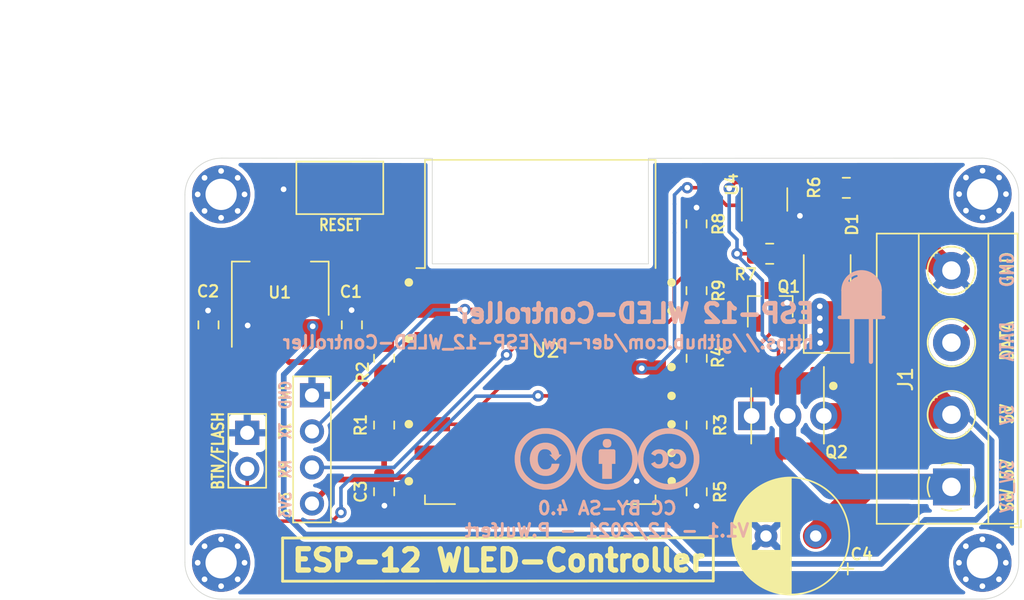
<source format=kicad_pcb>
(kicad_pcb (version 20171130) (host pcbnew "(5.1.6)-1")

  (general
    (thickness 1.6)
    (drawings 52)
    (tracks 240)
    (zones 0)
    (modules 29)
    (nets 29)
  )

  (page A4)
  (layers
    (0 F.Cu signal)
    (31 B.Cu signal)
    (32 B.Adhes user)
    (33 F.Adhes user)
    (34 B.Paste user)
    (35 F.Paste user)
    (36 B.SilkS user)
    (37 F.SilkS user)
    (38 B.Mask user)
    (39 F.Mask user)
    (40 Dwgs.User user)
    (41 Cmts.User user)
    (42 Eco1.User user)
    (43 Eco2.User user)
    (44 Edge.Cuts user)
    (45 Margin user)
    (46 B.CrtYd user)
    (47 F.CrtYd user)
    (48 B.Fab user)
    (49 F.Fab user hide)
  )

  (setup
    (last_trace_width 0.4)
    (user_trace_width 0.4)
    (user_trace_width 1.2)
    (user_trace_width 1.8)
    (trace_clearance 0.2)
    (zone_clearance 0.308)
    (zone_45_only no)
    (trace_min 0.2)
    (via_size 0.8)
    (via_drill 0.4)
    (via_min_size 0.4)
    (via_min_drill 0.3)
    (uvia_size 0.3)
    (uvia_drill 0.1)
    (uvias_allowed no)
    (uvia_min_size 0.2)
    (uvia_min_drill 0.1)
    (edge_width 0.05)
    (segment_width 0.2)
    (pcb_text_width 0.3)
    (pcb_text_size 1.5 1.5)
    (mod_edge_width 0.12)
    (mod_text_size 1 1)
    (mod_text_width 0.15)
    (pad_size 4.1 4.1)
    (pad_drill 2.2)
    (pad_to_mask_clearance 0.05)
    (aux_axis_origin 0 0)
    (visible_elements 7FFFFFFF)
    (pcbplotparams
      (layerselection 0x010fc_ffffffff)
      (usegerberextensions true)
      (usegerberattributes false)
      (usegerberadvancedattributes false)
      (creategerberjobfile false)
      (excludeedgelayer true)
      (linewidth 0.100000)
      (plotframeref false)
      (viasonmask false)
      (mode 1)
      (useauxorigin false)
      (hpglpennumber 1)
      (hpglpenspeed 20)
      (hpglpendiameter 15.000000)
      (psnegative false)
      (psa4output false)
      (plotreference true)
      (plotvalue false)
      (plotinvisibletext false)
      (padsonsilk false)
      (subtractmaskfromsilk true)
      (outputformat 1)
      (mirror false)
      (drillshape 0)
      (scaleselection 1)
      (outputdirectory "ESP-12_WLED-Controller_gerber/"))
  )

  (net 0 "")
  (net 1 GND)
  (net 2 +5V)
  (net 3 +3V3)
  (net 4 RX)
  (net 5 TX)
  (net 6 GPIO4_5)
  (net 7 "Net-(U2-Pad20)")
  (net 8 GPIO4_3.3)
  (net 9 "Net-(U2-Pad14)")
  (net 10 "Net-(U2-Pad13)")
  (net 11 "Net-(U2-Pad12)")
  (net 12 "Net-(U2-Pad11)")
  (net 13 "Net-(U2-Pad10)")
  (net 14 "Net-(U2-Pad9)")
  (net 15 "Net-(U2-Pad7)")
  (net 16 "Net-(U2-Pad5)")
  (net 17 "Net-(U2-Pad4)")
  (net 18 "Net-(U2-Pad2)")
  (net 19 /EN)
  (net 20 /Reset)
  (net 21 /GPIO15)
  (net 22 /GPIO0)
  (net 23 "Net-(Q1-Pad3)")
  (net 24 WS-Strip_VCC)
  (net 25 GPIO2)
  (net 26 "Net-(J1-Pad3)")
  (net 27 RELAY)
  (net 28 "Net-(Q1-Pad1)")

  (net_class Default "This is the default net class."
    (clearance 0.2)
    (trace_width 0.25)
    (via_dia 0.8)
    (via_drill 0.4)
    (uvia_dia 0.3)
    (uvia_drill 0.1)
    (add_net +3V3)
    (add_net +5V)
    (add_net /EN)
    (add_net /GPIO0)
    (add_net /GPIO15)
    (add_net /Reset)
    (add_net GND)
    (add_net GPIO2)
    (add_net GPIO4_3.3)
    (add_net GPIO4_5)
    (add_net "Net-(J1-Pad3)")
    (add_net "Net-(Q1-Pad1)")
    (add_net "Net-(Q1-Pad3)")
    (add_net "Net-(U2-Pad10)")
    (add_net "Net-(U2-Pad11)")
    (add_net "Net-(U2-Pad12)")
    (add_net "Net-(U2-Pad13)")
    (add_net "Net-(U2-Pad14)")
    (add_net "Net-(U2-Pad2)")
    (add_net "Net-(U2-Pad20)")
    (add_net "Net-(U2-Pad4)")
    (add_net "Net-(U2-Pad5)")
    (add_net "Net-(U2-Pad7)")
    (add_net "Net-(U2-Pad9)")
    (add_net RELAY)
    (add_net RX)
    (add_net TX)
    (add_net WS-Strip_VCC)
  )

  (module TerminalBlock_Phoenix:TerminalBlock_Phoenix_MKDS-1,5-4-5.08_1x04_P5.08mm_Horizontal (layer F.Cu) (tedit 61B6412A) (tstamp 60D3300F)
    (at 173.2 110.52 90)
    (descr "Terminal Block Phoenix MKDS-1,5-4-5.08, 4 pins, pitch 5.08mm, size 20.3x9.8mm^2, drill diamater 1.3mm, pad diameter 2.6mm, see http://www.farnell.com/datasheets/100425.pdf, script-generated using https://github.com/pointhi/kicad-footprint-generator/scripts/TerminalBlock_Phoenix")
    (tags "THT Terminal Block Phoenix MKDS-1,5-4-5.08 pitch 5.08mm size 20.3x9.8mm^2 drill 1.3mm pad 2.6mm")
    (path /60D306B0)
    (fp_text reference J1 (at 7.58 -3.23 90) (layer F.SilkS)
      (effects (font (size 1 1) (thickness 0.15)))
    )
    (fp_text value Conn_01x04_Male (at 7.62 5.66 90) (layer F.Fab)
      (effects (font (size 1 1) (thickness 0.15)))
    )
    (fp_line (start 18.28 -5.71) (end -3.04 -5.71) (layer F.CrtYd) (width 0.05))
    (fp_line (start 18.28 5.1) (end 18.28 -5.71) (layer F.CrtYd) (width 0.05))
    (fp_line (start -3.04 5.1) (end 18.28 5.1) (layer F.CrtYd) (width 0.05))
    (fp_line (start -3.04 -5.71) (end -3.04 5.1) (layer F.CrtYd) (width 0.05))
    (fp_line (start -2.84 4.9) (end -2.34 4.9) (layer F.SilkS) (width 0.12))
    (fp_line (start -2.84 4.16) (end -2.84 4.9) (layer F.SilkS) (width 0.12))
    (fp_line (start 14.013 1.023) (end 13.966 1.069) (layer F.SilkS) (width 0.12))
    (fp_line (start 16.31 -1.275) (end 16.275 -1.239) (layer F.SilkS) (width 0.12))
    (fp_line (start 14.206 1.239) (end 14.171 1.274) (layer F.SilkS) (width 0.12))
    (fp_line (start 16.515 -1.069) (end 16.468 -1.023) (layer F.SilkS) (width 0.12))
    (fp_line (start 16.195 -1.138) (end 14.103 0.955) (layer F.Fab) (width 0.1))
    (fp_line (start 16.378 -0.955) (end 14.286 1.138) (layer F.Fab) (width 0.1))
    (fp_line (start 8.933 1.023) (end 8.886 1.069) (layer F.SilkS) (width 0.12))
    (fp_line (start 11.23 -1.275) (end 11.195 -1.239) (layer F.SilkS) (width 0.12))
    (fp_line (start 9.126 1.239) (end 9.091 1.274) (layer F.SilkS) (width 0.12))
    (fp_line (start 11.435 -1.069) (end 11.388 -1.023) (layer F.SilkS) (width 0.12))
    (fp_line (start 11.115 -1.138) (end 9.023 0.955) (layer F.Fab) (width 0.1))
    (fp_line (start 11.298 -0.955) (end 9.206 1.138) (layer F.Fab) (width 0.1))
    (fp_line (start 3.853 1.023) (end 3.806 1.069) (layer F.SilkS) (width 0.12))
    (fp_line (start 6.15 -1.275) (end 6.115 -1.239) (layer F.SilkS) (width 0.12))
    (fp_line (start 4.046 1.239) (end 4.011 1.274) (layer F.SilkS) (width 0.12))
    (fp_line (start 6.355 -1.069) (end 6.308 -1.023) (layer F.SilkS) (width 0.12))
    (fp_line (start 6.035 -1.138) (end 3.943 0.955) (layer F.Fab) (width 0.1))
    (fp_line (start 6.218 -0.955) (end 4.126 1.138) (layer F.Fab) (width 0.1))
    (fp_line (start 0.955 -1.138) (end -1.138 0.955) (layer F.Fab) (width 0.1))
    (fp_line (start 1.138 -0.955) (end -0.955 1.138) (layer F.Fab) (width 0.1))
    (fp_line (start 17.84 -5.261) (end 17.84 4.66) (layer F.SilkS) (width 0.12))
    (fp_line (start -2.6 -5.261) (end -2.6 4.66) (layer F.SilkS) (width 0.12))
    (fp_line (start -2.6 4.66) (end 17.84 4.66) (layer F.SilkS) (width 0.12))
    (fp_line (start -2.6 -5.261) (end 17.84 -5.261) (layer F.SilkS) (width 0.12))
    (fp_line (start -2.6 -2.301) (end 17.84 -2.301) (layer F.SilkS) (width 0.12))
    (fp_line (start -2.54 -2.3) (end 17.78 -2.3) (layer F.Fab) (width 0.1))
    (fp_line (start -2.6 2.6) (end 17.84 2.6) (layer F.SilkS) (width 0.12))
    (fp_line (start -2.54 2.6) (end 17.78 2.6) (layer F.Fab) (width 0.1))
    (fp_line (start -2.54 4.1) (end 17.78 4.1) (layer F.Fab) (width 0.1))
    (fp_line (start -2.54 4.1) (end -2.54 -5.2) (layer F.Fab) (width 0.1))
    (fp_line (start -2.04 4.6) (end -2.54 4.1) (layer F.Fab) (width 0.1))
    (fp_line (start 17.78 4.6) (end -2.04 4.6) (layer F.Fab) (width 0.1))
    (fp_line (start 17.78 -5.2) (end 17.78 4.6) (layer F.Fab) (width 0.1))
    (fp_line (start -2.54 -5.2) (end 17.78 -5.2) (layer F.Fab) (width 0.1))
    (fp_circle (center 15.24 0) (end 16.92 0) (layer F.SilkS) (width 0.12))
    (fp_circle (center 15.24 0) (end 16.74 0) (layer F.Fab) (width 0.1))
    (fp_circle (center 10.16 0) (end 11.84 0) (layer F.SilkS) (width 0.12))
    (fp_circle (center 10.16 0) (end 11.66 0) (layer F.Fab) (width 0.1))
    (fp_circle (center 5.08 0) (end 6.76 0) (layer F.SilkS) (width 0.12))
    (fp_circle (center 5.08 0) (end 6.58 0) (layer F.Fab) (width 0.1))
    (fp_circle (center 0 0) (end 1.5 0) (layer F.Fab) (width 0.1))
    (fp_text user %R (at 7.62 3.2 90) (layer F.Fab)
      (effects (font (size 1 1) (thickness 0.15)))
    )
    (fp_arc (start 0 0) (end -0.684 1.535) (angle -25) (layer F.SilkS) (width 0.12))
    (fp_arc (start 0 0) (end -1.535 -0.684) (angle -48) (layer F.SilkS) (width 0.12))
    (fp_arc (start 0 0) (end 0.684 -1.535) (angle -48) (layer F.SilkS) (width 0.12))
    (fp_arc (start 0 0) (end 1.535 0.684) (angle -48) (layer F.SilkS) (width 0.12))
    (fp_arc (start 0 0) (end 0 1.68) (angle -24) (layer F.SilkS) (width 0.12))
    (pad 4 thru_hole circle (at 15.24 0 90) (size 2.6 2.6) (drill 1.3) (layers *.Cu *.Mask)
      (net 1 GND))
    (pad 3 thru_hole circle (at 10.16 0 90) (size 2.6 2.6) (drill 1.3) (layers *.Cu *.Mask)
      (net 26 "Net-(J1-Pad3)"))
    (pad 2 thru_hole circle (at 5.08 0 90) (size 2.6 2.6) (drill 1.3) (layers *.Cu *.Mask)
      (net 2 +5V))
    (pad 1 thru_hole rect (at 0 0 90) (size 2.6 2.6) (drill 1.3) (layers *.Cu *.Mask)
      (net 24 WS-Strip_VCC))
    (model ${KISYS3DMOD}/TerminalBlock_Phoenix.3dshapes/TerminalBlock_Phoenix_MKDS-1,5-4-5.08_1x04_P5.08mm_Horizontal.wrl
      (at (xyz 0 0 0))
      (scale (xyz 1 1 1))
      (rotate (xyz 0 0 0))
    )
  )

  (module Resistor_SMD:R_0805_2012Metric_Pad1.15x1.40mm_HandSolder (layer F.Cu) (tedit 5B36C52B) (tstamp 61B6479A)
    (at 155.25 96.7 90)
    (descr "Resistor SMD 0805 (2012 Metric), square (rectangular) end terminal, IPC_7351 nominal with elongated pad for handsoldering. (Body size source: https://docs.google.com/spreadsheets/d/1BsfQQcO9C6DZCsRaXUlFlo91Tg2WpOkGARC1WS5S8t0/edit?usp=sharing), generated with kicad-footprint-generator")
    (tags "resistor handsolder")
    (path /61B66D02)
    (attr smd)
    (fp_text reference R9 (at 0 1.55 90) (layer F.SilkS)
      (effects (font (size 0.8 0.8) (thickness 0.15)))
    )
    (fp_text value 100R (at 0 1.65 90) (layer F.Fab)
      (effects (font (size 1 1) (thickness 0.15)))
    )
    (fp_text user %R (at 0 0 90) (layer F.Fab)
      (effects (font (size 0.5 0.5) (thickness 0.08)))
    )
    (fp_line (start -1 0.6) (end -1 -0.6) (layer F.Fab) (width 0.1))
    (fp_line (start -1 -0.6) (end 1 -0.6) (layer F.Fab) (width 0.1))
    (fp_line (start 1 -0.6) (end 1 0.6) (layer F.Fab) (width 0.1))
    (fp_line (start 1 0.6) (end -1 0.6) (layer F.Fab) (width 0.1))
    (fp_line (start -0.261252 -0.71) (end 0.261252 -0.71) (layer F.SilkS) (width 0.12))
    (fp_line (start -0.261252 0.71) (end 0.261252 0.71) (layer F.SilkS) (width 0.12))
    (fp_line (start -1.85 0.95) (end -1.85 -0.95) (layer F.CrtYd) (width 0.05))
    (fp_line (start -1.85 -0.95) (end 1.85 -0.95) (layer F.CrtYd) (width 0.05))
    (fp_line (start 1.85 -0.95) (end 1.85 0.95) (layer F.CrtYd) (width 0.05))
    (fp_line (start 1.85 0.95) (end -1.85 0.95) (layer F.CrtYd) (width 0.05))
    (pad 2 smd roundrect (at 1.025 0 90) (size 1.15 1.4) (layers F.Cu F.Paste F.Mask) (roundrect_rratio 0.217391)
      (net 27 RELAY))
    (pad 1 smd roundrect (at -1.025 0 90) (size 1.15 1.4) (layers F.Cu F.Paste F.Mask) (roundrect_rratio 0.217391)
      (net 28 "Net-(Q1-Pad1)"))
    (model ${KISYS3DMOD}/Resistor_SMD.3dshapes/R_0805_2012Metric.wrl
      (at (xyz 0 0 0))
      (scale (xyz 1 1 1))
      (rotate (xyz 0 0 0))
    )
  )

  (module MountingHole:MountingHole_2.2mm_M2_Pad_Via (layer F.Cu) (tedit 60D46954) (tstamp 60D3A687)
    (at 175.39 89.9)
    (descr "Mounting Hole 2.2mm, M2")
    (tags "mounting hole 2.2mm m2")
    (attr virtual)
    (fp_text reference REF** (at 0.37 -4.35) (layer F.SilkS) hide
      (effects (font (size 1 1) (thickness 0.15)))
    )
    (fp_text value MountingHole_2.2mm_M2_Pad_Via (at 0 3.2) (layer F.Fab)
      (effects (font (size 1 1) (thickness 0.15)))
    )
    (fp_circle (center 0 0) (end 2.45 0) (layer F.CrtYd) (width 0.05))
    (fp_circle (center 0 0) (end 2.2 0) (layer Cmts.User) (width 0.15))
    (fp_text user %R (at 0.3 0) (layer F.Fab)
      (effects (font (size 1 1) (thickness 0.15)))
    )
    (pad 1 thru_hole circle (at 0 0) (size 4.1 4.1) (drill 2.2) (layers *.Cu *.Mask))
    (pad 1 thru_hole circle (at 1.65 0) (size 0.7 0.7) (drill 0.4) (layers *.Cu *.Mask))
    (pad 1 thru_hole circle (at 1.166726 1.166726) (size 0.7 0.7) (drill 0.4) (layers *.Cu *.Mask))
    (pad 1 thru_hole circle (at 0 1.65) (size 0.7 0.7) (drill 0.4) (layers *.Cu *.Mask))
    (pad 1 thru_hole circle (at -1.166726 1.166726) (size 0.7 0.7) (drill 0.4) (layers *.Cu *.Mask))
    (pad 1 thru_hole circle (at -1.65 0) (size 0.7 0.7) (drill 0.4) (layers *.Cu *.Mask))
    (pad 1 thru_hole circle (at -1.166726 -1.166726) (size 0.7 0.7) (drill 0.4) (layers *.Cu *.Mask))
    (pad 1 thru_hole circle (at 0 -1.65) (size 0.7 0.7) (drill 0.4) (layers *.Cu *.Mask))
    (pad 1 thru_hole circle (at 1.166726 -1.166726) (size 0.7 0.7) (drill 0.4) (layers *.Cu *.Mask))
  )

  (module MountingHole:MountingHole_2.2mm_M2_Pad_Via (layer F.Cu) (tedit 60D4694B) (tstamp 60D3A638)
    (at 175.38 115.86)
    (descr "Mounting Hole 2.2mm, M2")
    (tags "mounting hole 2.2mm m2")
    (attr virtual)
    (fp_text reference REF** (at 0.37 -4.35) (layer F.SilkS) hide
      (effects (font (size 1 1) (thickness 0.15)))
    )
    (fp_text value MountingHole_2.2mm_M2_Pad_Via (at 0 3.2) (layer F.Fab)
      (effects (font (size 1 1) (thickness 0.15)))
    )
    (fp_circle (center 0 0) (end 2.2 0) (layer Cmts.User) (width 0.15))
    (fp_circle (center 0 0) (end 2.45 0) (layer F.CrtYd) (width 0.05))
    (fp_text user %R (at 0.3 0) (layer F.Fab)
      (effects (font (size 1 1) (thickness 0.15)))
    )
    (pad 1 thru_hole circle (at 1.166726 -1.166726) (size 0.7 0.7) (drill 0.4) (layers *.Cu *.Mask))
    (pad 1 thru_hole circle (at 0 -1.65) (size 0.7 0.7) (drill 0.4) (layers *.Cu *.Mask))
    (pad 1 thru_hole circle (at -1.166726 -1.166726) (size 0.7 0.7) (drill 0.4) (layers *.Cu *.Mask))
    (pad 1 thru_hole circle (at -1.65 0) (size 0.7 0.7) (drill 0.4) (layers *.Cu *.Mask))
    (pad 1 thru_hole circle (at -1.166726 1.166726) (size 0.7 0.7) (drill 0.4) (layers *.Cu *.Mask))
    (pad 1 thru_hole circle (at 0 1.65) (size 0.7 0.7) (drill 0.4) (layers *.Cu *.Mask))
    (pad 1 thru_hole circle (at 1.166726 1.166726) (size 0.7 0.7) (drill 0.4) (layers *.Cu *.Mask))
    (pad 1 thru_hole circle (at 1.65 0) (size 0.7 0.7) (drill 0.4) (layers *.Cu *.Mask))
    (pad 1 thru_hole circle (at 0 0) (size 4.1 4.1) (drill 2.2) (layers *.Cu *.Mask))
  )

  (module MountingHole:MountingHole_2.2mm_M2_Pad_Via (layer F.Cu) (tedit 60D46962) (tstamp 60D3A607)
    (at 121.77 115.86)
    (descr "Mounting Hole 2.2mm, M2")
    (tags "mounting hole 2.2mm m2")
    (attr virtual)
    (fp_text reference REF** (at 0 -3.2) (layer F.SilkS) hide
      (effects (font (size 1 1) (thickness 0.15)))
    )
    (fp_text value MountingHole_2.2mm_M2_Pad_Via (at 0 3.2) (layer F.Fab)
      (effects (font (size 1 1) (thickness 0.15)))
    )
    (fp_circle (center 0 0) (end 2.45 0) (layer F.CrtYd) (width 0.05))
    (fp_circle (center 0 0) (end 2.2 0) (layer Cmts.User) (width 0.15))
    (fp_text user %R (at 0.3 0) (layer F.Fab)
      (effects (font (size 1 1) (thickness 0.15)))
    )
    (pad 1 thru_hole circle (at 0 0) (size 4.1 4.1) (drill 2.2) (layers *.Cu *.Mask))
    (pad 1 thru_hole circle (at 1.65 0) (size 0.7 0.7) (drill 0.4) (layers *.Cu *.Mask))
    (pad 1 thru_hole circle (at 1.166726 1.166726) (size 0.7 0.7) (drill 0.4) (layers *.Cu *.Mask))
    (pad 1 thru_hole circle (at 0 1.65) (size 0.7 0.7) (drill 0.4) (layers *.Cu *.Mask))
    (pad 1 thru_hole circle (at -1.166726 1.166726) (size 0.7 0.7) (drill 0.4) (layers *.Cu *.Mask))
    (pad 1 thru_hole circle (at -1.65 0) (size 0.7 0.7) (drill 0.4) (layers *.Cu *.Mask))
    (pad 1 thru_hole circle (at -1.166726 -1.166726) (size 0.7 0.7) (drill 0.4) (layers *.Cu *.Mask))
    (pad 1 thru_hole circle (at 0 -1.65) (size 0.7 0.7) (drill 0.4) (layers *.Cu *.Mask))
    (pad 1 thru_hole circle (at 1.166726 -1.166726) (size 0.7 0.7) (drill 0.4) (layers *.Cu *.Mask))
  )

  (module MountingHole:MountingHole_2.2mm_M2_Pad_Via (layer F.Cu) (tedit 60D4695C) (tstamp 60D3A52C)
    (at 121.77 89.92)
    (descr "Mounting Hole 2.2mm, M2")
    (tags "mounting hole 2.2mm m2")
    (attr virtual)
    (fp_text reference REF** (at 0 -3.2) (layer F.SilkS) hide
      (effects (font (size 1 1) (thickness 0.15)))
    )
    (fp_text value MountingHole_2.2mm_M2_Pad_Via (at 0 3.2) (layer F.Fab)
      (effects (font (size 1 1) (thickness 0.15)))
    )
    (fp_circle (center 0 0) (end 2.2 0) (layer Cmts.User) (width 0.15))
    (fp_circle (center 0 0) (end 2.45 0) (layer F.CrtYd) (width 0.05))
    (fp_text user %R (at 0.3 0) (layer F.Fab)
      (effects (font (size 1 1) (thickness 0.15)))
    )
    (pad 1 thru_hole circle (at 1.166726 -1.166726) (size 0.7 0.7) (drill 0.4) (layers *.Cu *.Mask))
    (pad 1 thru_hole circle (at 0 -1.65) (size 0.7 0.7) (drill 0.4) (layers *.Cu *.Mask))
    (pad 1 thru_hole circle (at -1.166726 -1.166726) (size 0.7 0.7) (drill 0.4) (layers *.Cu *.Mask))
    (pad 1 thru_hole circle (at -1.65 0) (size 0.7 0.7) (drill 0.4) (layers *.Cu *.Mask))
    (pad 1 thru_hole circle (at -1.166726 1.166726) (size 0.7 0.7) (drill 0.4) (layers *.Cu *.Mask))
    (pad 1 thru_hole circle (at 0 1.65) (size 0.7 0.7) (drill 0.4) (layers *.Cu *.Mask))
    (pad 1 thru_hole circle (at 1.166726 1.166726) (size 0.7 0.7) (drill 0.4) (layers *.Cu *.Mask))
    (pad 1 thru_hole circle (at 1.65 0) (size 0.7 0.7) (drill 0.4) (layers *.Cu *.Mask))
    (pad 1 thru_hole circle (at 0 0) (size 4.1 4.1) (drill 2.2) (layers *.Cu *.Mask))
  )

  (module Package_TO_SOT_SMD:SOT-23 (layer F.Cu) (tedit 60D31681) (tstamp 60D1D019)
    (at 160.44 97.84 90)
    (descr "SOT-23, Standard")
    (tags SOT-23)
    (path /60D61542)
    (attr smd)
    (fp_text reference Q1 (at 1.42 1.31) (layer F.SilkS)
      (effects (font (size 0.8 0.8) (thickness 0.15)))
    )
    (fp_text value IRLML6344 (at 0 2.5 90) (layer F.Fab)
      (effects (font (size 1 1) (thickness 0.15)))
    )
    (fp_line (start -0.7 -0.95) (end -0.7 1.5) (layer F.Fab) (width 0.1))
    (fp_line (start -0.15 -1.52) (end 0.7 -1.52) (layer F.Fab) (width 0.1))
    (fp_line (start -0.7 -0.95) (end -0.15 -1.52) (layer F.Fab) (width 0.1))
    (fp_line (start 0.7 -1.52) (end 0.7 1.52) (layer F.Fab) (width 0.1))
    (fp_line (start -0.7 1.52) (end 0.7 1.52) (layer F.Fab) (width 0.1))
    (fp_line (start 0.76 1.58) (end 0.76 0.65) (layer F.SilkS) (width 0.12))
    (fp_line (start 0.76 -1.58) (end 0.76 -0.65) (layer F.SilkS) (width 0.12))
    (fp_line (start -1.7 -1.75) (end 1.7 -1.75) (layer F.CrtYd) (width 0.05))
    (fp_line (start 1.7 -1.75) (end 1.7 1.75) (layer F.CrtYd) (width 0.05))
    (fp_line (start 1.7 1.75) (end -1.7 1.75) (layer F.CrtYd) (width 0.05))
    (fp_line (start -1.7 1.75) (end -1.7 -1.75) (layer F.CrtYd) (width 0.05))
    (fp_line (start 0.76 -1.58) (end -1.4 -1.58) (layer F.SilkS) (width 0.12))
    (fp_line (start 0.76 1.58) (end -0.7 1.58) (layer F.SilkS) (width 0.12))
    (fp_text user %R (at 0 0 180) (layer F.Fab)
      (effects (font (size 0.5 0.5) (thickness 0.075)))
    )
    (pad 3 smd rect (at 1.15 0 90) (size 1.2 0.8) (layers F.Cu F.Paste F.Mask)
      (net 23 "Net-(Q1-Pad3)"))
    (pad 2 smd rect (at -1.15 0.95 90) (size 1.2 0.8) (layers F.Cu F.Paste F.Mask)
      (net 1 GND))
    (pad 1 smd rect (at -1.15 -0.95 90) (size 1.2 0.8) (layers F.Cu F.Paste F.Mask)
      (net 28 "Net-(Q1-Pad1)"))
    (model ${KISYS3DMOD}/Package_TO_SOT_SMD.3dshapes/SOT-23.wrl
      (at (xyz 0 0 0))
      (scale (xyz 1 1 1))
      (rotate (xyz 0 0 0))
    )
  )

  (module Package_SO:TSOP-5_1.65x3.05mm_P0.95mm (layer F.Cu) (tedit 60D3162A) (tstamp 60D195FD)
    (at 160.04 90.28 90)
    (descr "TSOP-5 package (comparable to TSOT-23), https://www.vishay.com/docs/71200/71200.pdf")
    (tags "Jedec MO-193C TSOP-5L")
    (path /60D1D50C)
    (attr smd)
    (fp_text reference U4 (at 1.06 -2.3 90) (layer F.SilkS)
      (effects (font (size 0.8 0.8) (thickness 0.15)))
    )
    (fp_text value 74LVC1G125 (at 0 2.5 90) (layer F.Fab)
      (effects (font (size 1 1) (thickness 0.15)))
    )
    (fp_line (start -0.8 1.6) (end 0.8 1.6) (layer F.SilkS) (width 0.12))
    (fp_line (start 0.8 -1.6) (end -1.5 -1.6) (layer F.SilkS) (width 0.12))
    (fp_line (start -0.825 -1.1) (end -0.425 -1.525) (layer F.Fab) (width 0.1))
    (fp_line (start 0.825 -1.525) (end -0.425 -1.525) (layer F.Fab) (width 0.1))
    (fp_line (start -0.825 -1.1) (end -0.825 1.525) (layer F.Fab) (width 0.1))
    (fp_line (start 0.825 1.525) (end -0.825 1.525) (layer F.Fab) (width 0.1))
    (fp_line (start 0.825 -1.525) (end 0.825 1.525) (layer F.Fab) (width 0.1))
    (fp_line (start -1.76 -1.78) (end 1.76 -1.78) (layer F.CrtYd) (width 0.05))
    (fp_line (start -1.76 -1.78) (end -1.76 1.77) (layer F.CrtYd) (width 0.05))
    (fp_line (start 1.76 1.77) (end 1.76 -1.78) (layer F.CrtYd) (width 0.05))
    (fp_line (start 1.76 1.77) (end -1.76 1.77) (layer F.CrtYd) (width 0.05))
    (fp_text user %R (at 0 0 180) (layer F.Fab)
      (effects (font (size 0.5 0.5) (thickness 0.075)))
    )
    (pad 5 smd rect (at 1.25 -0.95 90) (size 0.9 0.51) (layers F.Cu F.Paste F.Mask)
      (net 2 +5V))
    (pad 4 smd rect (at 1.25 0.95 90) (size 0.9 0.51) (layers F.Cu F.Paste F.Mask)
      (net 6 GPIO4_5))
    (pad 3 smd rect (at -1.25 0.95 90) (size 0.9 0.51) (layers F.Cu F.Paste F.Mask)
      (net 1 GND))
    (pad 2 smd rect (at -1.25 0 90) (size 0.9 0.51) (layers F.Cu F.Paste F.Mask)
      (net 8 GPIO4_3.3))
    (pad 1 smd rect (at -1.25 -0.95 90) (size 0.9 0.51) (layers F.Cu F.Paste F.Mask)
      (net 1 GND))
    (model ${KISYS3DMOD}/Package_SO.3dshapes/TSOP-5_1.65x3.05mm_P0.95mm.wrl
      (at (xyz 0 0 0))
      (scale (xyz 1 1 1))
      (rotate (xyz 0 0 0))
    )
  )

  (module Resistor_SMD:R_0805_2012Metric_Pad1.15x1.40mm_HandSolder (layer F.Cu) (tedit 5B36C52B) (tstamp 60D1D2C9)
    (at 160.4 94.1)
    (descr "Resistor SMD 0805 (2012 Metric), square (rectangular) end terminal, IPC_7351 nominal with elongated pad for handsoldering. (Body size source: https://docs.google.com/spreadsheets/d/1BsfQQcO9C6DZCsRaXUlFlo91Tg2WpOkGARC1WS5S8t0/edit?usp=sharing), generated with kicad-footprint-generator")
    (tags "resistor handsolder")
    (path /60D14566)
    (attr smd)
    (fp_text reference R7 (at -1.7 1.45) (layer F.SilkS)
      (effects (font (size 0.8 0.8) (thickness 0.15)))
    )
    (fp_text value 10k (at 0 1.65) (layer F.Fab)
      (effects (font (size 1 1) (thickness 0.15)))
    )
    (fp_line (start 1.85 0.95) (end -1.85 0.95) (layer F.CrtYd) (width 0.05))
    (fp_line (start 1.85 -0.95) (end 1.85 0.95) (layer F.CrtYd) (width 0.05))
    (fp_line (start -1.85 -0.95) (end 1.85 -0.95) (layer F.CrtYd) (width 0.05))
    (fp_line (start -1.85 0.95) (end -1.85 -0.95) (layer F.CrtYd) (width 0.05))
    (fp_line (start -0.261252 0.71) (end 0.261252 0.71) (layer F.SilkS) (width 0.12))
    (fp_line (start -0.261252 -0.71) (end 0.261252 -0.71) (layer F.SilkS) (width 0.12))
    (fp_line (start 1 0.6) (end -1 0.6) (layer F.Fab) (width 0.1))
    (fp_line (start 1 -0.6) (end 1 0.6) (layer F.Fab) (width 0.1))
    (fp_line (start -1 -0.6) (end 1 -0.6) (layer F.Fab) (width 0.1))
    (fp_line (start -1 0.6) (end -1 -0.6) (layer F.Fab) (width 0.1))
    (fp_text user %R (at 0 0) (layer F.Fab)
      (effects (font (size 0.5 0.5) (thickness 0.08)))
    )
    (pad 2 smd roundrect (at 1.025 0) (size 1.15 1.4) (layers F.Cu F.Paste F.Mask) (roundrect_rratio 0.217391)
      (net 23 "Net-(Q1-Pad3)"))
    (pad 1 smd roundrect (at -1.025 0) (size 1.15 1.4) (layers F.Cu F.Paste F.Mask) (roundrect_rratio 0.217391)
      (net 2 +5V))
    (model ${KISYS3DMOD}/Resistor_SMD.3dshapes/R_0805_2012Metric.wrl
      (at (xyz 0 0 0))
      (scale (xyz 1 1 1))
      (rotate (xyz 0 0 0))
    )
  )

  (module Resistor_SMD:R_0805_2012Metric_Pad1.15x1.40mm_HandSolder (layer F.Cu) (tedit 5B36C52B) (tstamp 60D1D13C)
    (at 155.25 92 90)
    (descr "Resistor SMD 0805 (2012 Metric), square (rectangular) end terminal, IPC_7351 nominal with elongated pad for handsoldering. (Body size source: https://docs.google.com/spreadsheets/d/1BsfQQcO9C6DZCsRaXUlFlo91Tg2WpOkGARC1WS5S8t0/edit?usp=sharing), generated with kicad-footprint-generator")
    (tags "resistor handsolder")
    (path /60D700FB)
    (attr smd)
    (fp_text reference R8 (at 0 1.55 270) (layer F.SilkS)
      (effects (font (size 0.8 0.8) (thickness 0.15)))
    )
    (fp_text value 10k (at 0 1.65 90) (layer F.Fab)
      (effects (font (size 1 1) (thickness 0.15)))
    )
    (fp_line (start -1 0.6) (end -1 -0.6) (layer F.Fab) (width 0.1))
    (fp_line (start -1 -0.6) (end 1 -0.6) (layer F.Fab) (width 0.1))
    (fp_line (start 1 -0.6) (end 1 0.6) (layer F.Fab) (width 0.1))
    (fp_line (start 1 0.6) (end -1 0.6) (layer F.Fab) (width 0.1))
    (fp_line (start -0.261252 -0.71) (end 0.261252 -0.71) (layer F.SilkS) (width 0.12))
    (fp_line (start -0.261252 0.71) (end 0.261252 0.71) (layer F.SilkS) (width 0.12))
    (fp_line (start -1.85 0.95) (end -1.85 -0.95) (layer F.CrtYd) (width 0.05))
    (fp_line (start -1.85 -0.95) (end 1.85 -0.95) (layer F.CrtYd) (width 0.05))
    (fp_line (start 1.85 -0.95) (end 1.85 0.95) (layer F.CrtYd) (width 0.05))
    (fp_line (start 1.85 0.95) (end -1.85 0.95) (layer F.CrtYd) (width 0.05))
    (fp_text user %R (at 0 0 90) (layer F.Fab)
      (effects (font (size 0.5 0.5) (thickness 0.08)))
    )
    (pad 2 smd roundrect (at 1.025 0 90) (size 1.15 1.4) (layers F.Cu F.Paste F.Mask) (roundrect_rratio 0.217391)
      (net 1 GND))
    (pad 1 smd roundrect (at -1.025 0 90) (size 1.15 1.4) (layers F.Cu F.Paste F.Mask) (roundrect_rratio 0.217391)
      (net 28 "Net-(Q1-Pad1)"))
    (model ${KISYS3DMOD}/Resistor_SMD.3dshapes/R_0805_2012Metric.wrl
      (at (xyz 0 0 0))
      (scale (xyz 1 1 1))
      (rotate (xyz 0 0 0))
    )
  )

  (module Package_TO_SOT_THT:TO-220-3_Vertical (layer F.Cu) (tedit 60D0DF44) (tstamp 60D11948)
    (at 159.13 105.52)
    (descr "TO-220-3, Vertical, RM 2.54mm, see https://www.vishay.com/docs/66542/to-220-1.pdf")
    (tags "TO-220-3 Vertical RM 2.54mm")
    (path /60D43EF0)
    (fp_text reference altQ2 (at 2.54 -4.27 180) (layer F.SilkS) hide
      (effects (font (size 1 1) (thickness 0.15)))
    )
    (fp_text value "alt. MOSFET" (at 2.54 2.5 180) (layer F.Fab)
      (effects (font (size 1 1) (thickness 0.15)))
    )
    (fp_line (start 7.79 -3.4) (end -2.71 -3.4) (layer F.CrtYd) (width 0.05))
    (fp_line (start 7.79 1.51) (end 7.79 -3.4) (layer F.CrtYd) (width 0.05))
    (fp_line (start -2.71 1.51) (end 7.79 1.51) (layer F.CrtYd) (width 0.05))
    (fp_line (start -2.71 -3.4) (end -2.71 1.51) (layer F.CrtYd) (width 0.05))
    (fp_line (start 4.39 -3.15) (end 4.39 -1.88) (layer F.Fab) (width 0.1))
    (fp_line (start 0.69 -3.15) (end 0.69 -1.88) (layer F.Fab) (width 0.1))
    (fp_line (start -2.46 -1.88) (end 7.54 -1.88) (layer F.Fab) (width 0.1))
    (fp_line (start 7.54 -3.15) (end -2.46 -3.15) (layer F.Fab) (width 0.1))
    (fp_line (start 7.54 1.25) (end 7.54 -3.15) (layer F.Fab) (width 0.1))
    (fp_line (start -2.46 1.25) (end 7.54 1.25) (layer F.Fab) (width 0.1))
    (fp_line (start -2.46 -3.15) (end -2.46 1.25) (layer F.Fab) (width 0.1))
    (fp_text user %R (at 2.54 -4.27 180) (layer F.Fab)
      (effects (font (size 1 1) (thickness 0.15)))
    )
    (pad 3 thru_hole oval (at 5.08 0) (size 1.905 2) (drill 1.1) (layers *.Cu *.Mask)
      (net 2 +5V))
    (pad 2 thru_hole oval (at 2.54 0) (size 1.905 2) (drill 1.1) (layers *.Cu *.Mask)
      (net 24 WS-Strip_VCC))
    (pad 1 thru_hole rect (at 0 0) (size 1.905 2) (drill 1.1) (layers *.Cu *.Mask)
      (net 23 "Net-(Q1-Pad3)"))
    (model ${KISYS3DMOD}/Package_TO_SOT_THT.3dshapes/TO-220-3_Vertical.wrl
      (at (xyz 0 0 0))
      (scale (xyz 1 1 1))
      (rotate (xyz 0 0 0))
    )
  )

  (module Diode_SMD:D_SMA_Handsoldering (layer F.Cu) (tedit 58643398) (tstamp 60D0EB38)
    (at 164.45 96.69 90)
    (descr "Diode SMA (DO-214AC) Handsoldering")
    (tags "Diode SMA (DO-214AC) Handsoldering")
    (path /60D1AEEC)
    (attr smd)
    (fp_text reference D1 (at 4.64 1.75 90) (layer F.SilkS)
      (effects (font (size 0.8 0.8) (thickness 0.15)))
    )
    (fp_text value "Flyback diode" (at 0 2.6 90) (layer F.Fab)
      (effects (font (size 1 1) (thickness 0.15)))
    )
    (fp_line (start -4.4 -1.65) (end 2.5 -1.65) (layer F.SilkS) (width 0.12))
    (fp_line (start -4.4 1.65) (end 2.5 1.65) (layer F.SilkS) (width 0.12))
    (fp_line (start -0.64944 0.00102) (end 0.50118 -0.79908) (layer F.Fab) (width 0.1))
    (fp_line (start -0.64944 0.00102) (end 0.50118 0.75032) (layer F.Fab) (width 0.1))
    (fp_line (start 0.50118 0.75032) (end 0.50118 -0.79908) (layer F.Fab) (width 0.1))
    (fp_line (start -0.64944 -0.79908) (end -0.64944 0.80112) (layer F.Fab) (width 0.1))
    (fp_line (start 0.50118 0.00102) (end 1.4994 0.00102) (layer F.Fab) (width 0.1))
    (fp_line (start -0.64944 0.00102) (end -1.55114 0.00102) (layer F.Fab) (width 0.1))
    (fp_line (start -4.5 1.75) (end -4.5 -1.75) (layer F.CrtYd) (width 0.05))
    (fp_line (start 4.5 1.75) (end -4.5 1.75) (layer F.CrtYd) (width 0.05))
    (fp_line (start 4.5 -1.75) (end 4.5 1.75) (layer F.CrtYd) (width 0.05))
    (fp_line (start -4.5 -1.75) (end 4.5 -1.75) (layer F.CrtYd) (width 0.05))
    (fp_line (start 2.3 -1.5) (end -2.3 -1.5) (layer F.Fab) (width 0.1))
    (fp_line (start 2.3 -1.5) (end 2.3 1.5) (layer F.Fab) (width 0.1))
    (fp_line (start -2.3 1.5) (end -2.3 -1.5) (layer F.Fab) (width 0.1))
    (fp_line (start 2.3 1.5) (end -2.3 1.5) (layer F.Fab) (width 0.1))
    (fp_line (start -4.4 -1.65) (end -4.4 1.65) (layer F.SilkS) (width 0.12))
    (fp_text user %R (at 0 -2.5 90) (layer F.Fab)
      (effects (font (size 1 1) (thickness 0.15)))
    )
    (pad 2 smd rect (at 2.5 0 90) (size 3.5 1.8) (layers F.Cu F.Paste F.Mask)
      (net 1 GND))
    (pad 1 smd rect (at -2.5 0 90) (size 3.5 1.8) (layers F.Cu F.Paste F.Mask)
      (net 24 WS-Strip_VCC))
    (model ${KISYS3DMOD}/Diode_SMD.3dshapes/D_SMA.wrl
      (at (xyz 0 0 0))
      (scale (xyz 1 1 1))
      (rotate (xyz 0 0 0))
    )
  )

  (module Package_SO:SOIC-8_3.9x4.9mm_P1.27mm (layer F.Cu) (tedit 5D9F72B1) (tstamp 60D1BE8D)
    (at 161.66 105.52 270)
    (descr "SOIC, 8 Pin (JEDEC MS-012AA, https://www.analog.com/media/en/package-pcb-resources/package/pkg_pdf/soic_narrow-r/r_8.pdf), generated with kicad-footprint-generator ipc_gullwing_generator.py")
    (tags "SOIC SO")
    (path /60D66B04)
    (attr smd)
    (fp_text reference Q2 (at 2.55 -3.45 180) (layer F.SilkS)
      (effects (font (size 0.8 0.8) (thickness 0.15)))
    )
    (fp_text value IRF7410 (at 0 3.4 90) (layer F.Fab)
      (effects (font (size 1 1) (thickness 0.15)))
    )
    (fp_line (start 3.7 -2.7) (end -3.7 -2.7) (layer F.CrtYd) (width 0.05))
    (fp_line (start 3.7 2.7) (end 3.7 -2.7) (layer F.CrtYd) (width 0.05))
    (fp_line (start -3.7 2.7) (end 3.7 2.7) (layer F.CrtYd) (width 0.05))
    (fp_line (start -3.7 -2.7) (end -3.7 2.7) (layer F.CrtYd) (width 0.05))
    (fp_line (start -1.95 -1.475) (end -0.975 -2.45) (layer F.Fab) (width 0.1))
    (fp_line (start -1.95 2.45) (end -1.95 -1.475) (layer F.Fab) (width 0.1))
    (fp_line (start 1.95 2.45) (end -1.95 2.45) (layer F.Fab) (width 0.1))
    (fp_line (start 1.95 -2.45) (end 1.95 2.45) (layer F.Fab) (width 0.1))
    (fp_line (start -0.975 -2.45) (end 1.95 -2.45) (layer F.Fab) (width 0.1))
    (fp_line (start 0 -2.56) (end -3.45 -2.56) (layer F.SilkS) (width 0.12))
    (fp_line (start 0 -2.56) (end 1.95 -2.56) (layer F.SilkS) (width 0.12))
    (fp_line (start 0 2.56) (end -1.95 2.56) (layer F.SilkS) (width 0.12))
    (fp_line (start 0 2.56) (end 1.95 2.56) (layer F.SilkS) (width 0.12))
    (fp_text user %R (at 0 0 90) (layer F.Fab)
      (effects (font (size 0.98 0.98) (thickness 0.15)))
    )
    (pad 8 smd roundrect (at 2.475 -1.905 270) (size 1.95 0.6) (layers F.Cu F.Paste F.Mask) (roundrect_rratio 0.25)
      (net 24 WS-Strip_VCC))
    (pad 7 smd roundrect (at 2.475 -0.635 270) (size 1.95 0.6) (layers F.Cu F.Paste F.Mask) (roundrect_rratio 0.25)
      (net 24 WS-Strip_VCC))
    (pad 6 smd roundrect (at 2.475 0.635 270) (size 1.95 0.6) (layers F.Cu F.Paste F.Mask) (roundrect_rratio 0.25)
      (net 24 WS-Strip_VCC))
    (pad 5 smd roundrect (at 2.475 1.905 270) (size 1.95 0.6) (layers F.Cu F.Paste F.Mask) (roundrect_rratio 0.25)
      (net 24 WS-Strip_VCC))
    (pad 4 smd roundrect (at -2.475 1.905 270) (size 1.95 0.6) (layers F.Cu F.Paste F.Mask) (roundrect_rratio 0.25)
      (net 23 "Net-(Q1-Pad3)"))
    (pad 3 smd roundrect (at -2.475 0.635 270) (size 1.95 0.6) (layers F.Cu F.Paste F.Mask) (roundrect_rratio 0.25)
      (net 2 +5V))
    (pad 2 smd roundrect (at -2.475 -0.635 270) (size 1.95 0.6) (layers F.Cu F.Paste F.Mask) (roundrect_rratio 0.25)
      (net 2 +5V))
    (pad 1 smd roundrect (at -2.475 -1.905 270) (size 1.95 0.6) (layers F.Cu F.Paste F.Mask) (roundrect_rratio 0.25)
      (net 2 +5V))
    (model ${KISYS3DMOD}/Package_SO.3dshapes/SOIC-8_3.9x4.9mm_P1.27mm.wrl
      (at (xyz 0 0 0))
      (scale (xyz 1 1 1))
      (rotate (xyz 0 0 0))
    )
  )

  (module Button_Switch_SMD:SW_SPST_CK_RS282G05A3 (layer F.Cu) (tedit 5A7A67D2) (tstamp 60CCDBDC)
    (at 130.13 89.46 180)
    (descr https://www.mouser.com/ds/2/60/RS-282G05A-SM_RT-1159762.pdf)
    (tags "SPST button tactile switch")
    (path /60CB5B0C)
    (attr smd)
    (fp_text reference SW1 (at 0 -2.6) (layer F.SilkS) hide
      (effects (font (size 1 1) (thickness 0.15)))
    )
    (fp_text value SW_RST (at 0 3) (layer F.Fab)
      (effects (font (size 1 1) (thickness 0.15)))
    )
    (fp_line (start -4.9 2.05) (end -4.9 -2.05) (layer F.CrtYd) (width 0.05))
    (fp_line (start 4.9 2.05) (end -4.9 2.05) (layer F.CrtYd) (width 0.05))
    (fp_line (start 4.9 -2.05) (end 4.9 2.05) (layer F.CrtYd) (width 0.05))
    (fp_line (start -4.9 -2.05) (end 4.9 -2.05) (layer F.CrtYd) (width 0.05))
    (fp_line (start -1.75 -1) (end 1.75 -1) (layer F.Fab) (width 0.1))
    (fp_line (start 1.75 -1) (end 1.75 1) (layer F.Fab) (width 0.1))
    (fp_line (start 1.75 1) (end -1.75 1) (layer F.Fab) (width 0.1))
    (fp_line (start -1.75 1) (end -1.75 -1) (layer F.Fab) (width 0.1))
    (fp_line (start -3.06 -1.85) (end 3.06 -1.85) (layer F.SilkS) (width 0.12))
    (fp_line (start 3.06 -1.85) (end 3.06 1.85) (layer F.SilkS) (width 0.12))
    (fp_line (start 3.06 1.85) (end -3.06 1.85) (layer F.SilkS) (width 0.12))
    (fp_line (start -3.06 1.85) (end -3.06 -1.85) (layer F.SilkS) (width 0.12))
    (fp_line (start -1.5 0.8) (end 1.5 0.8) (layer F.Fab) (width 0.1))
    (fp_line (start -1.5 -0.8) (end 1.5 -0.8) (layer F.Fab) (width 0.1))
    (fp_line (start 1.5 -0.8) (end 1.5 0.8) (layer F.Fab) (width 0.1))
    (fp_line (start -1.5 -0.8) (end -1.5 0.8) (layer F.Fab) (width 0.1))
    (fp_line (start -3 1.8) (end 3 1.8) (layer F.Fab) (width 0.1))
    (fp_line (start -3 -1.8) (end 3 -1.8) (layer F.Fab) (width 0.1))
    (fp_line (start -3 -1.8) (end -3 1.8) (layer F.Fab) (width 0.1))
    (fp_line (start 3 -1.8) (end 3 1.8) (layer F.Fab) (width 0.1))
    (fp_text user %R (at 0 -2.6) (layer F.Fab)
      (effects (font (size 1 1) (thickness 0.15)))
    )
    (pad 2 smd rect (at 3.9 0 180) (size 1.5 1.5) (layers F.Cu F.Paste F.Mask)
      (net 1 GND))
    (pad 1 smd rect (at -3.9 0 180) (size 1.5 1.5) (layers F.Cu F.Paste F.Mask)
      (net 20 /Reset))
    (model ${KISYS3DMOD}/Button_Switch_SMD.3dshapes/SW_SPST_CK_RS282G05A3.wrl
      (at (xyz 0 0 0))
      (scale (xyz 1 1 1))
      (rotate (xyz 0 0 0))
    )
  )

  (module Connector_PinHeader_2.54mm:PinHeader_1x02_P2.54mm_Vertical (layer F.Cu) (tedit 60CBB134) (tstamp 60CB8312)
    (at 123.61 106.71)
    (descr "Through hole straight pin header, 1x02, 2.54mm pitch, single row")
    (tags "Through hole pin header THT 1x02 2.54mm single row")
    (path /60CD54CE)
    (fp_text reference JP1 (at 0 -2.33 180) (layer F.SilkS) hide
      (effects (font (size 1 1) (thickness 0.15)))
    )
    (fp_text value Jumper (at 0 4.87 180) (layer F.Fab)
      (effects (font (size 1 1) (thickness 0.15)))
    )
    (fp_line (start -0.635 -1.27) (end 1.27 -1.27) (layer F.Fab) (width 0.1))
    (fp_line (start 1.27 -1.27) (end 1.27 3.81) (layer F.Fab) (width 0.1))
    (fp_line (start 1.27 3.81) (end -1.27 3.81) (layer F.Fab) (width 0.1))
    (fp_line (start -1.27 3.81) (end -1.27 -0.635) (layer F.Fab) (width 0.1))
    (fp_line (start -1.27 -0.635) (end -0.635 -1.27) (layer F.Fab) (width 0.1))
    (fp_line (start -1.33 3.87) (end 1.33 3.87) (layer F.SilkS) (width 0.12))
    (fp_line (start -1.33 -1.33) (end -1.33 3.87) (layer F.SilkS) (width 0.12))
    (fp_line (start 1.33 -1.33) (end 1.33 3.87) (layer F.SilkS) (width 0.12))
    (fp_line (start -1.33 -1.33) (end 1.33 -1.33) (layer F.SilkS) (width 0.12))
    (fp_line (start -1.8 -1.8) (end -1.8 4.35) (layer F.CrtYd) (width 0.05))
    (fp_line (start -1.8 4.35) (end 1.8 4.35) (layer F.CrtYd) (width 0.05))
    (fp_line (start 1.8 4.35) (end 1.8 -1.8) (layer F.CrtYd) (width 0.05))
    (fp_line (start 1.8 -1.8) (end -1.8 -1.8) (layer F.CrtYd) (width 0.05))
    (fp_text user %R (at 0 1.27 -90) (layer F.Fab)
      (effects (font (size 1 1) (thickness 0.15)))
    )
    (pad 2 thru_hole oval (at 0 2.54) (size 1.7 1.7) (drill 1) (layers *.Cu *.Mask)
      (net 22 /GPIO0))
    (pad 1 thru_hole rect (at 0 0) (size 1.7 1.7) (drill 1) (layers *.Cu *.Mask)
      (net 1 GND))
    (model ${KISYS3DMOD}/Connector_PinHeader_2.54mm.3dshapes/PinHeader_1x02_P2.54mm_Vertical.wrl
      (at (xyz 0 0 0))
      (scale (xyz 1 1 1))
      (rotate (xyz 0 0 0))
    )
  )

  (module Connector_PinHeader_2.54mm:PinHeader_1x04_P2.54mm_Vertical (layer F.Cu) (tedit 60CBB100) (tstamp 60CAA53F)
    (at 128.17 104.07)
    (descr "Through hole straight pin header, 1x04, 2.54mm pitch, single row")
    (tags "Through hole pin header THT 1x04 2.54mm single row")
    (path /60CD4557)
    (fp_text reference J2 (at 0 -2.33) (layer F.SilkS) hide
      (effects (font (size 1 1) (thickness 0.15)))
    )
    (fp_text value Conn_01x04_Male (at 0 9.95) (layer F.Fab)
      (effects (font (size 1 1) (thickness 0.15)))
    )
    (fp_line (start 1.8 -1.8) (end -1.8 -1.8) (layer F.CrtYd) (width 0.05))
    (fp_line (start 1.8 9.4) (end 1.8 -1.8) (layer F.CrtYd) (width 0.05))
    (fp_line (start -1.8 9.4) (end 1.8 9.4) (layer F.CrtYd) (width 0.05))
    (fp_line (start -1.8 -1.8) (end -1.8 9.4) (layer F.CrtYd) (width 0.05))
    (fp_line (start -1.33 -1.33) (end 1.33 -1.33) (layer F.SilkS) (width 0.12))
    (fp_line (start 1.33 -1.33) (end 1.33 8.95) (layer F.SilkS) (width 0.12))
    (fp_line (start -1.33 -1.33) (end -1.33 8.95) (layer F.SilkS) (width 0.12))
    (fp_line (start -1.33 8.95) (end 1.33 8.95) (layer F.SilkS) (width 0.12))
    (fp_line (start -1.27 -0.635) (end -0.635 -1.27) (layer F.Fab) (width 0.1))
    (fp_line (start -1.27 8.89) (end -1.27 -0.635) (layer F.Fab) (width 0.1))
    (fp_line (start 1.27 8.89) (end -1.27 8.89) (layer F.Fab) (width 0.1))
    (fp_line (start 1.27 -1.27) (end 1.27 8.89) (layer F.Fab) (width 0.1))
    (fp_line (start -0.635 -1.27) (end 1.27 -1.27) (layer F.Fab) (width 0.1))
    (fp_text user %R (at 0.15 3.84 270) (layer F.Fab)
      (effects (font (size 1 1) (thickness 0.15)))
    )
    (pad 4 thru_hole oval (at 0 7.62) (size 1.7 1.7) (drill 1) (layers *.Cu *.Mask)
      (net 3 +3V3))
    (pad 3 thru_hole oval (at 0 5.08) (size 1.7 1.7) (drill 1) (layers *.Cu *.Mask)
      (net 4 RX))
    (pad 2 thru_hole oval (at 0 2.54) (size 1.7 1.7) (drill 1) (layers *.Cu *.Mask)
      (net 5 TX))
    (pad 1 thru_hole rect (at 0 0) (size 1.7 1.7) (drill 1) (layers *.Cu *.Mask)
      (net 1 GND))
    (model ${KISYS3DMOD}/Connector_PinHeader_2.54mm.3dshapes/PinHeader_1x04_P2.54mm_Vertical.wrl
      (at (xyz 0 0 0))
      (scale (xyz 1 1 1))
      (rotate (xyz 0 0 0))
    )
  )

  (module Homebrew:CC-BY-SA_13mm (layer B.Cu) (tedit 0) (tstamp 60CBD3B6)
    (at 148.95 108.55 180)
    (fp_text reference G*** (at 0.19 2.77) (layer B.SilkS) hide
      (effects (font (size 1.524 1.524) (thickness 0.3)) (justify mirror))
    )
    (fp_text value LOGO (at -0.1 3.09) (layer B.SilkS) hide
      (effects (font (size 1.524 1.524) (thickness 0.3)) (justify mirror))
    )
    (fp_poly (pts (xy -3.632612 0.671788) (xy -3.600707 0.67003) (xy -3.591984 0.669203) (xy -3.51552 0.657539)
      (xy -3.444533 0.639448) (xy -3.378906 0.61486) (xy -3.318521 0.583705) (xy -3.263262 0.545913)
      (xy -3.213011 0.501414) (xy -3.167653 0.450136) (xy -3.12707 0.392011) (xy -3.124724 0.388205)
      (xy -3.117007 0.374806) (xy -3.111923 0.364406) (xy -3.110346 0.358841) (xy -3.110586 0.35843)
      (xy -3.11792 0.354429) (xy -3.131241 0.347337) (xy -3.149541 0.337678) (xy -3.171814 0.325976)
      (xy -3.197053 0.312756) (xy -3.224252 0.298541) (xy -3.252404 0.283857) (xy -3.280502 0.269228)
      (xy -3.30754 0.255178) (xy -3.332512 0.242231) (xy -3.35441 0.230912) (xy -3.372227 0.221746)
      (xy -3.384958 0.215257) (xy -3.391595 0.211968) (xy -3.392317 0.211667) (xy -3.395467 0.215047)
      (xy -3.401529 0.22396) (xy -3.409261 0.236562) (xy -3.410177 0.238125) (xy -3.435077 0.276035)
      (xy -3.461672 0.306743) (xy -3.491253 0.331504) (xy -3.525108 0.351573) (xy -3.528484 0.353229)
      (xy -3.554794 0.365194) (xy -3.577092 0.37324) (xy -3.598451 0.37808) (xy -3.621948 0.380428)
      (xy -3.648215 0.381) (xy -3.697869 0.377315) (xy -3.743291 0.36639) (xy -3.784204 0.348419)
      (xy -3.820334 0.323595) (xy -3.851403 0.292114) (xy -3.877135 0.254169) (xy -3.897256 0.209955)
      (xy -3.899236 0.204365) (xy -3.912786 0.155603) (xy -3.922106 0.101604) (xy -3.927179 0.044406)
      (xy -3.927986 -0.013952) (xy -3.924509 -0.071432) (xy -3.916731 -0.125998) (xy -3.904634 -0.175611)
      (xy -3.902638 -0.181913) (xy -3.886012 -0.223418) (xy -3.864538 -0.262161) (xy -3.839259 -0.296709)
      (xy -3.811217 -0.325631) (xy -3.782589 -0.346819) (xy -3.746753 -0.363837) (xy -3.706273 -0.375315)
      (xy -3.662931 -0.381224) (xy -3.618509 -0.381537) (xy -3.574792 -0.376224) (xy -3.53356 -0.365257)
      (xy -3.501493 -0.351306) (xy -3.466332 -0.328013) (xy -3.434048 -0.297494) (xy -3.405577 -0.260765)
      (xy -3.384547 -0.224367) (xy -3.378284 -0.211942) (xy -3.373642 -0.203007) (xy -3.371818 -0.199796)
      (xy -3.367767 -0.201131) (xy -3.357247 -0.205853) (xy -3.341294 -0.213437) (xy -3.320947 -0.223356)
      (xy -3.297244 -0.235084) (xy -3.271221 -0.248095) (xy -3.243916 -0.261861) (xy -3.216369 -0.275858)
      (xy -3.189615 -0.289558) (xy -3.164693 -0.302435) (xy -3.142641 -0.313963) (xy -3.124496 -0.323616)
      (xy -3.111296 -0.330867) (xy -3.104079 -0.335191) (xy -3.103034 -0.336116) (xy -3.105468 -0.342041)
      (xy -3.11211 -0.353237) (xy -3.121967 -0.368292) (xy -3.134044 -0.385796) (xy -3.147351 -0.404337)
      (xy -3.160893 -0.422505) (xy -3.173679 -0.438888) (xy -3.184287 -0.451591) (xy -3.235389 -0.503537)
      (xy -3.291874 -0.549531) (xy -3.352885 -0.589067) (xy -3.417563 -0.621638) (xy -3.485051 -0.646738)
      (xy -3.538225 -0.660619) (xy -3.560748 -0.664302) (xy -3.589582 -0.667331) (xy -3.622592 -0.669632)
      (xy -3.657641 -0.671129) (xy -3.692594 -0.671746) (xy -3.725316 -0.671409) (xy -3.753669 -0.670042)
      (xy -3.767667 -0.668699) (xy -3.842247 -0.655958) (xy -3.911772 -0.636487) (xy -3.976441 -0.610196)
      (xy -4.036454 -0.576995) (xy -4.092011 -0.536793) (xy -4.12707 -0.505674) (xy -4.173364 -0.455689)
      (xy -4.213062 -0.40085) (xy -4.246289 -0.340917) (xy -4.27317 -0.275649) (xy -4.293828 -0.204804)
      (xy -4.301862 -0.167217) (xy -4.304883 -0.150434) (xy -4.30721 -0.134871) (xy -4.308933 -0.11904)
      (xy -4.310139 -0.101453) (xy -4.310918 -0.080622) (xy -4.311359 -0.055059) (xy -4.31155 -0.023276)
      (xy -4.31158 -0.004234) (xy -4.311329 0.04205) (xy -4.310511 0.080053) (xy -4.309118 0.109943)
      (xy -4.307143 0.131888) (xy -4.305978 0.1397) (xy -4.290748 0.210237) (xy -4.271219 0.274203)
      (xy -4.246888 0.332597) (xy -4.217251 0.386416) (xy -4.181803 0.436658) (xy -4.140041 0.484321)
      (xy -4.123662 0.500752) (xy -4.069595 0.547779) (xy -4.011853 0.587235) (xy -3.950197 0.619239)
      (xy -3.884391 0.643914) (xy -3.814196 0.66138) (xy -3.805824 0.662933) (xy -3.77784 0.666808)
      (xy -3.743981 0.669705) (xy -3.706794 0.671551) (xy -3.668823 0.67227) (xy -3.632612 0.671788)) (layer B.SilkS) (width 0.01))
    (fp_poly (pts (xy -4.8475 0.668771) (xy -4.829952 0.666883) (xy -4.754633 0.65435) (xy -4.684098 0.634947)
      (xy -4.618438 0.608709) (xy -4.557746 0.575672) (xy -4.518776 0.548902) (xy -4.50014 0.533649)
      (xy -4.480208 0.51518) (xy -4.459728 0.494422) (xy -4.439446 0.472304) (xy -4.420111 0.449755)
      (xy -4.402468 0.427702) (xy -4.387266 0.407075) (xy -4.375251 0.388802) (xy -4.36717 0.373811)
      (xy -4.363771 0.36303) (xy -4.365075 0.357913) (xy -4.368893 0.355341) (xy -4.377417 0.350443)
      (xy -4.390989 0.343041) (xy -4.409949 0.332957) (xy -4.434639 0.320013) (xy -4.465397 0.304029)
      (xy -4.502566 0.284829) (xy -4.546487 0.262234) (xy -4.597498 0.236065) (xy -4.618045 0.22554)
      (xy -4.633208 0.21837) (xy -4.64453 0.214186) (xy -4.650461 0.213533) (xy -4.650927 0.214004)
      (xy -4.657319 0.227119) (xy -4.667812 0.244344) (xy -4.680884 0.263465) (xy -4.695011 0.282263)
      (xy -4.708668 0.298522) (xy -4.710095 0.30008) (xy -4.742368 0.329494) (xy -4.779223 0.352582)
      (xy -4.821786 0.370039) (xy -4.825149 0.371112) (xy -4.84099 0.375834) (xy -4.854102 0.378845)
      (xy -4.867042 0.380402) (xy -4.882366 0.380759) (xy -4.902629 0.380169) (xy -4.911933 0.379761)
      (xy -4.941575 0.377823) (xy -4.96555 0.374637) (xy -4.986638 0.369559) (xy -5.007617 0.361942)
      (xy -5.027761 0.352834) (xy -5.04705 0.341071) (xy -5.068396 0.324003) (xy -5.089678 0.303684)
      (xy -5.108771 0.282173) (xy -5.123551 0.261525) (xy -5.125541 0.258145) (xy -5.144577 0.217264)
      (xy -5.159382 0.169551) (xy -5.16984 0.115574) (xy -5.175836 0.055898) (xy -5.177342 0.00369)
      (xy -5.175791 -0.051388) (xy -5.17103 -0.100223) (xy -5.16283 -0.144499) (xy -5.151829 -0.183318)
      (xy -5.131809 -0.232747) (xy -5.107012 -0.275196) (xy -5.077405 -0.310699) (xy -5.042958 -0.339286)
      (xy -5.003637 -0.360992) (xy -4.963584 -0.374794) (xy -4.941741 -0.378699) (xy -4.914483 -0.380935)
      (xy -4.884696 -0.381492) (xy -4.855267 -0.380362) (xy -4.829083 -0.377536) (xy -4.817019 -0.375234)
      (xy -4.772163 -0.360587) (xy -4.731659 -0.338702) (xy -4.69562 -0.30967) (xy -4.664156 -0.27358)
      (xy -4.637379 -0.230523) (xy -4.636863 -0.229535) (xy -4.629584 -0.215722) (xy -4.623855 -0.205161)
      (xy -4.620746 -0.199816) (xy -4.620551 -0.199563) (xy -4.616694 -0.201137) (xy -4.606348 -0.20604)
      (xy -4.590559 -0.213744) (xy -4.570376 -0.223721) (xy -4.546844 -0.235443) (xy -4.521012 -0.248381)
      (xy -4.493927 -0.262007) (xy -4.466635 -0.275792) (xy -4.440185 -0.28921) (xy -4.415623 -0.301731)
      (xy -4.393996 -0.312827) (xy -4.376353 -0.32197) (xy -4.363739 -0.328631) (xy -4.357203 -0.332283)
      (xy -4.356593 -0.332705) (xy -4.357684 -0.336967) (xy -4.362646 -0.346663) (xy -4.37054 -0.360262)
      (xy -4.380425 -0.376231) (xy -4.391361 -0.393041) (xy -4.402406 -0.409158) (xy -4.409789 -0.419327)
      (xy -4.456439 -0.474638) (xy -4.508846 -0.523909) (xy -4.566551 -0.566851) (xy -4.629099 -0.603177)
      (xy -4.696033 -0.632599) (xy -4.766897 -0.654829) (xy -4.793057 -0.660968) (xy -4.814585 -0.664474)
      (xy -4.842468 -0.66737) (xy -4.874613 -0.669586) (xy -4.908926 -0.67105) (xy -4.943314 -0.671692)
      (xy -4.975682 -0.67144) (xy -5.003937 -0.670225) (xy -5.020734 -0.668691) (xy -5.094883 -0.655756)
      (xy -5.164772 -0.635745) (xy -5.230102 -0.608926) (xy -5.290572 -0.575567) (xy -5.345879 -0.535938)
      (xy -5.395725 -0.490307) (xy -5.439807 -0.438942) (xy -5.477824 -0.382112) (xy -5.509477 -0.320086)
      (xy -5.534463 -0.253132) (xy -5.549309 -0.19685) (xy -5.557363 -0.155658) (xy -5.563015 -0.11572)
      (xy -5.566534 -0.074316) (xy -5.568185 -0.028726) (xy -5.568394 -0.002117) (xy -5.567568 0.048245)
      (xy -5.564937 0.092637) (xy -5.560271 0.133411) (xy -5.553338 0.172916) (xy -5.549511 0.1905)
      (xy -5.530038 0.260385) (xy -5.504878 0.324417) (xy -5.473614 0.38337) (xy -5.435828 0.43802)
      (xy -5.3911 0.489143) (xy -5.384912 0.495412) (xy -5.33186 0.54264) (xy -5.274436 0.582669)
      (xy -5.212808 0.615449) (xy -5.147145 0.640926) (xy -5.077614 0.659049) (xy -5.004384 0.669765)
      (xy -4.927624 0.673023) (xy -4.8475 0.668771)) (layer B.SilkS) (width 0.01))
    (fp_poly (pts (xy 4.386108 1.140394) (xy 4.486774 1.132125) (xy 4.488554 1.131915) (xy 4.584888 1.116868)
      (xy 4.67612 1.095133) (xy 4.76247 1.066608) (xy 4.844162 1.031187) (xy 4.921415 0.988768)
      (xy 4.994452 0.939247) (xy 5.063493 0.882519) (xy 5.1054 0.84267) (xy 5.170746 0.771321)
      (xy 5.228877 0.695736) (xy 5.279808 0.615867) (xy 5.323556 0.531669) (xy 5.360137 0.443097)
      (xy 5.389566 0.350105) (xy 5.411859 0.252646) (xy 5.427034 0.150674) (xy 5.435105 0.044145)
      (xy 5.436088 -0.066989) (xy 5.435021 -0.100809) (xy 5.427061 -0.202078) (xy 5.411563 -0.300679)
      (xy 5.388654 -0.396174) (xy 5.358462 -0.488122) (xy 5.321115 -0.576087) (xy 5.276739 -0.659627)
      (xy 5.268662 -0.6731) (xy 5.236873 -0.721267) (xy 5.199512 -0.771167) (xy 5.158173 -0.820997)
      (xy 5.114451 -0.868955) (xy 5.069941 -0.913239) (xy 5.026237 -0.952047) (xy 5.011029 -0.964313)
      (xy 4.934475 -1.018959) (xy 4.853968 -1.066139) (xy 4.769648 -1.105795) (xy 4.681657 -1.137872)
      (xy 4.590134 -1.162313) (xy 4.495222 -1.179062) (xy 4.46405 -1.182799) (xy 4.424476 -1.186425)
      (xy 4.383002 -1.189184) (xy 4.342129 -1.190969) (xy 4.304361 -1.191675) (xy 4.272199 -1.191194)
      (xy 4.269316 -1.191073) (xy 4.176237 -1.183427) (xy 4.087864 -1.168944) (xy 4.003658 -1.147433)
      (xy 3.923082 -1.118706) (xy 3.845598 -1.082573) (xy 3.770669 -1.038845) (xy 3.703305 -0.991573)
      (xy 3.640185 -0.938331) (xy 3.582636 -0.878883) (xy 3.530897 -0.813596) (xy 3.485205 -0.742839)
      (xy 3.445797 -0.66698) (xy 3.412912 -0.586387) (xy 3.386787 -0.501428) (xy 3.386582 -0.500643)
      (xy 3.381147 -0.478571) (xy 3.375541 -0.453846) (xy 3.370111 -0.428226) (xy 3.365202 -0.40347)
      (xy 3.361161 -0.381335) (xy 3.358334 -0.363582) (xy 3.357068 -0.351968) (xy 3.357033 -0.350595)
      (xy 3.357315 -0.349037) (xy 3.358568 -0.347706) (xy 3.361399 -0.346588) (xy 3.366417 -0.345669)
      (xy 3.37423 -0.344933) (xy 3.385445 -0.344365) (xy 3.400672 -0.343951) (xy 3.420519 -0.343675)
      (xy 3.445593 -0.343523) (xy 3.476503 -0.34348) (xy 3.513857 -0.34353) (xy 3.558264 -0.34366)
      (xy 3.610331 -0.343853) (xy 3.629025 -0.343927) (xy 3.901016 -0.345017) (xy 3.904093 -0.376767)
      (xy 3.913478 -0.437621) (xy 3.929291 -0.492966) (xy 3.951513 -0.542784) (xy 3.980126 -0.587054)
      (xy 4.01511 -0.625755) (xy 4.056446 -0.658867) (xy 4.104114 -0.68637) (xy 4.158097 -0.708244)
      (xy 4.218374 -0.724468) (xy 4.235341 -0.727807) (xy 4.249333 -0.729894) (xy 4.269223 -0.732244)
      (xy 4.292461 -0.734581) (xy 4.316496 -0.736632) (xy 4.318709 -0.7368) (xy 4.385472 -0.738499)
      (xy 4.447702 -0.733127) (xy 4.505668 -0.720587) (xy 4.559639 -0.700784) (xy 4.609884 -0.673618)
      (xy 4.656673 -0.638994) (xy 4.697133 -0.600216) (xy 4.739449 -0.548725) (xy 4.776577 -0.49084)
      (xy 4.808416 -0.426938) (xy 4.834864 -0.357391) (xy 4.855822 -0.282576) (xy 4.871188 -0.202867)
      (xy 4.880861 -0.118637) (xy 4.884742 -0.030263) (xy 4.882729 0.061881) (xy 4.881347 0.084667)
      (xy 4.873035 0.170493) (xy 4.860258 0.249492) (xy 4.84304 0.321563) (xy 4.821406 0.386607)
      (xy 4.795383 0.444525) (xy 4.784981 0.46355) (xy 4.750385 0.516674) (xy 4.711938 0.562329)
      (xy 4.669327 0.600738) (xy 4.622241 0.632123) (xy 4.570371 0.656705) (xy 4.513404 0.674706)
      (xy 4.478866 0.682048) (xy 4.458918 0.684538) (xy 4.432733 0.686245) (xy 4.402504 0.687167)
      (xy 4.370425 0.687305) (xy 4.338689 0.68666) (xy 4.30949 0.685231) (xy 4.28502 0.683019)
      (xy 4.277783 0.68203) (xy 4.212364 0.668589) (xy 4.153071 0.649372) (xy 4.099933 0.624403)
      (xy 4.05298 0.593702) (xy 4.012243 0.557293) (xy 3.97775 0.515198) (xy 3.949532 0.467438)
      (xy 3.930834 0.423333) (xy 3.924127 0.403161) (xy 3.917539 0.38083) (xy 3.911612 0.358479)
      (xy 3.906891 0.338249) (xy 3.903918 0.32228) (xy 3.903162 0.314325) (xy 3.903133 0.3048)
      (xy 4.057618 0.3048) (xy 3.843866 0.091016) (xy 3.630114 -0.122767) (xy 3.417348 0.089958)
      (xy 3.204581 0.302683) (xy 3.371601 0.306917) (xy 3.376907 0.338667) (xy 3.383322 0.371825)
      (xy 3.392094 0.40978) (xy 3.402462 0.449703) (xy 3.413668 0.488762) (xy 3.42495 0.524127)
      (xy 3.432036 0.543983) (xy 3.464759 0.621966) (xy 3.501682 0.693288) (xy 3.543468 0.758979)
      (xy 3.590778 0.820072) (xy 3.644275 0.877598) (xy 3.649742 0.882953) (xy 3.71502 0.940622)
      (xy 3.784717 0.99111) (xy 3.858712 1.034379) (xy 3.936883 1.070395) (xy 4.019108 1.09912)
      (xy 4.105264 1.120518) (xy 4.195231 1.134554) (xy 4.288887 1.141192) (xy 4.386108 1.140394)) (layer B.SilkS) (width 0.01))
    (fp_poly (pts (xy 0.049794 1.397569) (xy 0.080337 1.394503) (xy 0.105128 1.389867) (xy 0.107105 1.389343)
      (xy 0.152601 1.373378) (xy 0.191827 1.352036) (xy 0.22487 1.325186) (xy 0.251816 1.292697)
      (xy 0.272755 1.254439) (xy 0.287772 1.21028) (xy 0.296954 1.160089) (xy 0.30039 1.103736)
      (xy 0.300418 1.099361) (xy 0.298696 1.049012) (xy 0.292986 1.004948) (xy 0.282952 0.965815)
      (xy 0.268259 0.93026) (xy 0.251187 0.900821) (xy 0.225251 0.86916) (xy 0.193028 0.842925)
      (xy 0.15482 0.822221) (xy 0.110927 0.807156) (xy 0.061648 0.797836) (xy 0.007286 0.794367)
      (xy -0.04445 0.796233) (xy -0.096497 0.80359) (xy -0.142819 0.817021) (xy -0.183321 0.836458)
      (xy -0.21791 0.861836) (xy -0.246491 0.893087) (xy -0.26897 0.930145) (xy -0.282904 0.9652)
      (xy -0.290741 0.992808) (xy -0.296017 1.019441) (xy -0.299098 1.047837) (xy -0.30035 1.080735)
      (xy -0.300419 1.096152) (xy -0.297532 1.153373) (xy -0.289123 1.204257) (xy -0.275072 1.248989)
      (xy -0.255256 1.287752) (xy -0.229554 1.320732) (xy -0.197845 1.348113) (xy -0.160006 1.37008)
      (xy -0.115916 1.386816) (xy -0.107106 1.389343) (xy -0.082985 1.394129) (xy -0.052889 1.397344)
      (xy -0.019164 1.398989) (xy 0.015846 1.399064) (xy 0.049794 1.397569)) (layer B.SilkS) (width 0.01))
    (fp_poly (pts (xy 0.50022 0.665493) (xy 0.527839 0.648086) (xy 0.551419 0.625725) (xy 0.568867 0.600438)
      (xy 0.570203 0.597808) (xy 0.582083 0.573616) (xy 0.583215 0.113242) (xy 0.584346 -0.347134)
      (xy 0.338666 -0.347134) (xy 0.338666 -1.401233) (xy 0.002822 -1.401233) (xy -0.04976 -1.401199)
      (xy -0.099885 -1.401098) (xy -0.146909 -1.400937) (xy -0.190189 -1.40072) (xy -0.229082 -1.400454)
      (xy -0.262943 -1.400143) (xy -0.29113 -1.399794) (xy -0.312999 -1.39941) (xy -0.327906 -1.398998)
      (xy -0.335209 -1.398563) (xy -0.335845 -1.398411) (xy -0.3362 -1.393903) (xy -0.336542 -1.381441)
      (xy -0.336868 -1.361539) (xy -0.337176 -1.334708) (xy -0.337463 -1.301463) (xy -0.337726 -1.262316)
      (xy -0.337962 -1.21778) (xy -0.338169 -1.168369) (xy -0.338344 -1.114594) (xy -0.338484 -1.05697)
      (xy -0.338586 -0.996008) (xy -0.338648 -0.932223) (xy -0.338667 -0.871361) (xy -0.338667 -0.347134)
      (xy -0.584347 -0.347134) (xy -0.583216 0.113242) (xy -0.582084 0.573616) (xy -0.572104 0.595688)
      (xy -0.559115 0.616882) (xy -0.540468 0.637626) (xy -0.518716 0.655414) (xy -0.500453 0.665991)
      (xy -0.480484 0.675216) (xy 0.480483 0.675216) (xy 0.50022 0.665493)) (layer B.SilkS) (width 0.01))
    (fp_poly (pts (xy -4.215178 2.164206) (xy -4.110335 2.157172) (xy -4.009805 2.145992) (xy -3.979568 2.141641)
      (xy -3.847998 2.117411) (xy -3.719144 2.085256) (xy -3.593264 2.045283) (xy -3.470615 1.997602)
      (xy -3.351455 1.942319) (xy -3.236042 1.879544) (xy -3.124633 1.809384) (xy -3.03457 1.745003)
      (xy -2.966264 1.690878) (xy -2.897332 1.631523) (xy -2.829156 1.56832) (xy -2.763122 1.502651)
      (xy -2.700612 1.435898) (xy -2.643011 1.369441) (xy -2.591703 1.304662) (xy -2.586367 1.297517)
      (xy -2.510219 1.187822) (xy -2.441487 1.074102) (xy -2.380242 0.956539) (xy -2.326553 0.835315)
      (xy -2.28049 0.710611) (xy -2.242121 0.582609) (xy -2.211516 0.451491) (xy -2.188745 0.317439)
      (xy -2.178203 0.229065) (xy -2.175879 0.204135) (xy -2.173922 0.180005) (xy -2.172496 0.158932)
      (xy -2.171763 0.143175) (xy -2.171701 0.139107) (xy -2.171282 0.123217) (xy -2.170166 0.115142)
      (xy -2.168563 0.114279) (xy -2.166686 0.120024) (xy -2.164743 0.131774) (xy -2.162946 0.148927)
      (xy -2.161662 0.167834) (xy -2.158605 0.210048) (xy -2.153764 0.257911) (xy -2.147458 0.308868)
      (xy -2.140004 0.360366) (xy -2.13172 0.409852) (xy -2.131195 0.41275) (xy -2.103751 0.53989)
      (xy -2.06817 0.665017) (xy -2.024599 0.787854) (xy -1.973187 0.908124) (xy -1.914084 1.025549)
      (xy -1.847437 1.139853) (xy -1.773396 1.250758) (xy -1.692109 1.357989) (xy -1.603724 1.461266)
      (xy -1.523007 1.545859) (xy -1.423032 1.639992) (xy -1.319519 1.726466) (xy -1.212515 1.805258)
      (xy -1.102067 1.876345) (xy -0.98822 1.939703) (xy -0.871021 1.995309) (xy -0.750516 2.043139)
      (xy -0.62675 2.08317) (xy -0.499772 2.115378) (xy -0.369625 2.139741) (xy -0.342001 2.143843)
      (xy -0.302611 2.1493) (xy -0.267783 2.153764) (xy -0.235981 2.157327) (xy -0.205669 2.160086)
      (xy -0.175313 2.162136) (xy -0.143377 2.16357) (xy -0.108325 2.164486) (xy -0.068621 2.164976)
      (xy -0.022731 2.165137) (xy 0.002116 2.165125) (xy 0.063496 2.164731) (xy 0.118073 2.16365)
      (xy 0.167491 2.16176) (xy 0.213395 2.158937) (xy 0.257431 2.155058) (xy 0.301241 2.15)
      (xy 0.346471 2.143641) (xy 0.394767 2.135856) (xy 0.395816 2.135678) (xy 0.526761 2.109259)
      (xy 0.654729 2.075031) (xy 0.779462 2.033121) (xy 0.900703 1.983657) (xy 1.018197 1.926767)
      (xy 1.131686 1.862579) (xy 1.240913 1.79122) (xy 1.345622 1.712818) (xy 1.445556 1.6275)
      (xy 1.478135 1.597192) (xy 1.577491 1.497778) (xy 1.668757 1.396055) (xy 1.752039 1.291835)
      (xy 1.827443 1.18493) (xy 1.895075 1.075153) (xy 1.955042 0.962317) (xy 2.007449 0.846234)
      (xy 2.052402 0.726716) (xy 2.090009 0.603576) (xy 2.120375 0.476626) (xy 2.124739 0.455083)
      (xy 2.132046 0.415575) (xy 2.139034 0.373058) (xy 2.145506 0.329135) (xy 2.151265 0.285404)
      (xy 2.156113 0.243469) (xy 2.159852 0.20493) (xy 2.162285 0.171388) (xy 2.163215 0.144444)
      (xy 2.163218 0.143125) (xy 2.163916 0.12956) (xy 2.165701 0.119709) (xy 2.167466 0.116416)
      (xy 2.169956 0.11865) (xy 2.171401 0.128401) (xy 2.1717 0.138857) (xy 2.172622 0.16708)
      (xy 2.175253 0.202032) (xy 2.179385 0.242195) (xy 2.18481 0.286051) (xy 2.191323 0.332083)
      (xy 2.198716 0.378772) (xy 2.206782 0.4246) (xy 2.215315 0.468049) (xy 2.218759 0.484176)
      (xy 2.250644 0.61001) (xy 2.290643 0.733559) (xy 2.338673 0.854658) (xy 2.394651 0.973146)
      (xy 2.458496 1.088858) (xy 2.530124 1.201632) (xy 2.609453 1.311303) (xy 2.683052 1.402171)
      (xy 2.775859 1.505124) (xy 2.872986 1.601158) (xy 2.974218 1.690097) (xy 3.07934 1.771769)
      (xy 3.188137 1.846) (xy 3.300394 1.912615) (xy 3.341599 1.934691) (xy 3.441545 1.983545)
      (xy 3.542157 2.026171) (xy 3.644494 2.062876) (xy 3.749613 2.093964) (xy 3.858573 2.11974)
      (xy 3.972434 2.14051) (xy 4.092252 2.156577) (xy 4.123266 2.159896) (xy 4.145272 2.161574)
      (xy 4.174333 2.162941) (xy 4.209043 2.163997) (xy 4.247996 2.164741) (xy 4.289786 2.165174)
      (xy 4.333007 2.165295) (xy 4.376252 2.165106) (xy 4.418117 2.164607) (xy 4.457194 2.163796)
      (xy 4.492078 2.162676) (xy 4.521363 2.161245) (xy 4.54025 2.159838) (xy 4.673567 2.143955)
      (xy 4.802001 2.1215) (xy 4.926184 2.092326) (xy 5.046746 2.056288) (xy 5.154083 2.017308)
      (xy 5.185946 2.004016) (xy 5.223155 1.98731) (xy 5.263797 1.968141) (xy 5.305962 1.947457)
      (xy 5.34774 1.926209) (xy 5.387218 1.905346) (xy 5.422487 1.885818) (xy 5.444066 1.873198)
      (xy 5.55199 1.803717) (xy 5.655699 1.727787) (xy 5.755906 1.644845) (xy 5.853325 1.55433)
      (xy 5.871425 1.536384) (xy 5.932048 1.473942) (xy 5.986838 1.413668) (xy 6.037375 1.353641)
      (xy 6.085243 1.291942) (xy 6.132021 1.226651) (xy 6.157158 1.189567) (xy 6.221767 1.086542)
      (xy 6.279198 0.982061) (xy 6.329682 0.875455) (xy 6.373451 0.766058) (xy 6.410735 0.653201)
      (xy 6.441765 0.536216) (xy 6.466773 0.414437) (xy 6.48599 0.287194) (xy 6.494047 0.2159)
      (xy 6.49532 0.199715) (xy 6.496638 0.176689) (xy 6.497933 0.148448) (xy 6.499138 0.116618)
      (xy 6.500184 0.082824) (xy 6.501004 0.048692) (xy 6.501004 0.048683) (xy 6.500131 -0.093208)
      (xy 6.491668 -0.231354) (xy 6.4756 -0.365788) (xy 6.451914 -0.496546) (xy 6.420595 -0.623662)
      (xy 6.381629 -0.74717) (xy 6.335002 -0.867105) (xy 6.2807 -0.983502) (xy 6.218708 -1.096395)
      (xy 6.149013 -1.205819) (xy 6.0716 -1.311808) (xy 5.986455 -1.414396) (xy 5.893563 -1.513619)
      (xy 5.83565 -1.570094) (xy 5.735044 -1.659642) (xy 5.630189 -1.742518) (xy 5.521486 -1.81851)
      (xy 5.409342 -1.887402) (xy 5.29416 -1.948981) (xy 5.176346 -2.003031) (xy 5.056303 -2.049339)
      (xy 4.934436 -2.08769) (xy 4.811149 -2.117869) (xy 4.796366 -2.120914) (xy 4.726673 -2.134174)
      (xy 4.661475 -2.144763) (xy 4.598298 -2.152951) (xy 4.534663 -2.159009) (xy 4.468097 -2.163205)
      (xy 4.396121 -2.16581) (xy 4.381144 -2.166158) (xy 4.243199 -2.165249) (xy 4.108489 -2.156541)
      (xy 3.976914 -2.139999) (xy 3.848374 -2.115587) (xy 3.722771 -2.083268) (xy 3.600005 -2.043008)
      (xy 3.479976 -1.99477) (xy 3.362586 -1.938519) (xy 3.247735 -1.874218) (xy 3.135323 -1.801832)
      (xy 3.025252 -1.721326) (xy 2.929466 -1.643065) (xy 2.87467 -1.594022) (xy 2.817793 -1.539403)
      (xy 2.760676 -1.481138) (xy 2.705162 -1.421153) (xy 2.653093 -1.361376) (xy 2.611382 -1.310217)
      (xy 2.532815 -1.203554) (xy 2.461543 -1.092786) (xy 2.397702 -0.978222) (xy 2.341424 -0.86017)
      (xy 2.292844 -0.738938) (xy 2.252096 -0.614836) (xy 2.219315 -0.488172) (xy 2.194634 -0.359253)
      (xy 2.192803 -0.347472) (xy 2.188681 -0.318508) (xy 2.184631 -0.286549) (xy 2.180833 -0.253382)
      (xy 2.177468 -0.220793) (xy 2.174717 -0.19057) (xy 2.172761 -0.1645) (xy 2.171779 -0.144369)
      (xy 2.1717 -0.138857) (xy 2.171062 -0.124513) (xy 2.169264 -0.117072) (xy 2.167466 -0.116417)
      (xy 2.165173 -0.12176) (xy 2.163636 -0.132861) (xy 2.163233 -0.143503) (xy 2.162671 -0.16097)
      (xy 2.161101 -0.185069) (xy 2.158696 -0.214052) (xy 2.155628 -0.246167) (xy 2.15207 -0.279664)
      (xy 2.148194 -0.312792) (xy 2.144173 -0.343801) (xy 2.141922 -0.359592) (xy 2.118357 -0.490724)
      (xy 2.087096 -0.618337) (xy 2.048169 -0.742373) (xy 2.001609 -0.862773) (xy 1.947446 -0.979478)
      (xy 1.885712 -1.092429) (xy 1.816439 -1.201567) (xy 1.739656 -1.306834) (xy 1.655397 -1.40817)
      (xy 1.563691 -1.505517) (xy 1.500835 -1.565948) (xy 1.395144 -1.65899) (xy 1.287919 -1.743795)
      (xy 1.178855 -1.820503) (xy 1.067645 -1.889255) (xy 0.953984 -1.950192) (xy 0.837564 -2.003454)
      (xy 0.71808 -2.049181) (xy 0.595225 -2.087514) (xy 0.468693 -2.118593) (xy 0.338178 -2.142559)
      (xy 0.207433 -2.159148) (xy 0.179057 -2.16142) (xy 0.143994 -2.163309) (xy 0.104016 -2.164792)
      (xy 0.060894 -2.165849) (xy 0.016402 -2.166457) (xy -0.02769 -2.166594) (xy -0.069609 -2.166238)
      (xy -0.107584 -2.165367) (xy -0.139842 -2.163959) (xy -0.146406 -2.163548) (xy -0.282235 -2.15047)
      (xy -0.414591 -2.129724) (xy -0.543546 -2.101276) (xy -0.669171 -2.065094) (xy -0.791539 -2.021145)
      (xy -0.910723 -1.969394) (xy -1.026793 -1.909809) (xy -1.139824 -1.842356) (xy -1.249885 -1.767002)
      (xy -1.35705 -1.683714) (xy -1.461392 -1.592458) (xy -1.532609 -1.524) (xy -1.628161 -1.423091)
      (xy -1.716038 -1.318762) (xy -1.796207 -1.211077) (xy -1.868634 -1.1001) (xy -1.933288 -0.985894)
      (xy -1.990135 -0.868522) (xy -2.039141 -0.74805) (xy -2.080274 -0.624541) (xy -2.113501 -0.498058)
      (xy -2.138789 -0.368664) (xy -2.14213 -0.347472) (xy -2.146233 -0.318647) (xy -2.150269 -0.286808)
      (xy -2.15406 -0.253741) (xy -2.157424 -0.22123) (xy -2.16018 -0.191059) (xy -2.162148 -0.165014)
      (xy -2.163146 -0.144879) (xy -2.163234 -0.139107) (xy -2.163659 -0.123242) (xy -2.164789 -0.115193)
      (xy -2.166408 -0.11436) (xy -2.168299 -0.120144) (xy -2.170246 -0.131945) (xy -2.172031 -0.149163)
      (xy -2.173213 -0.166734) (xy -2.183352 -0.28436) (xy -2.201082 -0.403539) (xy -2.226051 -0.523117)
      (xy -2.257906 -0.641941) (xy -2.296295 -0.758857) (xy -2.340867 -0.872712) (xy -2.391268 -0.982353)
      (xy -2.447147 -1.086626) (xy -2.461649 -1.11125) (xy -2.530538 -1.217978) (xy -2.606918 -1.321203)
      (xy -2.690416 -1.420557) (xy -2.780657 -1.515673) (xy -2.877268 -1.606183) (xy -2.979876 -1.69172)
      (xy -3.088108 -1.771918) (xy -3.201588 -1.846407) (xy -3.221567 -1.858592) (xy -3.252062 -1.87628)
      (xy -3.288269 -1.896132) (xy -3.328079 -1.917075) (xy -3.369382 -1.938036) (xy -3.410067 -1.957942)
      (xy -3.448024 -1.97572) (xy -3.477684 -1.988834) (xy -3.605225 -2.038883) (xy -3.733285 -2.08061)
      (xy -3.862451 -2.114157) (xy -3.993314 -2.139667) (xy -4.12646 -2.157286) (xy -4.193117 -2.16311)
      (xy -4.214294 -2.164276) (xy -4.241757 -2.165224) (xy -4.273704 -2.165945) (xy -4.308336 -2.166426)
      (xy -4.343853 -2.166658) (xy -4.378455 -2.16663) (xy -4.410341 -2.166331) (xy -4.437712 -2.165752)
      (xy -4.458767 -2.164882) (xy -4.461934 -2.16468) (xy -4.600235 -2.151261) (xy -4.734893 -2.130215)
      (xy -4.866023 -2.101501) (xy -4.993741 -2.065078) (xy -5.118165 -2.020905) (xy -5.23941 -1.96894)
      (xy -5.357591 -1.909143) (xy -5.472827 -1.841473) (xy -5.579534 -1.769958) (xy -5.687657 -1.68798)
      (xy -5.790078 -1.600181) (xy -5.88657 -1.506899) (xy -5.976907 -1.408471) (xy -6.060862 -1.305234)
      (xy -6.138208 -1.197525) (xy -6.208718 -1.085682) (xy -6.272165 -0.970041) (xy -6.328323 -0.850939)
      (xy -6.376965 -0.728715) (xy -6.417863 -0.603704) (xy -6.450792 -0.476245) (xy -6.451306 -0.473949)
      (xy -6.465137 -0.408193) (xy -6.476345 -0.345848) (xy -6.48513 -0.285003) (xy -6.491691 -0.223747)
      (xy -6.496227 -0.160167) (xy -6.498937 -0.092354) (xy -6.500022 -0.018395) (xy -6.500046 -0.01003)
      (xy -6.111251 -0.01003) (xy -6.106289 -0.1294) (xy -6.092985 -0.248805) (xy -6.07824 -0.334434)
      (xy -6.051337 -0.448752) (xy -6.016396 -0.561155) (xy -5.973718 -0.671203) (xy -5.923602 -0.778456)
      (xy -5.866348 -0.882475) (xy -5.802256 -0.982821) (xy -5.731625 -1.079053) (xy -5.654756 -1.170732)
      (xy -5.571948 -1.257419) (xy -5.483501 -1.338674) (xy -5.389715 -1.414057) (xy -5.297948 -1.47852)
      (xy -5.193809 -1.541964) (xy -5.08639 -1.597834) (xy -4.97609 -1.646024) (xy -4.863302 -1.686427)
      (xy -4.748425 -1.718939) (xy -4.631853 -1.743453) (xy -4.513983 -1.759864) (xy -4.395211 -1.768065)
      (xy -4.275933 -1.767951) (xy -4.224867 -1.765338) (xy -4.101249 -1.752973) (xy -3.979834 -1.732448)
      (xy -3.860771 -1.70382) (xy -3.744213 -1.667142) (xy -3.63031 -1.622471) (xy -3.519213 -1.56986)
      (xy -3.411074 -1.509366) (xy -3.306043 -1.441043) (xy -3.274484 -1.418534) (xy -3.177359 -1.342988)
      (xy -3.08675 -1.262662) (xy -3.002831 -1.177801) (xy -2.925777 -1.088653) (xy -2.855766 -0.995464)
      (xy -2.792971 -0.898481) (xy -2.737569 -0.79795) (xy -2.689736 -0.694117) (xy -2.649646 -0.587231)
      (xy -2.625083 -0.506364) (xy -2.597149 -0.389276) (xy -2.576792 -0.269948) (xy -2.564008 -0.149188)
      (xy -2.558796 -0.027805) (xy -2.558992 -0.01771) (xy -1.776183 -0.01771) (xy -1.770738 -0.142246)
      (xy -1.76709 -0.18415) (xy -1.751334 -0.302752) (xy -1.727538 -0.418755) (xy -1.695751 -0.53207)
      (xy -1.656019 -0.64261) (xy -1.60839 -0.750284) (xy -1.55291 -0.855005) (xy -1.489628 -0.956683)
      (xy -1.41859 -1.05523) (xy -1.339843 -1.150556) (xy -1.253436 -1.242573) (xy -1.159414 -1.331193)
      (xy -1.1557 -1.334484) (xy -1.060508 -1.413371) (xy -0.962197 -1.484398) (xy -0.860716 -1.547587)
      (xy -0.756013 -1.602957) (xy -0.648035 -1.650531) (xy -0.536731 -1.69033) (xy -0.422049 -1.722374)
      (xy -0.303936 -1.746685) (xy -0.18234 -1.763283) (xy -0.078317 -1.771239) (xy -0.054619 -1.771921)
      (xy -0.024437 -1.772014) (xy 0.01027 -1.771581) (xy 0.047545 -1.770681) (xy 0.08543 -1.769376)
      (xy 0.121966 -1.767726) (xy 0.155196 -1.76579) (xy 0.183161 -1.763631) (xy 0.190499 -1.762921)
      (xy 0.310026 -1.74669) (xy 0.426236 -1.722907) (xy 0.539293 -1.691492) (xy 0.649361 -1.652367)
      (xy 0.756605 -1.605453) (xy 0.861188 -1.55067) (xy 0.963274 -1.487941) (xy 1.063027 -1.417185)
      (xy 1.160611 -1.338325) (xy 1.25619 -1.251281) (xy 1.259107 -1.248466) (xy 1.343978 -1.161215)
      (xy 1.420907 -1.071134) (xy 1.490009 -0.977992) (xy 1.551401 -0.881559) (xy 1.605199 -0.781603)
      (xy 1.651518 -0.677895) (xy 1.690473 -0.570203) (xy 1.722182 -0.458297) (xy 1.746759 -0.341947)
      (xy 1.760948 -0.24878) (xy 1.772382 -0.130109) (xy 1.776464 -0.011245) (xy 1.774859 0.048879)
      (xy 2.558844 0.048879) (xy 2.559717 -0.072853) (xy 2.568766 -0.195768) (xy 2.573673 -0.237453)
      (xy 2.593057 -0.355705) (xy 2.620343 -0.470918) (xy 2.655531 -0.583091) (xy 2.69862 -0.692223)
      (xy 2.74961 -0.798313) (xy 2.808501 -0.901361) (xy 2.875292 -1.001365) (xy 2.949982 -1.098326)
      (xy 3.032572 -1.192241) (xy 3.12306 -1.283112) (xy 3.179233 -1.334483) (xy 3.270819 -1.410321)
      (xy 3.366583 -1.479661) (xy 3.465868 -1.542121) (xy 3.568017 -1.597317) (xy 3.672373 -1.644866)
      (xy 3.778278 -1.684385) (xy 3.780366 -1.685077) (xy 3.893345 -1.718048) (xy 4.00938 -1.743347)
      (xy 4.127753 -1.760883) (xy 4.247751 -1.770565) (xy 4.368657 -1.772303) (xy 4.442883 -1.769402)
      (xy 4.565129 -1.758283) (xy 4.683858 -1.739644) (xy 4.799224 -1.713411) (xy 4.911385 -1.679514)
      (xy 5.020494 -1.637881) (xy 5.126709 -1.588439) (xy 5.230185 -1.531117) (xy 5.331077 -1.465843)
      (xy 5.429541 -1.392546) (xy 5.525733 -1.311152) (xy 5.611579 -1.229833) (xy 5.652728 -1.188021)
      (xy 5.688883 -1.14941) (xy 5.721752 -1.112022) (xy 5.753041 -1.073881) (xy 5.784456 -1.033009)
      (xy 5.801894 -1.009355) (xy 5.86529 -0.915127) (xy 5.921543 -0.816487) (xy 5.9706 -0.713651)
      (xy 6.012405 -0.606838) (xy 6.046903 -0.496266) (xy 6.074041 -0.382152) (xy 6.093764 -0.264715)
      (xy 6.106016 -0.144173) (xy 6.110744 -0.020743) (xy 6.107893 0.105355) (xy 6.101973 0.188383)
      (xy 6.087087 0.308432) (xy 6.06435 0.425326) (xy 6.033759 0.539072) (xy 5.995311 0.649676)
      (xy 5.949003 0.757143) (xy 5.894831 0.86148) (xy 5.832793 0.962694) (xy 5.762886 1.06079)
      (xy 5.685106 1.155774) (xy 5.599451 1.247653) (xy 5.547127 1.298614) (xy 5.456816 1.378904)
      (xy 5.364919 1.451123) (xy 5.270887 1.5156) (xy 5.174171 1.572667) (xy 5.074224 1.622654)
      (xy 4.970497 1.665892) (xy 4.893733 1.692845) (xy 4.790174 1.722476) (xy 4.682208 1.745644)
      (xy 4.570929 1.76232) (xy 4.45743 1.772478) (xy 4.342804 1.776091) (xy 4.228144 1.773133)
      (xy 4.114544 1.763577) (xy 4.003095 1.747395) (xy 3.894893 1.724561) (xy 3.869266 1.718018)
      (xy 3.757852 1.684266) (xy 3.649559 1.642719) (xy 3.54431 1.593337) (xy 3.442028 1.536078)
      (xy 3.342634 1.470899) (xy 3.246053 1.397759) (xy 3.187963 1.348757) (xy 3.127028 1.292335)
      (xy 3.065321 1.229616) (xy 3.004434 1.162436) (xy 2.945961 1.092628) (xy 2.891492 1.022025)
      (xy 2.842621 0.952462) (xy 2.83858 0.946359) (xy 2.776324 0.844224) (xy 2.721739 0.738655)
      (xy 2.674888 0.629933) (xy 2.635834 0.51834) (xy 2.604639 0.404157) (xy 2.581367 0.287665)
      (xy 2.566081 0.169145) (xy 2.558844 0.048879) (xy 1.774859 0.048879) (xy 1.773303 0.107138)
      (xy 1.763013 0.224366) (xy 1.745704 0.339765) (xy 1.72149 0.452662) (xy 1.690483 0.562381)
      (xy 1.652793 0.66825) (xy 1.608533 0.769594) (xy 1.583514 0.819232) (xy 1.525057 0.921203)
      (xy 1.45937 1.019846) (xy 1.387025 1.114598) (xy 1.308596 1.204896) (xy 1.224656 1.290178)
      (xy 1.135778 1.369879) (xy 1.042536 1.443437) (xy 0.945503 1.510288) (xy 0.845252 1.56987)
      (xy 0.789516 1.599056) (xy 0.685122 1.646471) (xy 0.576773 1.686624) (xy 0.464965 1.719458)
      (xy 0.350193 1.744914) (xy 0.23295 1.762934) (xy 0.113733 1.773459) (xy -0.006964 1.776433)
      (xy -0.128646 1.771796) (xy -0.25082 1.75949) (xy -0.372989 1.739458) (xy -0.385234 1.737018)
      (xy -0.477101 1.715405) (xy -0.567495 1.687923) (xy -0.657967 1.654028) (xy -0.75007 1.613179)
      (xy -0.776817 1.600197) (xy -0.869051 1.551322) (xy -0.955871 1.498348) (xy -1.038731 1.440239)
      (xy -1.119082 1.375966) (xy -1.198377 1.304494) (xy -1.21439 1.289097) (xy -1.304368 1.196249)
      (xy -1.386659 1.100054) (xy -1.461215 1.000642) (xy -1.527988 0.89814) (xy -1.586928 0.792676)
      (xy -1.637989 0.68438) (xy -1.681122 0.573379) (xy -1.716279 0.459801) (xy -1.743412 0.343775)
      (xy -1.762472 0.225429) (xy -1.773412 0.104891) (xy -1.776183 -0.01771) (xy -2.558992 -0.01771)
      (xy -2.561151 0.093392) (xy -2.571071 0.213593) (xy -2.588552 0.33199) (xy -2.613592 0.447774)
      (xy -2.628811 0.503967) (xy -2.666601 0.619427) (xy -2.711963 0.731139) (xy -2.764824 0.838998)
      (xy -2.825113 0.942897) (xy -2.892758 1.042731) (xy -2.967688 1.138396) (xy -3.04983 1.229784)
      (xy -3.139113 1.316792) (xy -3.235466 1.399312) (xy -3.239843 1.40282) (xy -3.336329 1.474594)
      (xy -3.436699 1.538892) (xy -3.54074 1.595645) (xy -3.648239 1.644789) (xy -3.758985 1.686257)
      (xy -3.872766 1.719981) (xy -3.989369 1.745895) (xy -4.108582 1.763934) (xy -4.230194 1.77403)
      (xy -4.353993 1.776116) (xy -4.422708 1.773838) (xy -4.544002 1.764362) (xy -4.660194 1.748392)
      (xy -4.771806 1.725758) (xy -4.879362 1.696294) (xy -4.983384 1.659834) (xy -5.084395 1.616209)
      (xy -5.182916 1.565252) (xy -5.279472 1.506797) (xy -5.300134 1.493161) (xy -5.391418 1.427313)
      (xy -5.480044 1.354008) (xy -5.565264 1.274039) (xy -5.646333 1.188197) (xy -5.722502 1.097274)
      (xy -5.793025 1.002062) (xy -5.857154 0.903353) (xy -5.858154 0.9017) (xy -5.917677 0.795199)
      (xy -5.969357 0.685866) (xy -6.013132 0.574051) (xy -6.04894 0.460102) (xy -6.076718 0.34437)
      (xy -6.096404 0.227205) (xy -6.107936 0.108954) (xy -6.111251 -0.01003) (xy -6.500046 -0.01003)
      (xy -6.500057 -0.00635) (xy -6.5 0.042097) (xy -6.499602 0.083728) (xy -6.498762 0.120193)
      (xy -6.497378 0.153138) (xy -6.495351 0.184213) (xy -6.492578 0.215064) (xy -6.488959 0.247341)
      (xy -6.484393 0.282691) (xy -6.480737 0.309033) (xy -6.458672 0.435639) (xy -6.428556 0.561527)
      (xy -6.3907 0.685962) (xy -6.345414 0.80821) (xy -6.293009 0.927535) (xy -6.233796 1.043203)
      (xy -6.168084 1.154479) (xy -6.096185 1.260627) (xy -6.056124 1.313979) (xy -6.012817 1.367649)
      (xy -5.965022 1.423331) (xy -5.914256 1.47942) (xy -5.86204 1.534311) (xy -5.809893 1.586399)
      (xy -5.759332 1.634079) (xy -5.72135 1.667711) (xy -5.616834 1.752039) (xy -5.509479 1.828405)
      (xy -5.399132 1.896876) (xy -5.285642 1.95752) (xy -5.168859 2.010404) (xy -5.048629 2.055595)
      (xy -4.924801 2.09316) (xy -4.797225 2.123166) (xy -4.665747 2.145681) (xy -4.631267 2.15027)
      (xy -4.532381 2.160126) (xy -4.428524 2.165714) (xy -4.322015 2.167063) (xy -4.215178 2.164206)) (layer B.SilkS) (width 0.01))
  )

  (module Resistor_SMD:R_0805_2012Metric_Pad1.15x1.40mm_HandSolder (layer F.Cu) (tedit 5B36C52B) (tstamp 60CB9AA5)
    (at 165.8 89.46 180)
    (descr "Resistor SMD 0805 (2012 Metric), square (rectangular) end terminal, IPC_7351 nominal with elongated pad for handsoldering. (Body size source: https://docs.google.com/spreadsheets/d/1BsfQQcO9C6DZCsRaXUlFlo91Tg2WpOkGARC1WS5S8t0/edit?usp=sharing), generated with kicad-footprint-generator")
    (tags "resistor handsolder")
    (path /60CE7305)
    (attr smd)
    (fp_text reference R6 (at 2.27 0.02 90) (layer F.SilkS)
      (effects (font (size 0.8 0.8) (thickness 0.15)))
    )
    (fp_text value 470R (at 0 1.65) (layer F.Fab)
      (effects (font (size 1 1) (thickness 0.15)))
    )
    (fp_line (start -1 0.6) (end -1 -0.6) (layer F.Fab) (width 0.1))
    (fp_line (start -1 -0.6) (end 1 -0.6) (layer F.Fab) (width 0.1))
    (fp_line (start 1 -0.6) (end 1 0.6) (layer F.Fab) (width 0.1))
    (fp_line (start 1 0.6) (end -1 0.6) (layer F.Fab) (width 0.1))
    (fp_line (start -0.261252 -0.71) (end 0.261252 -0.71) (layer F.SilkS) (width 0.12))
    (fp_line (start -0.261252 0.71) (end 0.261252 0.71) (layer F.SilkS) (width 0.12))
    (fp_line (start -1.85 0.95) (end -1.85 -0.95) (layer F.CrtYd) (width 0.05))
    (fp_line (start -1.85 -0.95) (end 1.85 -0.95) (layer F.CrtYd) (width 0.05))
    (fp_line (start 1.85 -0.95) (end 1.85 0.95) (layer F.CrtYd) (width 0.05))
    (fp_line (start 1.85 0.95) (end -1.85 0.95) (layer F.CrtYd) (width 0.05))
    (fp_text user %R (at 0 0) (layer F.Fab)
      (effects (font (size 0.5 0.5) (thickness 0.08)))
    )
    (pad 2 smd roundrect (at 1.025 0 180) (size 1.15 1.4) (layers F.Cu F.Paste F.Mask) (roundrect_rratio 0.217391)
      (net 6 GPIO4_5))
    (pad 1 smd roundrect (at -1.025 0 180) (size 1.15 1.4) (layers F.Cu F.Paste F.Mask) (roundrect_rratio 0.217391)
      (net 26 "Net-(J1-Pad3)"))
    (model ${KISYS3DMOD}/Resistor_SMD.3dshapes/R_0805_2012Metric.wrl
      (at (xyz 0 0 0))
      (scale (xyz 1 1 1))
      (rotate (xyz 0 0 0))
    )
  )

  (module Capacitor_THT:CP_Radial_D8.0mm_P3.50mm (layer F.Cu) (tedit 60CBB20A) (tstamp 60CAC85F)
    (at 163.64 113.98 180)
    (descr "CP, Radial series, Radial, pin pitch=3.50mm, , diameter=8mm, Electrolytic Capacitor")
    (tags "CP Radial series Radial pin pitch 3.50mm  diameter 8mm Electrolytic Capacitor")
    (path /60D09E5E)
    (fp_text reference C4 (at -3.24 -1.28 180) (layer F.SilkS)
      (effects (font (size 0.8 0.8) (thickness 0.15)))
    )
    (fp_text value 1000µF (at 1.75 5.25) (layer F.Fab)
      (effects (font (size 1 1) (thickness 0.15)))
    )
    (fp_line (start -2.259698 -2.715) (end -2.259698 -1.915) (layer F.SilkS) (width 0.12))
    (fp_line (start -2.659698 -2.315) (end -1.859698 -2.315) (layer F.SilkS) (width 0.12))
    (fp_line (start 5.831 -0.533) (end 5.831 0.533) (layer F.SilkS) (width 0.12))
    (fp_line (start 5.791 -0.768) (end 5.791 0.768) (layer F.SilkS) (width 0.12))
    (fp_line (start 5.751 -0.948) (end 5.751 0.948) (layer F.SilkS) (width 0.12))
    (fp_line (start 5.711 -1.098) (end 5.711 1.098) (layer F.SilkS) (width 0.12))
    (fp_line (start 5.671 -1.229) (end 5.671 1.229) (layer F.SilkS) (width 0.12))
    (fp_line (start 5.631 -1.346) (end 5.631 1.346) (layer F.SilkS) (width 0.12))
    (fp_line (start 5.591 -1.453) (end 5.591 1.453) (layer F.SilkS) (width 0.12))
    (fp_line (start 5.551 -1.552) (end 5.551 1.552) (layer F.SilkS) (width 0.12))
    (fp_line (start 5.511 -1.645) (end 5.511 1.645) (layer F.SilkS) (width 0.12))
    (fp_line (start 5.471 -1.731) (end 5.471 1.731) (layer F.SilkS) (width 0.12))
    (fp_line (start 5.431 -1.813) (end 5.431 1.813) (layer F.SilkS) (width 0.12))
    (fp_line (start 5.391 -1.89) (end 5.391 1.89) (layer F.SilkS) (width 0.12))
    (fp_line (start 5.351 -1.964) (end 5.351 1.964) (layer F.SilkS) (width 0.12))
    (fp_line (start 5.311 -2.034) (end 5.311 2.034) (layer F.SilkS) (width 0.12))
    (fp_line (start 5.271 -2.102) (end 5.271 2.102) (layer F.SilkS) (width 0.12))
    (fp_line (start 5.231 -2.166) (end 5.231 2.166) (layer F.SilkS) (width 0.12))
    (fp_line (start 5.191 -2.228) (end 5.191 2.228) (layer F.SilkS) (width 0.12))
    (fp_line (start 5.151 -2.287) (end 5.151 2.287) (layer F.SilkS) (width 0.12))
    (fp_line (start 5.111 -2.345) (end 5.111 2.345) (layer F.SilkS) (width 0.12))
    (fp_line (start 5.071 -2.4) (end 5.071 2.4) (layer F.SilkS) (width 0.12))
    (fp_line (start 5.031 -2.454) (end 5.031 2.454) (layer F.SilkS) (width 0.12))
    (fp_line (start 4.991 -2.505) (end 4.991 2.505) (layer F.SilkS) (width 0.12))
    (fp_line (start 4.951 -2.556) (end 4.951 2.556) (layer F.SilkS) (width 0.12))
    (fp_line (start 4.911 -2.604) (end 4.911 2.604) (layer F.SilkS) (width 0.12))
    (fp_line (start 4.871 -2.651) (end 4.871 2.651) (layer F.SilkS) (width 0.12))
    (fp_line (start 4.831 -2.697) (end 4.831 2.697) (layer F.SilkS) (width 0.12))
    (fp_line (start 4.791 -2.741) (end 4.791 2.741) (layer F.SilkS) (width 0.12))
    (fp_line (start 4.751 -2.784) (end 4.751 2.784) (layer F.SilkS) (width 0.12))
    (fp_line (start 4.711 -2.826) (end 4.711 2.826) (layer F.SilkS) (width 0.12))
    (fp_line (start 4.671 -2.867) (end 4.671 2.867) (layer F.SilkS) (width 0.12))
    (fp_line (start 4.631 -2.907) (end 4.631 2.907) (layer F.SilkS) (width 0.12))
    (fp_line (start 4.591 -2.945) (end 4.591 2.945) (layer F.SilkS) (width 0.12))
    (fp_line (start 4.551 -2.983) (end 4.551 2.983) (layer F.SilkS) (width 0.12))
    (fp_line (start 4.511 1.04) (end 4.511 3.019) (layer F.SilkS) (width 0.12))
    (fp_line (start 4.511 -3.019) (end 4.511 -1.04) (layer F.SilkS) (width 0.12))
    (fp_line (start 4.471 1.04) (end 4.471 3.055) (layer F.SilkS) (width 0.12))
    (fp_line (start 4.471 -3.055) (end 4.471 -1.04) (layer F.SilkS) (width 0.12))
    (fp_line (start 4.431 1.04) (end 4.431 3.09) (layer F.SilkS) (width 0.12))
    (fp_line (start 4.431 -3.09) (end 4.431 -1.04) (layer F.SilkS) (width 0.12))
    (fp_line (start 4.391 1.04) (end 4.391 3.124) (layer F.SilkS) (width 0.12))
    (fp_line (start 4.391 -3.124) (end 4.391 -1.04) (layer F.SilkS) (width 0.12))
    (fp_line (start 4.351 1.04) (end 4.351 3.156) (layer F.SilkS) (width 0.12))
    (fp_line (start 4.351 -3.156) (end 4.351 -1.04) (layer F.SilkS) (width 0.12))
    (fp_line (start 4.311 1.04) (end 4.311 3.189) (layer F.SilkS) (width 0.12))
    (fp_line (start 4.311 -3.189) (end 4.311 -1.04) (layer F.SilkS) (width 0.12))
    (fp_line (start 4.271 1.04) (end 4.271 3.22) (layer F.SilkS) (width 0.12))
    (fp_line (start 4.271 -3.22) (end 4.271 -1.04) (layer F.SilkS) (width 0.12))
    (fp_line (start 4.231 1.04) (end 4.231 3.25) (layer F.SilkS) (width 0.12))
    (fp_line (start 4.231 -3.25) (end 4.231 -1.04) (layer F.SilkS) (width 0.12))
    (fp_line (start 4.191 1.04) (end 4.191 3.28) (layer F.SilkS) (width 0.12))
    (fp_line (start 4.191 -3.28) (end 4.191 -1.04) (layer F.SilkS) (width 0.12))
    (fp_line (start 4.151 1.04) (end 4.151 3.309) (layer F.SilkS) (width 0.12))
    (fp_line (start 4.151 -3.309) (end 4.151 -1.04) (layer F.SilkS) (width 0.12))
    (fp_line (start 4.111 1.04) (end 4.111 3.338) (layer F.SilkS) (width 0.12))
    (fp_line (start 4.111 -3.338) (end 4.111 -1.04) (layer F.SilkS) (width 0.12))
    (fp_line (start 4.071 1.04) (end 4.071 3.365) (layer F.SilkS) (width 0.12))
    (fp_line (start 4.071 -3.365) (end 4.071 -1.04) (layer F.SilkS) (width 0.12))
    (fp_line (start 4.031 1.04) (end 4.031 3.392) (layer F.SilkS) (width 0.12))
    (fp_line (start 4.031 -3.392) (end 4.031 -1.04) (layer F.SilkS) (width 0.12))
    (fp_line (start 3.991 1.04) (end 3.991 3.418) (layer F.SilkS) (width 0.12))
    (fp_line (start 3.991 -3.418) (end 3.991 -1.04) (layer F.SilkS) (width 0.12))
    (fp_line (start 3.951 1.04) (end 3.951 3.444) (layer F.SilkS) (width 0.12))
    (fp_line (start 3.951 -3.444) (end 3.951 -1.04) (layer F.SilkS) (width 0.12))
    (fp_line (start 3.911 1.04) (end 3.911 3.469) (layer F.SilkS) (width 0.12))
    (fp_line (start 3.911 -3.469) (end 3.911 -1.04) (layer F.SilkS) (width 0.12))
    (fp_line (start 3.871 1.04) (end 3.871 3.493) (layer F.SilkS) (width 0.12))
    (fp_line (start 3.871 -3.493) (end 3.871 -1.04) (layer F.SilkS) (width 0.12))
    (fp_line (start 3.831 1.04) (end 3.831 3.517) (layer F.SilkS) (width 0.12))
    (fp_line (start 3.831 -3.517) (end 3.831 -1.04) (layer F.SilkS) (width 0.12))
    (fp_line (start 3.791 1.04) (end 3.791 3.54) (layer F.SilkS) (width 0.12))
    (fp_line (start 3.791 -3.54) (end 3.791 -1.04) (layer F.SilkS) (width 0.12))
    (fp_line (start 3.751 1.04) (end 3.751 3.562) (layer F.SilkS) (width 0.12))
    (fp_line (start 3.751 -3.562) (end 3.751 -1.04) (layer F.SilkS) (width 0.12))
    (fp_line (start 3.711 1.04) (end 3.711 3.584) (layer F.SilkS) (width 0.12))
    (fp_line (start 3.711 -3.584) (end 3.711 -1.04) (layer F.SilkS) (width 0.12))
    (fp_line (start 3.671 1.04) (end 3.671 3.606) (layer F.SilkS) (width 0.12))
    (fp_line (start 3.671 -3.606) (end 3.671 -1.04) (layer F.SilkS) (width 0.12))
    (fp_line (start 3.631 1.04) (end 3.631 3.627) (layer F.SilkS) (width 0.12))
    (fp_line (start 3.631 -3.627) (end 3.631 -1.04) (layer F.SilkS) (width 0.12))
    (fp_line (start 3.591 1.04) (end 3.591 3.647) (layer F.SilkS) (width 0.12))
    (fp_line (start 3.591 -3.647) (end 3.591 -1.04) (layer F.SilkS) (width 0.12))
    (fp_line (start 3.551 1.04) (end 3.551 3.666) (layer F.SilkS) (width 0.12))
    (fp_line (start 3.551 -3.666) (end 3.551 -1.04) (layer F.SilkS) (width 0.12))
    (fp_line (start 3.511 1.04) (end 3.511 3.686) (layer F.SilkS) (width 0.12))
    (fp_line (start 3.511 -3.686) (end 3.511 -1.04) (layer F.SilkS) (width 0.12))
    (fp_line (start 3.471 1.04) (end 3.471 3.704) (layer F.SilkS) (width 0.12))
    (fp_line (start 3.471 -3.704) (end 3.471 -1.04) (layer F.SilkS) (width 0.12))
    (fp_line (start 3.431 1.04) (end 3.431 3.722) (layer F.SilkS) (width 0.12))
    (fp_line (start 3.431 -3.722) (end 3.431 -1.04) (layer F.SilkS) (width 0.12))
    (fp_line (start 3.391 1.04) (end 3.391 3.74) (layer F.SilkS) (width 0.12))
    (fp_line (start 3.391 -3.74) (end 3.391 -1.04) (layer F.SilkS) (width 0.12))
    (fp_line (start 3.351 1.04) (end 3.351 3.757) (layer F.SilkS) (width 0.12))
    (fp_line (start 3.351 -3.757) (end 3.351 -1.04) (layer F.SilkS) (width 0.12))
    (fp_line (start 3.311 1.04) (end 3.311 3.774) (layer F.SilkS) (width 0.12))
    (fp_line (start 3.311 -3.774) (end 3.311 -1.04) (layer F.SilkS) (width 0.12))
    (fp_line (start 3.271 1.04) (end 3.271 3.79) (layer F.SilkS) (width 0.12))
    (fp_line (start 3.271 -3.79) (end 3.271 -1.04) (layer F.SilkS) (width 0.12))
    (fp_line (start 3.231 1.04) (end 3.231 3.805) (layer F.SilkS) (width 0.12))
    (fp_line (start 3.231 -3.805) (end 3.231 -1.04) (layer F.SilkS) (width 0.12))
    (fp_line (start 3.191 1.04) (end 3.191 3.821) (layer F.SilkS) (width 0.12))
    (fp_line (start 3.191 -3.821) (end 3.191 -1.04) (layer F.SilkS) (width 0.12))
    (fp_line (start 3.151 1.04) (end 3.151 3.835) (layer F.SilkS) (width 0.12))
    (fp_line (start 3.151 -3.835) (end 3.151 -1.04) (layer F.SilkS) (width 0.12))
    (fp_line (start 3.111 1.04) (end 3.111 3.85) (layer F.SilkS) (width 0.12))
    (fp_line (start 3.111 -3.85) (end 3.111 -1.04) (layer F.SilkS) (width 0.12))
    (fp_line (start 3.071 1.04) (end 3.071 3.863) (layer F.SilkS) (width 0.12))
    (fp_line (start 3.071 -3.863) (end 3.071 -1.04) (layer F.SilkS) (width 0.12))
    (fp_line (start 3.031 1.04) (end 3.031 3.877) (layer F.SilkS) (width 0.12))
    (fp_line (start 3.031 -3.877) (end 3.031 -1.04) (layer F.SilkS) (width 0.12))
    (fp_line (start 2.991 1.04) (end 2.991 3.889) (layer F.SilkS) (width 0.12))
    (fp_line (start 2.991 -3.889) (end 2.991 -1.04) (layer F.SilkS) (width 0.12))
    (fp_line (start 2.951 1.04) (end 2.951 3.902) (layer F.SilkS) (width 0.12))
    (fp_line (start 2.951 -3.902) (end 2.951 -1.04) (layer F.SilkS) (width 0.12))
    (fp_line (start 2.911 1.04) (end 2.911 3.914) (layer F.SilkS) (width 0.12))
    (fp_line (start 2.911 -3.914) (end 2.911 -1.04) (layer F.SilkS) (width 0.12))
    (fp_line (start 2.871 1.04) (end 2.871 3.925) (layer F.SilkS) (width 0.12))
    (fp_line (start 2.871 -3.925) (end 2.871 -1.04) (layer F.SilkS) (width 0.12))
    (fp_line (start 2.831 1.04) (end 2.831 3.936) (layer F.SilkS) (width 0.12))
    (fp_line (start 2.831 -3.936) (end 2.831 -1.04) (layer F.SilkS) (width 0.12))
    (fp_line (start 2.791 1.04) (end 2.791 3.947) (layer F.SilkS) (width 0.12))
    (fp_line (start 2.791 -3.947) (end 2.791 -1.04) (layer F.SilkS) (width 0.12))
    (fp_line (start 2.751 1.04) (end 2.751 3.957) (layer F.SilkS) (width 0.12))
    (fp_line (start 2.751 -3.957) (end 2.751 -1.04) (layer F.SilkS) (width 0.12))
    (fp_line (start 2.711 1.04) (end 2.711 3.967) (layer F.SilkS) (width 0.12))
    (fp_line (start 2.711 -3.967) (end 2.711 -1.04) (layer F.SilkS) (width 0.12))
    (fp_line (start 2.671 1.04) (end 2.671 3.976) (layer F.SilkS) (width 0.12))
    (fp_line (start 2.671 -3.976) (end 2.671 -1.04) (layer F.SilkS) (width 0.12))
    (fp_line (start 2.631 1.04) (end 2.631 3.985) (layer F.SilkS) (width 0.12))
    (fp_line (start 2.631 -3.985) (end 2.631 -1.04) (layer F.SilkS) (width 0.12))
    (fp_line (start 2.591 1.04) (end 2.591 3.994) (layer F.SilkS) (width 0.12))
    (fp_line (start 2.591 -3.994) (end 2.591 -1.04) (layer F.SilkS) (width 0.12))
    (fp_line (start 2.551 1.04) (end 2.551 4.002) (layer F.SilkS) (width 0.12))
    (fp_line (start 2.551 -4.002) (end 2.551 -1.04) (layer F.SilkS) (width 0.12))
    (fp_line (start 2.511 1.04) (end 2.511 4.01) (layer F.SilkS) (width 0.12))
    (fp_line (start 2.511 -4.01) (end 2.511 -1.04) (layer F.SilkS) (width 0.12))
    (fp_line (start 2.471 1.04) (end 2.471 4.017) (layer F.SilkS) (width 0.12))
    (fp_line (start 2.471 -4.017) (end 2.471 -1.04) (layer F.SilkS) (width 0.12))
    (fp_line (start 2.43 -4.024) (end 2.43 4.024) (layer F.SilkS) (width 0.12))
    (fp_line (start 2.39 -4.03) (end 2.39 4.03) (layer F.SilkS) (width 0.12))
    (fp_line (start 2.35 -4.037) (end 2.35 4.037) (layer F.SilkS) (width 0.12))
    (fp_line (start 2.31 -4.042) (end 2.31 4.042) (layer F.SilkS) (width 0.12))
    (fp_line (start 2.27 -4.048) (end 2.27 4.048) (layer F.SilkS) (width 0.12))
    (fp_line (start 2.23 -4.052) (end 2.23 4.052) (layer F.SilkS) (width 0.12))
    (fp_line (start 2.19 -4.057) (end 2.19 4.057) (layer F.SilkS) (width 0.12))
    (fp_line (start 2.15 -4.061) (end 2.15 4.061) (layer F.SilkS) (width 0.12))
    (fp_line (start 2.11 -4.065) (end 2.11 4.065) (layer F.SilkS) (width 0.12))
    (fp_line (start 2.07 -4.068) (end 2.07 4.068) (layer F.SilkS) (width 0.12))
    (fp_line (start 2.03 -4.071) (end 2.03 4.071) (layer F.SilkS) (width 0.12))
    (fp_line (start 1.99 -4.074) (end 1.99 4.074) (layer F.SilkS) (width 0.12))
    (fp_line (start 1.95 -4.076) (end 1.95 4.076) (layer F.SilkS) (width 0.12))
    (fp_line (start 1.91 -4.077) (end 1.91 4.077) (layer F.SilkS) (width 0.12))
    (fp_line (start 1.87 -4.079) (end 1.87 4.079) (layer F.SilkS) (width 0.12))
    (fp_line (start 1.83 -4.08) (end 1.83 4.08) (layer F.SilkS) (width 0.12))
    (fp_line (start 1.79 -4.08) (end 1.79 4.08) (layer F.SilkS) (width 0.12))
    (fp_line (start 1.75 -4.08) (end 1.75 4.08) (layer F.SilkS) (width 0.12))
    (fp_line (start -1.276759 -2.1475) (end -1.276759 -1.3475) (layer F.Fab) (width 0.1))
    (fp_line (start -1.676759 -1.7475) (end -0.876759 -1.7475) (layer F.Fab) (width 0.1))
    (fp_circle (center 1.75 0) (end 6 0) (layer F.CrtYd) (width 0.05))
    (fp_circle (center 1.75 0) (end 5.87 0) (layer F.SilkS) (width 0.12))
    (fp_circle (center 1.75 0) (end 5.75 0) (layer F.Fab) (width 0.1))
    (fp_text user %R (at 1.3 0.13 180) (layer F.Fab)
      (effects (font (size 1 1) (thickness 0.15)))
    )
    (pad 2 thru_hole circle (at 3.5 0 180) (size 1.6 1.6) (drill 0.8) (layers *.Cu *.Mask)
      (net 1 GND))
    (pad 1 thru_hole circle (at 0 0 180) (size 1.6 1.6) (drill 0.8) (layers *.Cu *.Mask)
      (net 24 WS-Strip_VCC))
    (model ${KISYS3DMOD}/Capacitor_THT.3dshapes/CP_Radial_D8.0mm_P3.50mm.wrl
      (at (xyz 0 0 0))
      (scale (xyz 1 1 1))
      (rotate (xyz 0 0 0))
    )
  )

  (module Resistor_SMD:R_0805_2012Metric_Pad1.15x1.40mm_HandSolder (layer F.Cu) (tedit 5B36C52B) (tstamp 60CABDB3)
    (at 155.26 106.165 90)
    (descr "Resistor SMD 0805 (2012 Metric), square (rectangular) end terminal, IPC_7351 nominal with elongated pad for handsoldering. (Body size source: https://docs.google.com/spreadsheets/d/1BsfQQcO9C6DZCsRaXUlFlo91Tg2WpOkGARC1WS5S8t0/edit?usp=sharing), generated with kicad-footprint-generator")
    (tags "resistor handsolder")
    (path /60D02FFF)
    (attr smd)
    (fp_text reference R3 (at -0.005 1.66 90) (layer F.SilkS)
      (effects (font (size 0.8 0.8) (thickness 0.15)))
    )
    (fp_text value 10k (at 0 1.65 90) (layer F.Fab)
      (effects (font (size 1 1) (thickness 0.15)))
    )
    (fp_line (start 1.85 0.95) (end -1.85 0.95) (layer F.CrtYd) (width 0.05))
    (fp_line (start 1.85 -0.95) (end 1.85 0.95) (layer F.CrtYd) (width 0.05))
    (fp_line (start -1.85 -0.95) (end 1.85 -0.95) (layer F.CrtYd) (width 0.05))
    (fp_line (start -1.85 0.95) (end -1.85 -0.95) (layer F.CrtYd) (width 0.05))
    (fp_line (start -0.261252 0.71) (end 0.261252 0.71) (layer F.SilkS) (width 0.12))
    (fp_line (start -0.261252 -0.71) (end 0.261252 -0.71) (layer F.SilkS) (width 0.12))
    (fp_line (start 1 0.6) (end -1 0.6) (layer F.Fab) (width 0.1))
    (fp_line (start 1 -0.6) (end 1 0.6) (layer F.Fab) (width 0.1))
    (fp_line (start -1 -0.6) (end 1 -0.6) (layer F.Fab) (width 0.1))
    (fp_line (start -1 0.6) (end -1 -0.6) (layer F.Fab) (width 0.1))
    (fp_text user %R (at 0 0 90) (layer F.Fab)
      (effects (font (size 0.5 0.5) (thickness 0.08)))
    )
    (pad 2 smd roundrect (at 1.025 0 90) (size 1.15 1.4) (layers F.Cu F.Paste F.Mask) (roundrect_rratio 0.217391)
      (net 25 GPIO2))
    (pad 1 smd roundrect (at -1.025 0 90) (size 1.15 1.4) (layers F.Cu F.Paste F.Mask) (roundrect_rratio 0.217391)
      (net 3 +3V3))
    (model ${KISYS3DMOD}/Resistor_SMD.3dshapes/R_0805_2012Metric.wrl
      (at (xyz 0 0 0))
      (scale (xyz 1 1 1))
      (rotate (xyz 0 0 0))
    )
  )

  (module RF_Module:ESP-12E (layer F.Cu) (tedit 5A030172) (tstamp 60CA9ABA)
    (at 144.245 99.61)
    (descr "Wi-Fi Module, http://wiki.ai-thinker.com/_media/esp8266/docs/aithinker_esp_12f_datasheet_en.pdf")
    (tags "Wi-Fi Module")
    (path /60CA27F0)
    (attr smd)
    (fp_text reference U2 (at 0.395 1.29) (layer F.SilkS)
      (effects (font (size 1 1) (thickness 0.15)))
    )
    (fp_text value ESP-12E (at -0.06 -12.78) (layer F.Fab)
      (effects (font (size 1 1) (thickness 0.15)))
    )
    (fp_line (start 5.56 -4.8) (end 8.12 -7.36) (layer Dwgs.User) (width 0.12))
    (fp_line (start 2.56 -4.8) (end 8.12 -10.36) (layer Dwgs.User) (width 0.12))
    (fp_line (start -0.44 -4.8) (end 6.88 -12.12) (layer Dwgs.User) (width 0.12))
    (fp_line (start -3.44 -4.8) (end 3.88 -12.12) (layer Dwgs.User) (width 0.12))
    (fp_line (start -6.44 -4.8) (end 0.88 -12.12) (layer Dwgs.User) (width 0.12))
    (fp_line (start -8.12 -6.12) (end -2.12 -12.12) (layer Dwgs.User) (width 0.12))
    (fp_line (start -8.12 -9.12) (end -5.12 -12.12) (layer Dwgs.User) (width 0.12))
    (fp_line (start -8.12 -4.8) (end -8.12 -12.12) (layer Dwgs.User) (width 0.12))
    (fp_line (start 8.12 -4.8) (end -8.12 -4.8) (layer Dwgs.User) (width 0.12))
    (fp_line (start 8.12 -12.12) (end 8.12 -4.8) (layer Dwgs.User) (width 0.12))
    (fp_line (start -8.12 -12.12) (end 8.12 -12.12) (layer Dwgs.User) (width 0.12))
    (fp_line (start -8.12 -4.5) (end -8.73 -4.5) (layer F.SilkS) (width 0.12))
    (fp_line (start -8.12 -4.5) (end -8.12 -12.12) (layer F.SilkS) (width 0.12))
    (fp_line (start -8.12 12.12) (end -8.12 11.5) (layer F.SilkS) (width 0.12))
    (fp_line (start -6 12.12) (end -8.12 12.12) (layer F.SilkS) (width 0.12))
    (fp_line (start 8.12 12.12) (end 6 12.12) (layer F.SilkS) (width 0.12))
    (fp_line (start 8.12 11.5) (end 8.12 12.12) (layer F.SilkS) (width 0.12))
    (fp_line (start 8.12 -12.12) (end 8.12 -4.5) (layer F.SilkS) (width 0.12))
    (fp_line (start -8.12 -12.12) (end 8.12 -12.12) (layer F.SilkS) (width 0.12))
    (fp_line (start -9.05 13.1) (end -9.05 -12.2) (layer F.CrtYd) (width 0.05))
    (fp_line (start 9.05 13.1) (end -9.05 13.1) (layer F.CrtYd) (width 0.05))
    (fp_line (start 9.05 -12.2) (end 9.05 13.1) (layer F.CrtYd) (width 0.05))
    (fp_line (start -9.05 -12.2) (end 9.05 -12.2) (layer F.CrtYd) (width 0.05))
    (fp_line (start -8 -4) (end -8 -12) (layer F.Fab) (width 0.12))
    (fp_line (start -7.5 -3.5) (end -8 -4) (layer F.Fab) (width 0.12))
    (fp_line (start -8 -3) (end -7.5 -3.5) (layer F.Fab) (width 0.12))
    (fp_line (start -8 12) (end -8 -3) (layer F.Fab) (width 0.12))
    (fp_line (start 8 12) (end -8 12) (layer F.Fab) (width 0.12))
    (fp_line (start 8 -12) (end 8 12) (layer F.Fab) (width 0.12))
    (fp_line (start -8 -12) (end 8 -12) (layer F.Fab) (width 0.12))
    (fp_text user %R (at 0.49 -0.8) (layer F.Fab)
      (effects (font (size 1 1) (thickness 0.15)))
    )
    (fp_text user "KEEP-OUT ZONE" (at 0.03 -9.55 180) (layer Cmts.User)
      (effects (font (size 1 1) (thickness 0.15)))
    )
    (fp_text user Antenna (at -0.06 -7 180) (layer Cmts.User)
      (effects (font (size 1 1) (thickness 0.15)))
    )
    (pad 22 smd rect (at 7.6 -3.5) (size 2.5 1) (layers F.Cu F.Paste F.Mask)
      (net 5 TX))
    (pad 21 smd rect (at 7.6 -1.5) (size 2.5 1) (layers F.Cu F.Paste F.Mask)
      (net 4 RX))
    (pad 20 smd rect (at 7.6 0.5) (size 2.5 1) (layers F.Cu F.Paste F.Mask)
      (net 7 "Net-(U2-Pad20)"))
    (pad 19 smd rect (at 7.6 2.5) (size 2.5 1) (layers F.Cu F.Paste F.Mask)
      (net 8 GPIO4_3.3))
    (pad 18 smd rect (at 7.6 4.5) (size 2.5 1) (layers F.Cu F.Paste F.Mask)
      (net 22 /GPIO0))
    (pad 17 smd rect (at 7.6 6.5) (size 2.5 1) (layers F.Cu F.Paste F.Mask)
      (net 25 GPIO2))
    (pad 16 smd rect (at 7.6 8.5) (size 2.5 1) (layers F.Cu F.Paste F.Mask)
      (net 21 /GPIO15))
    (pad 15 smd rect (at 7.6 10.5) (size 2.5 1) (layers F.Cu F.Paste F.Mask)
      (net 1 GND))
    (pad 14 smd rect (at 5 12) (size 1 1.8) (layers F.Cu F.Paste F.Mask)
      (net 9 "Net-(U2-Pad14)"))
    (pad 13 smd rect (at 3 12) (size 1 1.8) (layers F.Cu F.Paste F.Mask)
      (net 10 "Net-(U2-Pad13)"))
    (pad 12 smd rect (at 1 12) (size 1 1.8) (layers F.Cu F.Paste F.Mask)
      (net 11 "Net-(U2-Pad12)"))
    (pad 11 smd rect (at -1 12) (size 1 1.8) (layers F.Cu F.Paste F.Mask)
      (net 12 "Net-(U2-Pad11)"))
    (pad 10 smd rect (at -3 12) (size 1 1.8) (layers F.Cu F.Paste F.Mask)
      (net 13 "Net-(U2-Pad10)"))
    (pad 9 smd rect (at -5 12) (size 1 1.8) (layers F.Cu F.Paste F.Mask)
      (net 14 "Net-(U2-Pad9)"))
    (pad 8 smd rect (at -7.6 10.5) (size 2.5 1) (layers F.Cu F.Paste F.Mask)
      (net 3 +3V3))
    (pad 7 smd rect (at -7.6 8.5) (size 2.5 1) (layers F.Cu F.Paste F.Mask)
      (net 15 "Net-(U2-Pad7)"))
    (pad 6 smd rect (at -7.6 6.5) (size 2.5 1) (layers F.Cu F.Paste F.Mask)
      (net 27 RELAY))
    (pad 5 smd rect (at -7.6 4.5) (size 2.5 1) (layers F.Cu F.Paste F.Mask)
      (net 16 "Net-(U2-Pad5)"))
    (pad 4 smd rect (at -7.6 2.5) (size 2.5 1) (layers F.Cu F.Paste F.Mask)
      (net 17 "Net-(U2-Pad4)"))
    (pad 3 smd rect (at -7.6 0.5) (size 2.5 1) (layers F.Cu F.Paste F.Mask)
      (net 19 /EN))
    (pad 2 smd rect (at -7.6 -1.5) (size 2.5 1) (layers F.Cu F.Paste F.Mask)
      (net 18 "Net-(U2-Pad2)"))
    (pad 1 smd rect (at -7.6 -3.5) (size 2.5 1) (layers F.Cu F.Paste F.Mask)
      (net 20 /Reset))
    (model ${KISYS3DMOD}/RF_Module.3dshapes/ESP-12E.wrl
      (at (xyz 0 0 0))
      (scale (xyz 1 1 1))
      (rotate (xyz 0 0 0))
    )
  )

  (module Package_TO_SOT_SMD:SOT-223-3_TabPin2 (layer F.Cu) (tedit 5A02FF57) (tstamp 60CA9A7F)
    (at 125.935 96.56 90)
    (descr "module CMS SOT223 4 pins")
    (tags "CMS SOT")
    (path /60CA39E8)
    (attr smd)
    (fp_text reference U1 (at -0.27 -0.035 180) (layer F.SilkS)
      (effects (font (size 0.8 0.8) (thickness 0.15)))
    )
    (fp_text value TS1117-3.3 (at 0 4.5 90) (layer F.Fab)
      (effects (font (size 1 1) (thickness 0.15)))
    )
    (fp_line (start 1.85 -3.35) (end 1.85 3.35) (layer F.Fab) (width 0.1))
    (fp_line (start -1.85 3.35) (end 1.85 3.35) (layer F.Fab) (width 0.1))
    (fp_line (start -4.1 -3.41) (end 1.91 -3.41) (layer F.SilkS) (width 0.12))
    (fp_line (start -0.85 -3.35) (end 1.85 -3.35) (layer F.Fab) (width 0.1))
    (fp_line (start -1.85 3.41) (end 1.91 3.41) (layer F.SilkS) (width 0.12))
    (fp_line (start -1.85 -2.35) (end -1.85 3.35) (layer F.Fab) (width 0.1))
    (fp_line (start -1.85 -2.35) (end -0.85 -3.35) (layer F.Fab) (width 0.1))
    (fp_line (start -4.4 -3.6) (end -4.4 3.6) (layer F.CrtYd) (width 0.05))
    (fp_line (start -4.4 3.6) (end 4.4 3.6) (layer F.CrtYd) (width 0.05))
    (fp_line (start 4.4 3.6) (end 4.4 -3.6) (layer F.CrtYd) (width 0.05))
    (fp_line (start 4.4 -3.6) (end -4.4 -3.6) (layer F.CrtYd) (width 0.05))
    (fp_line (start 1.91 -3.41) (end 1.91 -2.15) (layer F.SilkS) (width 0.12))
    (fp_line (start 1.91 3.41) (end 1.91 2.15) (layer F.SilkS) (width 0.12))
    (fp_text user %R (at 0 0) (layer F.Fab)
      (effects (font (size 0.8 0.8) (thickness 0.12)))
    )
    (pad 1 smd rect (at -3.15 -2.3 90) (size 2 1.5) (layers F.Cu F.Paste F.Mask)
      (net 1 GND))
    (pad 3 smd rect (at -3.15 2.3 90) (size 2 1.5) (layers F.Cu F.Paste F.Mask)
      (net 2 +5V))
    (pad 2 smd rect (at -3.15 0 90) (size 2 1.5) (layers F.Cu F.Paste F.Mask)
      (net 3 +3V3))
    (pad 2 smd rect (at 3.15 0 90) (size 2 3.8) (layers F.Cu F.Paste F.Mask)
      (net 3 +3V3))
    (model ${KISYS3DMOD}/Package_TO_SOT_SMD.3dshapes/SOT-223.wrl
      (at (xyz 0 0 0))
      (scale (xyz 1 1 1))
      (rotate (xyz 0 0 0))
    )
  )

  (module Resistor_SMD:R_0805_2012Metric_Pad1.15x1.40mm_HandSolder (layer F.Cu) (tedit 5B36C52B) (tstamp 60CA9A33)
    (at 155.26 110.865 270)
    (descr "Resistor SMD 0805 (2012 Metric), square (rectangular) end terminal, IPC_7351 nominal with elongated pad for handsoldering. (Body size source: https://docs.google.com/spreadsheets/d/1BsfQQcO9C6DZCsRaXUlFlo91Tg2WpOkGARC1WS5S8t0/edit?usp=sharing), generated with kicad-footprint-generator")
    (tags "resistor handsolder")
    (path /60CAD591)
    (attr smd)
    (fp_text reference R5 (at 0 -1.65 90) (layer F.SilkS)
      (effects (font (size 0.8 0.8) (thickness 0.15)))
    )
    (fp_text value 10k (at 0 1.65 90) (layer F.Fab)
      (effects (font (size 1 1) (thickness 0.15)))
    )
    (fp_line (start 1.85 0.95) (end -1.85 0.95) (layer F.CrtYd) (width 0.05))
    (fp_line (start 1.85 -0.95) (end 1.85 0.95) (layer F.CrtYd) (width 0.05))
    (fp_line (start -1.85 -0.95) (end 1.85 -0.95) (layer F.CrtYd) (width 0.05))
    (fp_line (start -1.85 0.95) (end -1.85 -0.95) (layer F.CrtYd) (width 0.05))
    (fp_line (start -0.261252 0.71) (end 0.261252 0.71) (layer F.SilkS) (width 0.12))
    (fp_line (start -0.261252 -0.71) (end 0.261252 -0.71) (layer F.SilkS) (width 0.12))
    (fp_line (start 1 0.6) (end -1 0.6) (layer F.Fab) (width 0.1))
    (fp_line (start 1 -0.6) (end 1 0.6) (layer F.Fab) (width 0.1))
    (fp_line (start -1 -0.6) (end 1 -0.6) (layer F.Fab) (width 0.1))
    (fp_line (start -1 0.6) (end -1 -0.6) (layer F.Fab) (width 0.1))
    (fp_text user %R (at 0 0 90) (layer F.Fab)
      (effects (font (size 0.5 0.5) (thickness 0.08)))
    )
    (pad 2 smd roundrect (at 1.025 0 270) (size 1.15 1.4) (layers F.Cu F.Paste F.Mask) (roundrect_rratio 0.217391)
      (net 1 GND))
    (pad 1 smd roundrect (at -1.025 0 270) (size 1.15 1.4) (layers F.Cu F.Paste F.Mask) (roundrect_rratio 0.217391)
      (net 21 /GPIO15))
    (model ${KISYS3DMOD}/Resistor_SMD.3dshapes/R_0805_2012Metric.wrl
      (at (xyz 0 0 0))
      (scale (xyz 1 1 1))
      (rotate (xyz 0 0 0))
    )
  )

  (module Resistor_SMD:R_0805_2012Metric_Pad1.15x1.40mm_HandSolder (layer F.Cu) (tedit 5B36C52B) (tstamp 60D0DC66)
    (at 155.26 101.465 270)
    (descr "Resistor SMD 0805 (2012 Metric), square (rectangular) end terminal, IPC_7351 nominal with elongated pad for handsoldering. (Body size source: https://docs.google.com/spreadsheets/d/1BsfQQcO9C6DZCsRaXUlFlo91Tg2WpOkGARC1WS5S8t0/edit?usp=sharing), generated with kicad-footprint-generator")
    (tags "resistor handsolder")
    (path /60CAA85F)
    (attr smd)
    (fp_text reference R4 (at -0.095 -1.5 90) (layer F.SilkS)
      (effects (font (size 0.8 0.8) (thickness 0.15)))
    )
    (fp_text value 10k (at 0 1.65 90) (layer F.Fab)
      (effects (font (size 1 1) (thickness 0.15)))
    )
    (fp_line (start 1.85 0.95) (end -1.85 0.95) (layer F.CrtYd) (width 0.05))
    (fp_line (start 1.85 -0.95) (end 1.85 0.95) (layer F.CrtYd) (width 0.05))
    (fp_line (start -1.85 -0.95) (end 1.85 -0.95) (layer F.CrtYd) (width 0.05))
    (fp_line (start -1.85 0.95) (end -1.85 -0.95) (layer F.CrtYd) (width 0.05))
    (fp_line (start -0.261252 0.71) (end 0.261252 0.71) (layer F.SilkS) (width 0.12))
    (fp_line (start -0.261252 -0.71) (end 0.261252 -0.71) (layer F.SilkS) (width 0.12))
    (fp_line (start 1 0.6) (end -1 0.6) (layer F.Fab) (width 0.1))
    (fp_line (start 1 -0.6) (end 1 0.6) (layer F.Fab) (width 0.1))
    (fp_line (start -1 -0.6) (end 1 -0.6) (layer F.Fab) (width 0.1))
    (fp_line (start -1 0.6) (end -1 -0.6) (layer F.Fab) (width 0.1))
    (fp_text user %R (at 0 0 90) (layer F.Fab)
      (effects (font (size 0.5 0.5) (thickness 0.08)))
    )
    (pad 2 smd roundrect (at 1.025 0 270) (size 1.15 1.4) (layers F.Cu F.Paste F.Mask) (roundrect_rratio 0.217391)
      (net 22 /GPIO0))
    (pad 1 smd roundrect (at -1.025 0 270) (size 1.15 1.4) (layers F.Cu F.Paste F.Mask) (roundrect_rratio 0.217391)
      (net 3 +3V3))
    (model ${KISYS3DMOD}/Resistor_SMD.3dshapes/R_0805_2012Metric.wrl
      (at (xyz 0 0 0))
      (scale (xyz 1 1 1))
      (rotate (xyz 0 0 0))
    )
  )

  (module Resistor_SMD:R_0805_2012Metric_Pad1.15x1.40mm_HandSolder (layer F.Cu) (tedit 5B36C52B) (tstamp 60CA9A11)
    (at 133.25 101.465 90)
    (descr "Resistor SMD 0805 (2012 Metric), square (rectangular) end terminal, IPC_7351 nominal with elongated pad for handsoldering. (Body size source: https://docs.google.com/spreadsheets/d/1BsfQQcO9C6DZCsRaXUlFlo91Tg2WpOkGARC1WS5S8t0/edit?usp=sharing), generated with kicad-footprint-generator")
    (tags "resistor handsolder")
    (path /60CA834A)
    (attr smd)
    (fp_text reference R2 (at -0.995 -1.5 90) (layer F.SilkS)
      (effects (font (size 0.8 0.8) (thickness 0.15)))
    )
    (fp_text value 10k (at 0 1.65 90) (layer F.Fab)
      (effects (font (size 1 1) (thickness 0.15)))
    )
    (fp_line (start 1.85 0.95) (end -1.85 0.95) (layer F.CrtYd) (width 0.05))
    (fp_line (start 1.85 -0.95) (end 1.85 0.95) (layer F.CrtYd) (width 0.05))
    (fp_line (start -1.85 -0.95) (end 1.85 -0.95) (layer F.CrtYd) (width 0.05))
    (fp_line (start -1.85 0.95) (end -1.85 -0.95) (layer F.CrtYd) (width 0.05))
    (fp_line (start -0.261252 0.71) (end 0.261252 0.71) (layer F.SilkS) (width 0.12))
    (fp_line (start -0.261252 -0.71) (end 0.261252 -0.71) (layer F.SilkS) (width 0.12))
    (fp_line (start 1 0.6) (end -1 0.6) (layer F.Fab) (width 0.1))
    (fp_line (start 1 -0.6) (end 1 0.6) (layer F.Fab) (width 0.1))
    (fp_line (start -1 -0.6) (end 1 -0.6) (layer F.Fab) (width 0.1))
    (fp_line (start -1 0.6) (end -1 -0.6) (layer F.Fab) (width 0.1))
    (fp_text user %R (at 0.105 0.17 90) (layer F.Fab)
      (effects (font (size 0.5 0.5) (thickness 0.08)))
    )
    (pad 2 smd roundrect (at 1.025 0 90) (size 1.15 1.4) (layers F.Cu F.Paste F.Mask) (roundrect_rratio 0.217391)
      (net 20 /Reset))
    (pad 1 smd roundrect (at -1.025 0 90) (size 1.15 1.4) (layers F.Cu F.Paste F.Mask) (roundrect_rratio 0.217391)
      (net 3 +3V3))
    (model ${KISYS3DMOD}/Resistor_SMD.3dshapes/R_0805_2012Metric.wrl
      (at (xyz 0 0 0))
      (scale (xyz 1 1 1))
      (rotate (xyz 0 0 0))
    )
  )

  (module Resistor_SMD:R_0805_2012Metric_Pad1.15x1.40mm_HandSolder (layer F.Cu) (tedit 5B36C52B) (tstamp 60CA9A00)
    (at 133.25 106.165 90)
    (descr "Resistor SMD 0805 (2012 Metric), square (rectangular) end terminal, IPC_7351 nominal with elongated pad for handsoldering. (Body size source: https://docs.google.com/spreadsheets/d/1BsfQQcO9C6DZCsRaXUlFlo91Tg2WpOkGARC1WS5S8t0/edit?usp=sharing), generated with kicad-footprint-generator")
    (tags "resistor handsolder")
    (path /60CA89FA)
    (attr smd)
    (fp_text reference R1 (at 0 -1.65 90) (layer F.SilkS)
      (effects (font (size 0.8 0.8) (thickness 0.15)))
    )
    (fp_text value 10k (at 0 1.65 90) (layer F.Fab)
      (effects (font (size 1 1) (thickness 0.15)))
    )
    (fp_line (start 1.85 0.95) (end -1.85 0.95) (layer F.CrtYd) (width 0.05))
    (fp_line (start 1.85 -0.95) (end 1.85 0.95) (layer F.CrtYd) (width 0.05))
    (fp_line (start -1.85 -0.95) (end 1.85 -0.95) (layer F.CrtYd) (width 0.05))
    (fp_line (start -1.85 0.95) (end -1.85 -0.95) (layer F.CrtYd) (width 0.05))
    (fp_line (start -0.261252 0.71) (end 0.261252 0.71) (layer F.SilkS) (width 0.12))
    (fp_line (start -0.261252 -0.71) (end 0.261252 -0.71) (layer F.SilkS) (width 0.12))
    (fp_line (start 1 0.6) (end -1 0.6) (layer F.Fab) (width 0.1))
    (fp_line (start 1 -0.6) (end 1 0.6) (layer F.Fab) (width 0.1))
    (fp_line (start -1 -0.6) (end 1 -0.6) (layer F.Fab) (width 0.1))
    (fp_line (start -1 0.6) (end -1 -0.6) (layer F.Fab) (width 0.1))
    (fp_text user %R (at 0 0 90) (layer F.Fab)
      (effects (font (size 0.5 0.5) (thickness 0.08)))
    )
    (pad 2 smd roundrect (at 1.025 0 90) (size 1.15 1.4) (layers F.Cu F.Paste F.Mask) (roundrect_rratio 0.217391)
      (net 19 /EN))
    (pad 1 smd roundrect (at -1.025 0 90) (size 1.15 1.4) (layers F.Cu F.Paste F.Mask) (roundrect_rratio 0.217391)
      (net 3 +3V3))
    (model ${KISYS3DMOD}/Resistor_SMD.3dshapes/R_0805_2012Metric.wrl
      (at (xyz 0 0 0))
      (scale (xyz 1 1 1))
      (rotate (xyz 0 0 0))
    )
  )

  (module Capacitor_SMD:C_0805_2012Metric_Pad1.15x1.40mm_HandSolder (layer F.Cu) (tedit 5B36C52B) (tstamp 60CA9976)
    (at 133.25 110.86 90)
    (descr "Capacitor SMD 0805 (2012 Metric), square (rectangular) end terminal, IPC_7351 nominal with elongated pad for handsoldering. (Body size source: https://docs.google.com/spreadsheets/d/1BsfQQcO9C6DZCsRaXUlFlo91Tg2WpOkGARC1WS5S8t0/edit?usp=sharing), generated with kicad-footprint-generator")
    (tags "capacitor handsolder")
    (path /60CAB9A9)
    (attr smd)
    (fp_text reference C3 (at 0 -1.65 90) (layer F.SilkS)
      (effects (font (size 0.8 0.8) (thickness 0.15)))
    )
    (fp_text value 100nF (at 0 1.65 90) (layer F.Fab)
      (effects (font (size 1 1) (thickness 0.15)))
    )
    (fp_line (start 1.85 0.95) (end -1.85 0.95) (layer F.CrtYd) (width 0.05))
    (fp_line (start 1.85 -0.95) (end 1.85 0.95) (layer F.CrtYd) (width 0.05))
    (fp_line (start -1.85 -0.95) (end 1.85 -0.95) (layer F.CrtYd) (width 0.05))
    (fp_line (start -1.85 0.95) (end -1.85 -0.95) (layer F.CrtYd) (width 0.05))
    (fp_line (start -0.261252 0.71) (end 0.261252 0.71) (layer F.SilkS) (width 0.12))
    (fp_line (start -0.261252 -0.71) (end 0.261252 -0.71) (layer F.SilkS) (width 0.12))
    (fp_line (start 1 0.6) (end -1 0.6) (layer F.Fab) (width 0.1))
    (fp_line (start 1 -0.6) (end 1 0.6) (layer F.Fab) (width 0.1))
    (fp_line (start -1 -0.6) (end 1 -0.6) (layer F.Fab) (width 0.1))
    (fp_line (start -1 0.6) (end -1 -0.6) (layer F.Fab) (width 0.1))
    (fp_text user %R (at 0 0 90) (layer F.Fab)
      (effects (font (size 0.5 0.5) (thickness 0.08)))
    )
    (pad 2 smd roundrect (at 1.025 0 90) (size 1.15 1.4) (layers F.Cu F.Paste F.Mask) (roundrect_rratio 0.217391)
      (net 3 +3V3))
    (pad 1 smd roundrect (at -1.025 0 90) (size 1.15 1.4) (layers F.Cu F.Paste F.Mask) (roundrect_rratio 0.217391)
      (net 1 GND))
    (model ${KISYS3DMOD}/Capacitor_SMD.3dshapes/C_0805_2012Metric.wrl
      (at (xyz 0 0 0))
      (scale (xyz 1 1 1))
      (rotate (xyz 0 0 0))
    )
  )

  (module Capacitor_SMD:C_0805_2012Metric_Pad1.15x1.40mm_HandSolder (layer F.Cu) (tedit 5B36C52B) (tstamp 60CB52B0)
    (at 120.88 99.11 90)
    (descr "Capacitor SMD 0805 (2012 Metric), square (rectangular) end terminal, IPC_7351 nominal with elongated pad for handsoldering. (Body size source: https://docs.google.com/spreadsheets/d/1BsfQQcO9C6DZCsRaXUlFlo91Tg2WpOkGARC1WS5S8t0/edit?usp=sharing), generated with kicad-footprint-generator")
    (tags "capacitor handsolder")
    (path /60CA9B51)
    (attr smd)
    (fp_text reference C2 (at 2.36 -0.03 180) (layer F.SilkS)
      (effects (font (size 0.8 0.8) (thickness 0.15)))
    )
    (fp_text value 10nF (at 0 1.65 90) (layer F.Fab)
      (effects (font (size 1 1) (thickness 0.15)))
    )
    (fp_line (start 1.85 0.95) (end -1.85 0.95) (layer F.CrtYd) (width 0.05))
    (fp_line (start 1.85 -0.95) (end 1.85 0.95) (layer F.CrtYd) (width 0.05))
    (fp_line (start -1.85 -0.95) (end 1.85 -0.95) (layer F.CrtYd) (width 0.05))
    (fp_line (start -1.85 0.95) (end -1.85 -0.95) (layer F.CrtYd) (width 0.05))
    (fp_line (start -0.261252 0.71) (end 0.261252 0.71) (layer F.SilkS) (width 0.12))
    (fp_line (start -0.261252 -0.71) (end 0.261252 -0.71) (layer F.SilkS) (width 0.12))
    (fp_line (start 1 0.6) (end -1 0.6) (layer F.Fab) (width 0.1))
    (fp_line (start 1 -0.6) (end 1 0.6) (layer F.Fab) (width 0.1))
    (fp_line (start -1 -0.6) (end 1 -0.6) (layer F.Fab) (width 0.1))
    (fp_line (start -1 0.6) (end -1 -0.6) (layer F.Fab) (width 0.1))
    (fp_text user %R (at -0.23 0.05 180) (layer F.Fab)
      (effects (font (size 0.5 0.5) (thickness 0.08)))
    )
    (pad 2 smd roundrect (at 1.025 0 90) (size 1.15 1.4) (layers F.Cu F.Paste F.Mask) (roundrect_rratio 0.217391)
      (net 1 GND))
    (pad 1 smd roundrect (at -1.025 0 90) (size 1.15 1.4) (layers F.Cu F.Paste F.Mask) (roundrect_rratio 0.217391)
      (net 3 +3V3))
    (model ${KISYS3DMOD}/Capacitor_SMD.3dshapes/C_0805_2012Metric.wrl
      (at (xyz 0 0 0))
      (scale (xyz 1 1 1))
      (rotate (xyz 0 0 0))
    )
  )

  (module Capacitor_SMD:C_0805_2012Metric_Pad1.15x1.40mm_HandSolder (layer F.Cu) (tedit 5B36C52B) (tstamp 60CAA2D6)
    (at 130.98 99.11 90)
    (descr "Capacitor SMD 0805 (2012 Metric), square (rectangular) end terminal, IPC_7351 nominal with elongated pad for handsoldering. (Body size source: https://docs.google.com/spreadsheets/d/1BsfQQcO9C6DZCsRaXUlFlo91Tg2WpOkGARC1WS5S8t0/edit?usp=sharing), generated with kicad-footprint-generator")
    (tags "capacitor handsolder")
    (path /60CA944D)
    (attr smd)
    (fp_text reference C1 (at 2.33 -0.07 180) (layer F.SilkS)
      (effects (font (size 0.8 0.8) (thickness 0.15)))
    )
    (fp_text value 10nF (at 0 1.65 90) (layer F.Fab)
      (effects (font (size 1 1) (thickness 0.15)))
    )
    (fp_line (start 1.85 0.95) (end -1.85 0.95) (layer F.CrtYd) (width 0.05))
    (fp_line (start 1.85 -0.95) (end 1.85 0.95) (layer F.CrtYd) (width 0.05))
    (fp_line (start -1.85 -0.95) (end 1.85 -0.95) (layer F.CrtYd) (width 0.05))
    (fp_line (start -1.85 0.95) (end -1.85 -0.95) (layer F.CrtYd) (width 0.05))
    (fp_line (start -0.261252 0.71) (end 0.261252 0.71) (layer F.SilkS) (width 0.12))
    (fp_line (start -0.261252 -0.71) (end 0.261252 -0.71) (layer F.SilkS) (width 0.12))
    (fp_line (start 1 0.6) (end -1 0.6) (layer F.Fab) (width 0.1))
    (fp_line (start 1 -0.6) (end 1 0.6) (layer F.Fab) (width 0.1))
    (fp_line (start -1 -0.6) (end 1 -0.6) (layer F.Fab) (width 0.1))
    (fp_line (start -1 0.6) (end -1 -0.6) (layer F.Fab) (width 0.1))
    (fp_text user %R (at 0.05 0 90) (layer F.Fab)
      (effects (font (size 0.5 0.5) (thickness 0.08)))
    )
    (pad 2 smd roundrect (at 1.025 0 90) (size 1.15 1.4) (layers F.Cu F.Paste F.Mask) (roundrect_rratio 0.217391)
      (net 1 GND))
    (pad 1 smd roundrect (at -1.025 0 90) (size 1.15 1.4) (layers F.Cu F.Paste F.Mask) (roundrect_rratio 0.217391)
      (net 2 +5V))
    (model ${KISYS3DMOD}/Capacitor_SMD.3dshapes/C_0805_2012Metric.wrl
      (at (xyz 0 0 0))
      (scale (xyz 1 1 1))
      (rotate (xyz 0 0 0))
    )
  )

  (gr_arc (start 175.35 89.96) (end 177.94 89.96) (angle -90) (layer Edge.Cuts) (width 0.05) (tstamp 60D462DC))
  (gr_arc (start 175.35 115.83) (end 175.35 118.42) (angle -90) (layer Edge.Cuts) (width 0.05) (tstamp 60D462D1))
  (gr_arc (start 121.81 115.83) (end 119.22 115.83) (angle -90) (layer Edge.Cuts) (width 0.05) (tstamp 60D461B1))
  (gr_arc (start 121.81 89.96) (end 121.81 87.37) (angle -90) (layer Edge.Cuts) (width 0.05))
  (gr_circle (center 134.99 106.1) (end 135.14 106.1) (layer F.SilkS) (width 0.3) (tstamp 60D1F3EF))
  (gr_arc (start 166.53 95.67) (end 166.59 95.78) (angle -146.6261645) (layer B.SilkS) (width 0.12) (tstamp 60D1FB9C))
  (gr_arc (start 166.03 96.01) (end 165.91 95.94) (angle -151.2197693) (layer B.SilkS) (width 0.12))
  (gr_arc (start 166.81 96.61) (end 166.64 95.77) (angle -44.4) (layer B.SilkS) (width 0.12) (tstamp 60D1FB90))
  (gr_poly (pts (xy 167.65 95.76) (xy 168.01 96.38) (xy 168.07 98.49) (xy 165.66 98.48) (xy 165.67 96.76) (xy 165.8 96.09) (xy 166 96.18) (xy 166.655 95.8) (xy 166.69 95.5) (xy 167.28 95.55)) (layer B.SilkS) (width 0.1))
  (gr_arc (start 166.65 96.39) (end 166.48 95.55) (angle -44.4) (layer B.SilkS) (width 0.12))
  (gr_line (start 167.53 101.71) (end 167.53 98.62) (layer B.SilkS) (width 0.3) (tstamp 60D1F5F9))
  (gr_line (start 166.21 101.7) (end 166.21 98.61) (layer B.SilkS) (width 0.3) (tstamp 60D1F5F5))
  (gr_line (start 165.31 98.58) (end 168.43 98.58) (layer B.SilkS) (width 0.25) (tstamp 60D1F5EB))
  (gr_line (start 168.17 96.68) (end 168.17 98.58) (layer B.SilkS) (width 0.25) (tstamp 60D1F5E9))
  (gr_line (start 165.57 96.68) (end 165.57 98.58) (layer B.SilkS) (width 0.25))
  (gr_arc (start 166.87 96.68) (end 168.17 96.68) (angle -180) (layer B.SilkS) (width 0.25))
  (gr_circle (center 134.99 96.12) (end 135.14 96.12) (layer F.SilkS) (width 0.3) (tstamp 60D1F54C))
  (gr_circle (center 134.99 100.09) (end 135.14 100.09) (layer F.SilkS) (width 0.3) (tstamp 60D1F54A))
  (gr_circle (center 134.99 110.12) (end 135.14 110.12) (layer F.SilkS) (width 0.3) (tstamp 60D1F548))
  (gr_circle (center 153.49 96.13) (end 153.64 96.13) (layer F.SilkS) (width 0.3) (tstamp 60D1F545))
  (gr_circle (center 153.49 98.12) (end 153.64 98.12) (layer F.SilkS) (width 0.3) (tstamp 60D1F543))
  (gr_circle (center 153.49 102.08) (end 153.64 102.08) (layer F.SilkS) (width 0.3) (tstamp 60D1F541))
  (gr_circle (center 153.49 104.11) (end 153.64 104.11) (layer F.SilkS) (width 0.3) (tstamp 60D1F53F))
  (gr_circle (center 153.49 106.11) (end 153.64 106.11) (layer F.SilkS) (width 0.3) (tstamp 60D1F53D))
  (gr_circle (center 153.49 108.13) (end 153.64 108.13) (layer F.SilkS) (width 0.3) (tstamp 60D1F53B))
  (gr_circle (center 153.5 110.12) (end 153.65 110.12) (layer F.SilkS) (width 0.3) (tstamp 60D1F539))
  (gr_circle (center 164.88 103.41) (end 165.03 103.41) (layer F.SilkS) (width 0.3))
  (gr_text "CC BY-SA 4.0" (at 148.96 112.02) (layer B.SilkS)
    (effects (font (size 0.9 0.9) (thickness 0.2)) (justify mirror))
  )
  (dimension 58.72 (width 0.15) (layer Dwgs.User)
    (gr_text "58,720 mm" (at 148.58 76.93) (layer Dwgs.User)
      (effects (font (size 1 1) (thickness 0.15)))
    )
    (feature1 (pts (xy 177.94 87.37) (xy 177.94 77.643579)))
    (feature2 (pts (xy 119.22 87.37) (xy 119.22 77.643579)))
    (crossbar (pts (xy 119.22 78.23) (xy 177.94 78.23)))
    (arrow1a (pts (xy 177.94 78.23) (xy 176.813496 78.816421)))
    (arrow1b (pts (xy 177.94 78.23) (xy 176.813496 77.643579)))
    (arrow2a (pts (xy 119.22 78.23) (xy 120.346504 78.816421)))
    (arrow2b (pts (xy 119.22 78.23) (xy 120.346504 77.643579)))
  )
  (dimension 31.050002 (width 0.15) (layer Dwgs.User)
    (gr_text "31,050 mm" (at 109.864737 102.891988 89.98154725) (layer Dwgs.User)
      (effects (font (size 1 1) (thickness 0.15)))
    )
    (feature1 (pts (xy 119.21 118.42) (xy 110.573317 118.417218)))
    (feature2 (pts (xy 119.22 87.37) (xy 110.583317 87.367218)))
    (crossbar (pts (xy 111.169737 87.367407) (xy 111.159737 118.417407)))
    (arrow1a (pts (xy 111.159737 118.417407) (xy 110.573679 117.290714)))
    (arrow1b (pts (xy 111.159737 118.417407) (xy 111.746521 117.291092)))
    (arrow2a (pts (xy 111.169737 87.367407) (xy 110.582953 88.493722)))
    (arrow2b (pts (xy 111.169737 87.367407) (xy 111.755795 88.4941)))
  )
  (gr_text "V1.1 - 12/2021 - P.Wulfert" (at 148.94 113.59) (layer B.SilkS) (tstamp 61B6BB27)
    (effects (font (size 0.9 0.9) (thickness 0.2)) (justify mirror))
  )
  (gr_line (start 156.43 114.1) (end 156.43 117.14) (layer F.SilkS) (width 0.2))
  (gr_line (start 126.1 114.12) (end 156.43 114.1) (layer F.SilkS) (width 0.2))
  (gr_line (start 126.1 117.16) (end 126.1 114.12) (layer F.SilkS) (width 0.2))
  (gr_line (start 126.1 117.16) (end 156.43 117.14) (layer F.SilkS) (width 0.2))
  (gr_line (start 136.64 87.38) (end 121.81 87.37) (layer Edge.Cuts) (width 0.05) (tstamp 60CBD7A8))
  (gr_line (start 151.86 94.81) (end 151.86 87.38) (layer Edge.Cuts) (width 0.05))
  (gr_line (start 136.64 94.81) (end 151.86 94.81) (layer Edge.Cuts) (width 0.05))
  (gr_line (start 136.64 94.81) (end 136.64 87.38) (layer Edge.Cuts) (width 0.05))
  (gr_text https://github.com/der-pw/ESP-12_WLED-Controller (at 144.82 100.34) (layer B.SilkS) (tstamp 60D0D284)
    (effects (font (size 0.9 0.9) (thickness 0.2)) (justify mirror))
  )
  (gr_text "ESP-12 WLED-Controller" (at 150.97 98.3) (layer B.SilkS) (tstamp 60D0D423)
    (effects (font (size 1.3 1.3) (thickness 0.325)) (justify mirror))
  )
  (gr_text "GND    DATA     5V    SW_5V" (at 177.12 103.18 90) (layer B.SilkS) (tstamp 60CB8FCD)
    (effects (font (size 0.9 0.8) (thickness 0.15)) (justify mirror))
  )
  (gr_text "SW_5V    5V     DATA    GND" (at 177.12 103.14 90) (layer F.SilkS) (tstamp 60D11742)
    (effects (font (size 0.9 0.8) (thickness 0.15)))
  )
  (gr_text RESET (at 130.15 92.08) (layer F.SilkS) (tstamp 60CB8E2C)
    (effects (font (size 0.8 0.65) (thickness 0.15)))
  )
  (gr_text BTN/FLASH (at 121.55 107.98 90) (layer F.SilkS) (tstamp 60CB8D0D)
    (effects (font (size 0.8 0.65) (thickness 0.15)))
  )
  (gr_text "GND  TX   RX  3V3" (at 126.3 107.87 90) (layer B.SilkS) (tstamp 60CB8B8F)
    (effects (font (size 0.8 0.65) (thickness 0.15)) (justify mirror))
  )
  (gr_text "3V3  RX   TX  GND" (at 126.28 107.88 90) (layer F.SilkS)
    (effects (font (size 0.8 0.65) (thickness 0.15)))
  )
  (gr_text "ESP-12 WLED-Controller" (at 141.31 115.7) (layer F.SilkS) (tstamp 60CD04D6)
    (effects (font (size 1.5 1.5) (thickness 0.375)))
  )
  (gr_line (start 177.94 115.83) (end 177.94 89.96) (layer Edge.Cuts) (width 0.05) (tstamp 60CB1B4F))
  (gr_line (start 121.81 118.42) (end 175.35 118.42) (layer Edge.Cuts) (width 0.05))
  (gr_line (start 119.22 89.96) (end 119.22 115.83) (layer Edge.Cuts) (width 0.05) (tstamp 60CB1E8B))
  (gr_line (start 175.35 87.37) (end 151.86 87.38) (layer Edge.Cuts) (width 0.05))

  (via (at 155.25 90.85) (size 0.8) (drill 0.4) (layers F.Cu B.Cu) (net 1))
  (via (at 123.64 99.15) (size 0.8) (drill 0.4) (layers F.Cu B.Cu) (net 1))
  (via (at 130.96 98.07) (size 0.8) (drill 0.4) (layers F.Cu B.Cu) (net 1))
  (via (at 151.03 110.11) (size 0.8) (drill 0.4) (layers F.Cu B.Cu) (net 1))
  (via (at 126.17 89.56) (size 0.8) (drill 0.4) (layers F.Cu B.Cu) (net 1))
  (via (at 120.85 98.1) (size 0.8) (drill 0.4) (layers F.Cu B.Cu) (net 1))
  (via (at 155.25 111.86) (size 0.8) (drill 0.4) (layers F.Cu B.Cu) (net 1))
  (via (at 133.27 111.84) (size 0.8) (drill 0.4) (layers F.Cu B.Cu) (net 1))
  (via (at 162.53 91.43) (size 0.8) (drill 0.4) (layers F.Cu B.Cu) (net 1))
  (segment (start 171.72 94.21) (end 172.77 95.26) (width 1.8) (layer F.Cu) (net 1))
  (segment (start 162.52 91.44) (end 162.53 91.43) (width 0.25) (layer F.Cu) (net 1))
  (segment (start 160.99 91.44) (end 162.52 91.44) (width 0.25) (layer F.Cu) (net 1))
  (via (at 161.62 97.55) (size 0.8) (drill 0.4) (layers F.Cu B.Cu) (net 1))
  (segment (start 161.39 97.78) (end 161.62 97.55) (width 0.25) (layer F.Cu) (net 1))
  (segment (start 161.39 98.84) (end 161.39 97.78) (width 0.25) (layer F.Cu) (net 1))
  (segment (start 160.99 92.23) (end 160.68 92.54) (width 0.25) (layer F.Cu) (net 1))
  (segment (start 160.99 91.53) (end 160.99 92.23) (width 0.25) (layer F.Cu) (net 1))
  (segment (start 160.68 92.54) (end 159.38 92.54) (width 0.25) (layer F.Cu) (net 1))
  (segment (start 159.09 92.25) (end 159.09 91.53) (width 0.25) (layer F.Cu) (net 1))
  (segment (start 159.38 92.54) (end 159.09 92.25) (width 0.25) (layer F.Cu) (net 1))
  (segment (start 164.45 94.19) (end 166.75 94.19) (width 1.8) (layer F.Cu) (net 1))
  (segment (start 165.17 94.21) (end 166.77 94.21) (width 1.8) (layer F.Cu) (net 1))
  (segment (start 166.75 94.19) (end 166.77 94.21) (width 1.8) (layer F.Cu) (net 1))
  (segment (start 166.77 94.21) (end 171.72 94.21) (width 1.8) (layer F.Cu) (net 1))
  (segment (start 172.79 95.28) (end 171.72 94.21) (width 1.8) (layer F.Cu) (net 1))
  (segment (start 173.2 95.28) (end 172.79 95.28) (width 1.8) (layer F.Cu) (net 1))
  (segment (start 128.66 100.135) (end 128.235 99.71) (width 0.25) (layer F.Cu) (net 2))
  (segment (start 130.98 100.135) (end 128.66 100.135) (width 0.25) (layer F.Cu) (net 2))
  (via (at 128.22 99.21) (size 0.8) (drill 0.4) (layers F.Cu B.Cu) (net 2))
  (segment (start 161.025 103.045) (end 165.405 103.045) (width 1.2) (layer F.Cu) (net 2))
  (segment (start 170.395 103.045) (end 172.77 105.42) (width 1.8) (layer F.Cu) (net 2))
  (segment (start 165.405 103.045) (end 170.395 103.045) (width 1.8) (layer F.Cu) (net 2))
  (segment (start 172.67 105.52) (end 172.77 105.42) (width 1.8) (layer F.Cu) (net 2))
  (segment (start 161.025 100.945) (end 161.025 100.945) (width 0.25) (layer F.Cu) (net 2) (tstamp 60D353A9))
  (via (at 158.1 94.1) (size 0.8) (drill 0.4) (layers F.Cu B.Cu) (net 2) (tstamp 60D36F5B))
  (segment (start 160.705 100.625) (end 159.885 99.805) (width 0.25) (layer B.Cu) (net 2) (tstamp 60D370A4))
  (via (at 160.705 100.625) (size 0.8) (drill 0.4) (layers F.Cu B.Cu) (net 2))
  (segment (start 161.025 100.945) (end 160.705 100.625) (width 0.25) (layer F.Cu) (net 2))
  (segment (start 161.025 103.045) (end 161.025 100.945) (width 0.25) (layer F.Cu) (net 2))
  (segment (start 173.2 105.44) (end 170.9 105.44) (width 1.8) (layer F.Cu) (net 2))
  (segment (start 164.21 105.52) (end 170.82 105.52) (width 1.8) (layer F.Cu) (net 2))
  (segment (start 170.9 105.44) (end 170.82 105.52) (width 1.8) (layer F.Cu) (net 2))
  (segment (start 170.82 105.52) (end 172.67 105.52) (width 1.8) (layer F.Cu) (net 2))
  (segment (start 170.805 103.045) (end 170.395 103.045) (width 1.8) (layer F.Cu) (net 2))
  (segment (start 173.2 105.44) (end 170.805 103.045) (width 1.8) (layer F.Cu) (net 2))
  (segment (start 174.18 105.42) (end 172.77 105.42) (width 0.4) (layer B.Cu) (net 2))
  (segment (start 176.03 107.27) (end 174.18 105.42) (width 0.4) (layer B.Cu) (net 2))
  (segment (start 176.03 111.73) (end 176.03 107.27) (width 0.4) (layer B.Cu) (net 2))
  (segment (start 128.24 100.56) (end 126.18 102.62) (width 0.4) (layer B.Cu) (net 2))
  (segment (start 174.92 112.84) (end 176.03 111.73) (width 0.4) (layer B.Cu) (net 2))
  (segment (start 153.195 113.875) (end 155.26 115.94) (width 0.4) (layer B.Cu) (net 2))
  (segment (start 128.22 99.21) (end 128.24 99.23) (width 0.4) (layer B.Cu) (net 2))
  (segment (start 155.26 115.94) (end 168.26 115.94) (width 0.4) (layer B.Cu) (net 2))
  (segment (start 126.18 102.62) (end 126.18 112.36) (width 0.4) (layer B.Cu) (net 2))
  (segment (start 126.18 112.36) (end 127.695 113.875) (width 0.4) (layer B.Cu) (net 2))
  (segment (start 128.24 99.23) (end 128.24 100.56) (width 0.4) (layer B.Cu) (net 2))
  (segment (start 127.695 113.875) (end 153.195 113.875) (width 0.4) (layer B.Cu) (net 2))
  (segment (start 168.26 115.94) (end 171.36 112.84) (width 0.4) (layer B.Cu) (net 2))
  (segment (start 171.36 112.84) (end 174.92 112.84) (width 0.4) (layer B.Cu) (net 2))
  (via (at 157.55 89.5) (size 0.8) (drill 0.4) (layers F.Cu B.Cu) (net 2))
  (segment (start 159.07 89.14) (end 159.09 89.12) (width 0.25) (layer F.Cu) (net 2))
  (segment (start 159.09 89.12) (end 159.05 89.08) (width 0.25) (layer F.Cu) (net 2))
  (segment (start 159.885 99.805) (end 159.885 95.985) (width 0.25) (layer B.Cu) (net 2))
  (segment (start 158.1 94.2) (end 158.1 94.1) (width 0.25) (layer B.Cu) (net 2))
  (segment (start 159.885 95.985) (end 158.1 94.2) (width 0.25) (layer B.Cu) (net 2))
  (segment (start 158.1 93.1) (end 157.55 92.55) (width 0.25) (layer B.Cu) (net 2))
  (segment (start 158.1 94.1) (end 158.1 93.1) (width 0.25) (layer B.Cu) (net 2))
  (segment (start 158.1 94.1) (end 159.375 94.1) (width 0.25) (layer F.Cu) (net 2))
  (segment (start 158.48 89.08) (end 157.97 89.08) (width 0.25) (layer F.Cu) (net 2))
  (segment (start 157.97 89.08) (end 157.55 89.5) (width 0.25) (layer F.Cu) (net 2))
  (segment (start 158.48 89.08) (end 158.28 89.08) (width 0.25) (layer F.Cu) (net 2))
  (segment (start 159.05 89.08) (end 158.48 89.08) (width 0.25) (layer F.Cu) (net 2))
  (segment (start 157.55 92.55) (end 157.55 89.5) (width 0.25) (layer B.Cu) (net 2))
  (segment (start 141.03 107.21) (end 146.61 107.21) (width 0.25) (layer F.Cu) (net 3))
  (segment (start 146.61 107.21) (end 155.24 107.21) (width 0.25) (layer F.Cu) (net 3))
  (segment (start 133.25 107.19) (end 133.25 109.835) (width 0.4) (layer F.Cu) (net 3))
  (segment (start 136.37 109.835) (end 136.645 110.11) (width 0.4) (layer F.Cu) (net 3))
  (segment (start 133.25 109.835) (end 136.37 109.835) (width 0.4) (layer F.Cu) (net 3))
  (segment (start 138.13 110.11) (end 141.03 107.21) (width 0.4) (layer F.Cu) (net 3))
  (segment (start 136.645 110.11) (end 138.13 110.11) (width 0.4) (layer F.Cu) (net 3))
  (segment (start 155.24 107.21) (end 155.26 107.19) (width 0.4) (layer F.Cu) (net 3))
  (segment (start 141.03 107.21) (end 143.3 107.21) (width 0.4) (layer F.Cu) (net 3))
  (segment (start 120.88 100.135) (end 120.88 100.85) (width 0.25) (layer F.Cu) (net 3))
  (segment (start 120.88 100.85) (end 121.59 101.56) (width 0.25) (layer F.Cu) (net 3))
  (segment (start 121.59 101.56) (end 125.35 101.56) (width 0.25) (layer F.Cu) (net 3))
  (segment (start 125.935 100.975) (end 125.935 99.71) (width 0.25) (layer F.Cu) (net 3))
  (segment (start 125.35 101.56) (end 125.935 100.975) (width 0.25) (layer F.Cu) (net 3))
  (segment (start 133.25 107.19) (end 132.14999 106.08999) (width 0.4) (layer F.Cu) (net 3))
  (segment (start 132.08001 106.02001) (end 132.14999 106.08999) (width 0.4) (layer F.Cu) (net 3))
  (segment (start 133.25 102.49) (end 133.21 102.49) (width 0.4) (layer F.Cu) (net 3))
  (segment (start 133.25 102.49) (end 133.25 102.46998) (width 0.4) (layer F.Cu) (net 3))
  (segment (start 125.935 99.71) (end 125.935 93.41) (width 0.4) (layer F.Cu) (net 3))
  (segment (start 155.26 100.44) (end 155.26 100.44) (width 0.4) (layer F.Cu) (net 3) (tstamp 60D0A3B7))
  (segment (start 155.26 100.44) (end 155.26 100.44) (width 0.4) (layer F.Cu) (net 3) (tstamp 60D0A4F2))
  (segment (start 143.3 107.21) (end 145.16 107.21) (width 0.4) (layer F.Cu) (net 3))
  (segment (start 145.16 107.21) (end 155.24 107.21) (width 0.4) (layer F.Cu) (net 3))
  (segment (start 128.17 111.69) (end 129.86 110) (width 0.4) (layer F.Cu) (net 3))
  (segment (start 133.085 110) (end 133.25 109.835) (width 0.4) (layer F.Cu) (net 3))
  (segment (start 129.86 110) (end 133.085 110) (width 0.4) (layer F.Cu) (net 3))
  (segment (start 155.26 107.19) (end 155.28 107.19) (width 0.25) (layer F.Cu) (net 3))
  (segment (start 155.28 107.19) (end 156.7 105.77) (width 0.25) (layer F.Cu) (net 3))
  (segment (start 156.7 101.88) (end 155.26 100.44) (width 0.25) (layer F.Cu) (net 3))
  (segment (start 156.7 105.77) (end 156.7 101.88) (width 0.25) (layer F.Cu) (net 3))
  (segment (start 132.08001 103.96001) (end 132.08001 103.44001) (width 0.4) (layer F.Cu) (net 3))
  (segment (start 132.08001 103.96001) (end 132.08001 106.02001) (width 0.4) (layer F.Cu) (net 3))
  (segment (start 132.08001 103.61999) (end 132.08001 103.96001) (width 0.4) (layer F.Cu) (net 3))
  (segment (start 132.08001 103.44001) (end 130.37 101.73) (width 0.4) (layer F.Cu) (net 3))
  (segment (start 126.555 101.73) (end 125.935 101.11) (width 0.4) (layer F.Cu) (net 3))
  (segment (start 125.935 101.11) (end 125.935 99.71) (width 0.4) (layer F.Cu) (net 3))
  (segment (start 130.37 101.73) (end 126.555 101.73) (width 0.4) (layer F.Cu) (net 3))
  (segment (start 132.12001 103.61999) (end 133.25 102.49) (width 0.4) (layer F.Cu) (net 3))
  (segment (start 132.08001 103.61999) (end 132.12001 103.61999) (width 0.4) (layer F.Cu) (net 3))
  (via (at 141.87 101.22) (size 0.8) (drill 0.4) (layers F.Cu B.Cu) (net 4))
  (segment (start 128.17 109.15) (end 133.93 109.15) (width 0.25) (layer B.Cu) (net 4))
  (segment (start 151.775 98.18) (end 151.845 98.11) (width 0.4) (layer F.Cu) (net 4))
  (segment (start 141.87 101.22) (end 144.88 98.21) (width 0.25) (layer F.Cu) (net 4))
  (segment (start 151.745 98.21) (end 151.845 98.11) (width 0.25) (layer F.Cu) (net 4))
  (segment (start 144.88 98.21) (end 151.745 98.21) (width 0.25) (layer F.Cu) (net 4))
  (segment (start 133.94 109.15) (end 133.93 109.15) (width 0.25) (layer B.Cu) (net 4))
  (segment (start 141.87 101.22) (end 133.94 109.15) (width 0.25) (layer B.Cu) (net 4))
  (via (at 138.94 98.03) (size 0.8) (drill 0.4) (layers F.Cu B.Cu) (net 5))
  (segment (start 151.805 96.15) (end 151.845 96.11) (width 0.4) (layer F.Cu) (net 5))
  (segment (start 128.17 106.61) (end 132.77 102.01) (width 0.25) (layer B.Cu) (net 5))
  (segment (start 132.77 102.01) (end 133.72 101.06) (width 0.25) (layer B.Cu) (net 5))
  (segment (start 133.72 101.06) (end 136.73 98.05) (width 0.25) (layer B.Cu) (net 5))
  (segment (start 136.73 98.05) (end 138.92 98.05) (width 0.25) (layer B.Cu) (net 5))
  (segment (start 138.94 98.03) (end 140.89 98.03) (width 0.25) (layer F.Cu) (net 5))
  (segment (start 140.89 98.03) (end 142.81 96.11) (width 0.25) (layer F.Cu) (net 5))
  (segment (start 151.845 96.11) (end 142.81 96.11) (width 0.25) (layer F.Cu) (net 5))
  (segment (start 164.435 89.12) (end 164.775 89.46) (width 0.25) (layer F.Cu) (net 6))
  (segment (start 160.99 89.12) (end 164.435 89.12) (width 0.25) (layer F.Cu) (net 6))
  (via (at 151.39 102.17) (size 0.8) (drill 0.4) (layers F.Cu B.Cu) (net 8))
  (segment (start 153.7 92.62) (end 153.7 92.62) (width 0.25) (layer B.Cu) (net 8) (tstamp 60D344F0))
  (via (at 154.6 89.45) (size 0.8) (drill 0.4) (layers F.Cu B.Cu) (net 8))
  (segment (start 153.7 100.84) (end 153.7 91.97) (width 0.25) (layer B.Cu) (net 8))
  (segment (start 151.39 102.17) (end 152.37 102.17) (width 0.25) (layer B.Cu) (net 8))
  (segment (start 152.37 102.17) (end 153.7 100.84) (width 0.25) (layer B.Cu) (net 8))
  (segment (start 153.7 90.6) (end 153.7 89.95) (width 0.25) (layer B.Cu) (net 8))
  (segment (start 153.7 91.97) (end 153.7 90.6) (width 0.25) (layer B.Cu) (net 8))
  (segment (start 154.2 89.45) (end 154.6 89.45) (width 0.25) (layer B.Cu) (net 8))
  (segment (start 153.7 89.95) (end 154.2 89.45) (width 0.25) (layer B.Cu) (net 8))
  (segment (start 160.04 90.84) (end 160.04 91.44) (width 0.25) (layer F.Cu) (net 8))
  (segment (start 157.36 90.69) (end 159.89 90.69) (width 0.25) (layer F.Cu) (net 8))
  (segment (start 156.12 89.45) (end 157.36 90.69) (width 0.25) (layer F.Cu) (net 8))
  (segment (start 159.89 90.69) (end 160.04 90.84) (width 0.25) (layer F.Cu) (net 8))
  (segment (start 154.6 89.45) (end 156.12 89.45) (width 0.25) (layer F.Cu) (net 8))
  (segment (start 133.25 105.14) (end 133.25 104.89) (width 0.25) (layer F.Cu) (net 19))
  (segment (start 133.25 104.89) (end 134.7 103.44) (width 0.25) (layer F.Cu) (net 19))
  (segment (start 134.7 100.555) (end 135.145 100.11) (width 0.25) (layer F.Cu) (net 19))
  (segment (start 135.145 100.11) (end 136.645 100.11) (width 0.25) (layer F.Cu) (net 19))
  (segment (start 134.7 103.44) (end 134.7 100.555) (width 0.25) (layer F.Cu) (net 19))
  (segment (start 133.25 100.44) (end 133.33 100.44) (width 0.25) (layer F.Cu) (net 20))
  (segment (start 133.33 100.44) (end 134.68 99.09) (width 0.25) (layer F.Cu) (net 20))
  (segment (start 135.145 96.11) (end 136.645 96.11) (width 0.25) (layer F.Cu) (net 20))
  (segment (start 134.68 96.575) (end 135.145 96.11) (width 0.25) (layer F.Cu) (net 20))
  (segment (start 134.68 99.09) (end 134.68 96.575) (width 0.25) (layer F.Cu) (net 20))
  (segment (start 133.25 90.24) (end 134.03 89.46) (width 0.25) (layer F.Cu) (net 20))
  (segment (start 133.25 100.44) (end 133.25 90.24) (width 0.25) (layer F.Cu) (net 20))
  (segment (start 153.53 108.11) (end 155.26 109.84) (width 0.25) (layer F.Cu) (net 21))
  (segment (start 151.845 108.11) (end 153.53 108.11) (width 0.25) (layer F.Cu) (net 21))
  (via (at 144.09 104.11) (size 0.8) (drill 0.4) (layers F.Cu B.Cu) (net 22))
  (via (at 130.21 112.32) (size 0.8) (drill 0.4) (layers F.Cu B.Cu) (net 22))
  (segment (start 123.61 110.96) (end 123.61 109.25) (width 0.25) (layer F.Cu) (net 22))
  (segment (start 125.58 112.93) (end 123.61 110.96) (width 0.25) (layer F.Cu) (net 22))
  (segment (start 144.07 104.13) (end 144.09 104.11) (width 0.25) (layer B.Cu) (net 22))
  (segment (start 139.696998 104.13) (end 144.07 104.13) (width 0.25) (layer B.Cu) (net 22))
  (segment (start 144.09 104.11) (end 151.845 104.11) (width 0.25) (layer F.Cu) (net 22))
  (segment (start 153.64 104.11) (end 155.26 102.49) (width 0.25) (layer F.Cu) (net 22))
  (segment (start 151.845 104.11) (end 153.64 104.11) (width 0.25) (layer F.Cu) (net 22))
  (segment (start 130.23 111.85) (end 130.23 112.31) (width 0.25) (layer B.Cu) (net 22))
  (segment (start 129.6 112.93) (end 130.21 112.32) (width 0.25) (layer F.Cu) (net 22))
  (segment (start 129.2 112.93) (end 129.6 112.93) (width 0.25) (layer F.Cu) (net 22))
  (segment (start 129.2 112.93) (end 125.58 112.93) (width 0.25) (layer F.Cu) (net 22))
  (segment (start 134.103499 109.723499) (end 131.076501 109.723499) (width 0.25) (layer B.Cu) (net 22))
  (segment (start 134.103499 109.723499) (end 139.696998 104.13) (width 0.25) (layer B.Cu) (net 22))
  (segment (start 130.21 110.59) (end 130.21 112.32) (width 0.25) (layer B.Cu) (net 22))
  (segment (start 131.076501 109.723499) (end 130.21 110.59) (width 0.25) (layer B.Cu) (net 22))
  (segment (start 159.13 103.67) (end 159.755 103.045) (width 0.25) (layer F.Cu) (net 23))
  (segment (start 159.13 105.52) (end 159.13 103.67) (width 0.25) (layer F.Cu) (net 23))
  (segment (start 160.44 96.84) (end 160.44 96.55) (width 0.25) (layer F.Cu) (net 23))
  (segment (start 159.755 100.425) (end 160.44 99.74) (width 0.25) (layer F.Cu) (net 23))
  (segment (start 159.755 103.045) (end 159.755 100.425) (width 0.25) (layer F.Cu) (net 23))
  (segment (start 160.44 99.74) (end 160.44 96.84) (width 0.25) (layer F.Cu) (net 23))
  (segment (start 160.44 95.085) (end 161.425 94.1) (width 0.25) (layer F.Cu) (net 23))
  (segment (start 160.44 96.69) (end 160.44 95.085) (width 0.25) (layer F.Cu) (net 23))
  (segment (start 161.67 105.52) (end 161.67 103.35) (width 1.2) (layer B.Cu) (net 24))
  (segment (start 161.67 105.52) (end 161.67 107.85) (width 1.2) (layer B.Cu) (net 24))
  (segment (start 162.14 107.85) (end 164.79 110.5) (width 1.8) (layer B.Cu) (net 24))
  (via (at 163.93 97.8) (size 0.8) (drill 0.4) (layers F.Cu B.Cu) (net 24))
  (via (at 163.93 98.64) (size 0.8) (drill 0.4) (layers F.Cu B.Cu) (net 24))
  (via (at 163.95 99.52) (size 0.8) (drill 0.4) (layers F.Cu B.Cu) (net 24))
  (via (at 163.96 100.38) (size 0.8) (drill 0.4) (layers F.Cu B.Cu) (net 24))
  (segment (start 159.755 107.995) (end 163.885 107.995) (width 1.2) (layer F.Cu) (net 24))
  (segment (start 163.885 107.995) (end 164.66 108.77) (width 1.2) (layer F.Cu) (net 24) (tstamp 60E051C5))
  (segment (start 164.66 108.77) (end 164.66 108.78) (width 1.2) (layer F.Cu) (net 24))
  (segment (start 166.38 110.5) (end 165.52 109.64) (width 1.8) (layer F.Cu) (net 24) (tstamp 60E051C0))
  (segment (start 172.77 110.5) (end 166.81 110.5) (width 1.8) (layer F.Cu) (net 24))
  (segment (start 166.81 110.5) (end 166.38 110.5) (width 1.8) (layer F.Cu) (net 24))
  (segment (start 166.81 110.81) (end 166.81 110.5) (width 1.8) (layer F.Cu) (net 24))
  (segment (start 163.64 113.98) (end 166.81 110.81) (width 1.8) (layer F.Cu) (net 24))
  (segment (start 161.67 102.67) (end 163.96 100.38) (width 1.2) (layer B.Cu) (net 24))
  (segment (start 161.67 105.52) (end 161.67 102.67) (width 1.2) (layer B.Cu) (net 24))
  (segment (start 163.96 97.83) (end 163.93 97.8) (width 1.2) (layer B.Cu) (net 24))
  (segment (start 163.96 100.38) (end 163.96 97.83) (width 1.2) (layer B.Cu) (net 24))
  (segment (start 170.42 110.52) (end 170.4 110.5) (width 1.8) (layer B.Cu) (net 24))
  (segment (start 173.2 110.52) (end 170.42 110.52) (width 1.8) (layer B.Cu) (net 24))
  (segment (start 164.79 110.5) (end 170.4 110.5) (width 1.8) (layer B.Cu) (net 24))
  (segment (start 170.4 110.5) (end 172.77 110.5) (width 1.8) (layer B.Cu) (net 24))
  (segment (start 165.88 110) (end 165.02 109.14) (width 1.8) (layer F.Cu) (net 24))
  (segment (start 155.26 105.14) (end 155.26 105.13) (width 0.25) (layer F.Cu) (net 25))
  (segment (start 154.29 106.11) (end 155.26 105.14) (width 0.25) (layer F.Cu) (net 25))
  (segment (start 151.845 106.11) (end 154.29 106.11) (width 0.25) (layer F.Cu) (net 25))
  (segment (start 170.6 89.3) (end 170.95 89.65) (width 0.25) (layer F.Cu) (net 26))
  (segment (start 166.855 89.3) (end 170.6 89.3) (width 0.25) (layer F.Cu) (net 26))
  (segment (start 170.76 89.46) (end 173.53 92.23) (width 0.4) (layer F.Cu) (net 26))
  (segment (start 175.2 93.9) (end 173.53 92.23) (width 0.25) (layer F.Cu) (net 26))
  (segment (start 173.53 92.23) (end 170.95 89.65) (width 0.25) (layer F.Cu) (net 26))
  (segment (start 173.53 92.23) (end 173.55 92.23) (width 0.4) (layer F.Cu) (net 26))
  (segment (start 173.55 92.23) (end 175.64 94.32) (width 0.4) (layer F.Cu) (net 26))
  (segment (start 175.64 97.92) (end 173.2 100.36) (width 0.4) (layer F.Cu) (net 26))
  (segment (start 175.64 94.32) (end 175.64 97.92) (width 0.4) (layer F.Cu) (net 26))
  (segment (start 170.62 89.3) (end 175.64 94.32) (width 0.4) (layer F.Cu) (net 26))
  (segment (start 170.6 89.3) (end 170.62 89.3) (width 0.4) (layer F.Cu) (net 26))
  (segment (start 166.985 89.3) (end 166.825 89.46) (width 0.4) (layer F.Cu) (net 26))
  (segment (start 170.6 89.3) (end 166.985 89.3) (width 0.4) (layer F.Cu) (net 26))
  (segment (start 136.645 106.11) (end 138.78 106.11) (width 0.25) (layer F.Cu) (net 27))
  (segment (start 138.78 106.11) (end 145.954999 98.935001) (width 0.25) (layer F.Cu) (net 27))
  (segment (start 159.394999 98.935001) (end 159.49 98.84) (width 0.25) (layer F.Cu) (net 28))
  (segment (start 152.535001 98.935001) (end 153.264999 98.935001) (width 0.25) (layer F.Cu) (net 27))
  (segment (start 145.954999 98.935001) (end 152.535001 98.935001) (width 0.25) (layer F.Cu) (net 27))
  (segment (start 153.675 98.525) (end 153.675 96.325) (width 0.25) (layer F.Cu) (net 27))
  (segment (start 153.264999 98.935001) (end 153.675 98.525) (width 0.25) (layer F.Cu) (net 27))
  (segment (start 154.325 95.675) (end 155.25 95.675) (width 0.25) (layer F.Cu) (net 27))
  (segment (start 153.675 96.325) (end 154.325 95.675) (width 0.25) (layer F.Cu) (net 27))
  (segment (start 156.515 98.99) (end 155.25 97.725) (width 0.25) (layer F.Cu) (net 28))
  (segment (start 159.49 98.99) (end 156.515 98.99) (width 0.25) (layer F.Cu) (net 28))
  (segment (start 155.25 97.725) (end 155.575 97.725) (width 0.25) (layer F.Cu) (net 28))
  (segment (start 155.575 97.725) (end 156.65 96.65) (width 0.25) (layer F.Cu) (net 28))
  (segment (start 156.65 94.425) (end 155.25 93.025) (width 0.25) (layer F.Cu) (net 28))
  (segment (start 156.65 96.65) (end 156.65 94.425) (width 0.25) (layer F.Cu) (net 28))

  (zone (net 1) (net_name GND) (layer B.Cu) (tstamp 61B6BFA6) (hatch edge 0.508)
    (connect_pads (clearance 0.308))
    (min_thickness 0.254)
    (fill yes (arc_segments 32) (thermal_gap 0.508) (thermal_bridge_width 0.508))
    (polygon
      (pts
        (xy 177.93 118.42) (xy 119.22 118.41) (xy 119.29 87.4) (xy 177.93 87.39)
      )
    )
    (filled_polygon
      (pts
        (xy 173.805905 87.969774) (xy 173.459774 88.315905) (xy 173.187821 88.722911) (xy 173.000497 89.175152) (xy 172.905 89.655249)
        (xy 172.905 90.144751) (xy 173.000497 90.624848) (xy 173.187821 91.077089) (xy 173.459774 91.484095) (xy 173.805905 91.830226)
        (xy 174.212911 92.102179) (xy 174.665152 92.289503) (xy 175.145249 92.385) (xy 175.634751 92.385) (xy 176.114848 92.289503)
        (xy 176.567089 92.102179) (xy 176.974095 91.830226) (xy 177.320226 91.484095) (xy 177.480001 91.244975) (xy 177.48 114.52999)
        (xy 177.310226 114.275905) (xy 176.964095 113.929774) (xy 176.557089 113.657821) (xy 176.104848 113.470497) (xy 175.624751 113.375)
        (xy 175.266144 113.375) (xy 175.274494 113.370537) (xy 175.371185 113.291185) (xy 175.391074 113.26695) (xy 176.456956 112.201069)
        (xy 176.481185 112.181185) (xy 176.560537 112.084494) (xy 176.619502 111.97418) (xy 176.655812 111.854482) (xy 176.665 111.761192)
        (xy 176.665 111.761182) (xy 176.668071 111.730001) (xy 176.665 111.69882) (xy 176.665 107.30118) (xy 176.668071 107.269999)
        (xy 176.665 107.238818) (xy 176.665 107.238808) (xy 176.655812 107.145518) (xy 176.619502 107.02582) (xy 176.560537 106.915506)
        (xy 176.481185 106.818815) (xy 176.456955 106.79893) (xy 174.935 105.276976) (xy 174.935 105.269117) (xy 174.868325 104.933919)
        (xy 174.737537 104.618169) (xy 174.547663 104.334002) (xy 174.305998 104.092337) (xy 174.021831 103.902463) (xy 173.706081 103.771675)
        (xy 173.370883 103.705) (xy 173.029117 103.705) (xy 172.693919 103.771675) (xy 172.378169 103.902463) (xy 172.094002 104.092337)
        (xy 171.852337 104.334002) (xy 171.662463 104.618169) (xy 171.531675 104.933919) (xy 171.465 105.269117) (xy 171.465 105.610883)
        (xy 171.531675 105.946081) (xy 171.662463 106.261831) (xy 171.852337 106.545998) (xy 172.094002 106.787663) (xy 172.378169 106.977537)
        (xy 172.693919 107.108325) (xy 173.029117 107.175) (xy 173.370883 107.175) (xy 173.706081 107.108325) (xy 174.021831 106.977537)
        (xy 174.305998 106.787663) (xy 174.477818 106.615843) (xy 175.395001 107.533026) (xy 175.395 111.466975) (xy 174.916514 111.945461)
        (xy 174.928705 111.905275) (xy 174.937104 111.82) (xy 174.937104 109.22) (xy 174.928705 109.134725) (xy 174.903831 109.052728)
        (xy 174.863439 108.977158) (xy 174.809079 108.910921) (xy 174.742842 108.856561) (xy 174.667272 108.816169) (xy 174.585275 108.791295)
        (xy 174.5 108.782896) (xy 171.9 108.782896) (xy 171.814725 108.791295) (xy 171.732728 108.816169) (xy 171.657158 108.856561)
        (xy 171.590921 108.910921) (xy 171.536561 108.977158) (xy 171.496169 109.052728) (xy 171.471295 109.134725) (xy 171.468313 109.165)
        (xy 170.465579 109.165) (xy 170.4 109.158541) (xy 170.334421 109.165) (xy 165.342975 109.165) (xy 163.037616 106.859642)
        (xy 162.885274 106.734618) (xy 162.705 106.638259) (xy 162.705 106.493476) (xy 162.829246 106.342082) (xy 162.94 106.134876)
        (xy 163.050754 106.342083) (xy 163.224144 106.553357) (xy 163.435418 106.726746) (xy 163.676459 106.855585) (xy 163.938004 106.934924)
        (xy 164.21 106.961713) (xy 164.481997 106.934924) (xy 164.743542 106.855585) (xy 164.984583 106.726746) (xy 165.195857 106.553357)
        (xy 165.369246 106.342082) (xy 165.498085 106.101041) (xy 165.577424 105.839496) (xy 165.5975 105.635658) (xy 165.5975 105.404341)
        (xy 165.577424 105.200503) (xy 165.498085 104.938958) (xy 165.369246 104.697917) (xy 165.195856 104.486643) (xy 164.984582 104.313254)
        (xy 164.743541 104.184415) (xy 164.481996 104.105076) (xy 164.21 104.078287) (xy 163.938003 104.105076) (xy 163.676458 104.184415)
        (xy 163.435417 104.313254) (xy 163.224143 104.486644) (xy 163.050754 104.697918) (xy 162.94 104.905124) (xy 162.829246 104.697917)
        (xy 162.705 104.546524) (xy 162.705 103.09871) (xy 164.655908 101.147803) (xy 164.695396 101.115396) (xy 164.744683 101.05534)
        (xy 164.824734 100.957798) (xy 164.895994 100.824479) (xy 164.920841 100.777993) (xy 164.980024 100.582895) (xy 164.995 100.430838)
        (xy 164.995 100.430829) (xy 165.000006 100.380001) (xy 164.995 100.329173) (xy 164.995 100.189117) (xy 171.465 100.189117)
        (xy 171.465 100.530883) (xy 171.531675 100.866081) (xy 171.662463 101.181831) (xy 171.852337 101.465998) (xy 172.094002 101.707663)
        (xy 172.378169 101.897537) (xy 172.693919 102.028325) (xy 173.029117 102.095) (xy 173.370883 102.095) (xy 173.706081 102.028325)
        (xy 174.021831 101.897537) (xy 174.305998 101.707663) (xy 174.547663 101.465998) (xy 174.737537 101.181831) (xy 174.868325 100.866081)
        (xy 174.935 100.530883) (xy 174.935 100.189117) (xy 174.868325 99.853919) (xy 174.737537 99.538169) (xy 174.547663 99.254002)
        (xy 174.305998 99.012337) (xy 174.021831 98.822463) (xy 173.706081 98.691675) (xy 173.370883 98.625) (xy 173.029117 98.625)
        (xy 172.693919 98.691675) (xy 172.378169 98.822463) (xy 172.094002 99.012337) (xy 171.852337 99.254002) (xy 171.662463 99.538169)
        (xy 171.531675 99.853919) (xy 171.465 100.189117) (xy 164.995 100.189117) (xy 164.995 97.880827) (xy 165.000006 97.829999)
        (xy 164.995 97.779171) (xy 164.995 97.779162) (xy 164.980024 97.627105) (xy 164.920841 97.432007) (xy 164.824734 97.252203)
        (xy 164.695396 97.094604) (xy 164.655903 97.062193) (xy 164.625907 97.032197) (xy 164.507797 96.935266) (xy 164.327993 96.83916)
        (xy 164.132895 96.779977) (xy 163.93 96.759994) (xy 163.727105 96.779977) (xy 163.532007 96.83916) (xy 163.352203 96.935266)
        (xy 163.194604 97.064604) (xy 163.065266 97.222203) (xy 162.96916 97.402007) (xy 162.909977 97.597105) (xy 162.889994 97.8)
        (xy 162.909977 98.002895) (xy 162.925001 98.052422) (xy 162.925 99.951289) (xy 160.974092 101.902198) (xy 160.934605 101.934604)
        (xy 160.902198 101.974092) (xy 160.902197 101.974093) (xy 160.805266 102.092203) (xy 160.70916 102.272007) (xy 160.649977 102.467105)
        (xy 160.629994 102.67) (xy 160.635001 102.720838) (xy 160.635 104.442624) (xy 160.635 104.546524) (xy 160.519604 104.687134)
        (xy 160.519604 104.52) (xy 160.511205 104.434725) (xy 160.486331 104.352728) (xy 160.445939 104.277158) (xy 160.391579 104.210921)
        (xy 160.325342 104.156561) (xy 160.249772 104.116169) (xy 160.167775 104.091295) (xy 160.0825 104.082896) (xy 158.1775 104.082896)
        (xy 158.092225 104.091295) (xy 158.010228 104.116169) (xy 157.934658 104.156561) (xy 157.868421 104.210921) (xy 157.814061 104.277158)
        (xy 157.773669 104.352728) (xy 157.748795 104.434725) (xy 157.740396 104.52) (xy 157.740396 106.52) (xy 157.748795 106.605275)
        (xy 157.773669 106.687272) (xy 157.814061 106.762842) (xy 157.868421 106.829079) (xy 157.934658 106.883439) (xy 158.010228 106.923831)
        (xy 158.092225 106.948705) (xy 158.1775 106.957104) (xy 160.0825 106.957104) (xy 160.167775 106.948705) (xy 160.249772 106.923831)
        (xy 160.325342 106.883439) (xy 160.391579 106.829079) (xy 160.445939 106.762842) (xy 160.486331 106.687272) (xy 160.511205 106.605275)
        (xy 160.519604 106.52) (xy 160.519604 106.352867) (xy 160.635 106.493476) (xy 160.635001 107.900838) (xy 160.649977 108.052895)
        (xy 160.70916 108.247993) (xy 160.805267 108.427797) (xy 160.934605 108.585396) (xy 161.092204 108.714734) (xy 161.146454 108.743731)
        (xy 161.149642 108.747616) (xy 163.799639 111.397614) (xy 163.841445 111.448555) (xy 164.044725 111.615382) (xy 164.276646 111.739347)
        (xy 164.528294 111.815683) (xy 164.668204 111.829463) (xy 164.79 111.841459) (xy 164.855579 111.835) (xy 170.156042 111.835)
        (xy 170.158294 111.835683) (xy 170.354421 111.855) (xy 170.354423 111.855) (xy 170.419999 111.861459) (xy 170.485575 111.855)
        (xy 171.466343 111.855) (xy 171.471295 111.905275) (xy 171.496169 111.987272) (xy 171.536561 112.062842) (xy 171.590921 112.129079)
        (xy 171.657158 112.183439) (xy 171.697497 112.205) (xy 171.39118 112.205) (xy 171.359999 112.201929) (xy 171.328818 112.205)
        (xy 171.328808 112.205) (xy 171.235518 112.214188) (xy 171.11582 112.250498) (xy 171.005506 112.309463) (xy 170.908815 112.388815)
        (xy 170.888931 112.413044) (xy 167.996976 115.305) (xy 160.69646 115.305) (xy 160.756292 115.283603) (xy 160.881514 115.216671)
        (xy 160.953097 114.972702) (xy 160.14 114.159605) (xy 159.326903 114.972702) (xy 159.398486 115.216671) (xy 159.58516 115.305)
        (xy 155.523025 115.305) (xy 154.268537 114.050512) (xy 158.699783 114.050512) (xy 158.741213 114.33013) (xy 158.836397 114.596292)
        (xy 158.903329 114.721514) (xy 159.147298 114.793097) (xy 159.960395 113.98) (xy 160.319605 113.98) (xy 161.132702 114.793097)
        (xy 161.376671 114.721514) (xy 161.497571 114.466004) (xy 161.5663 114.191816) (xy 161.580217 113.909488) (xy 161.572642 113.858363)
        (xy 162.405 113.858363) (xy 162.405 114.101637) (xy 162.45246 114.340236) (xy 162.545557 114.564992) (xy 162.680713 114.767267)
        (xy 162.852733 114.939287) (xy 163.055008 115.074443) (xy 163.279764 115.16754) (xy 163.518363 115.215) (xy 163.761637 115.215)
        (xy 164.000236 115.16754) (xy 164.224992 115.074443) (xy 164.427267 114.939287) (xy 164.599287 114.767267) (xy 164.734443 114.564992)
        (xy 164.82754 114.340236) (xy 164.875 114.101637) (xy 164.875 113.858363) (xy 164.82754 113.619764) (xy 164.734443 113.395008)
        (xy 164.599287 113.192733) (xy 164.427267 113.020713) (xy 164.224992 112.885557) (xy 164.000236 112.79246) (xy 163.761637 112.745)
        (xy 163.518363 112.745) (xy 163.279764 112.79246) (xy 163.055008 112.885557) (xy 162.852733 113.020713) (xy 162.680713 113.192733)
        (xy 162.545557 113.395008) (xy 162.45246 113.619764) (xy 162.405 113.858363) (xy 161.572642 113.858363) (xy 161.538787 113.62987)
        (xy 161.443603 113.363708) (xy 161.376671 113.238486) (xy 161.132702 113.166903) (xy 160.319605 113.98) (xy 159.960395 113.98)
        (xy 159.147298 113.166903) (xy 158.903329 113.238486) (xy 158.782429 113.493996) (xy 158.7137 113.768184) (xy 158.699783 114.050512)
        (xy 154.268537 114.050512) (xy 153.666074 113.44805) (xy 153.646185 113.423815) (xy 153.549494 113.344463) (xy 153.43918 113.285498)
        (xy 153.319482 113.249188) (xy 153.226192 113.24) (xy 153.226181 113.24) (xy 153.195 113.236929) (xy 153.163819 113.24)
        (xy 127.958026 113.24) (xy 127.517487 112.799462) (xy 127.561324 112.828753) (xy 127.795179 112.925619) (xy 128.043439 112.975)
        (xy 128.296561 112.975) (xy 128.544821 112.925619) (xy 128.778676 112.828753) (xy 128.98914 112.688125) (xy 129.168125 112.50914)
        (xy 129.308753 112.298676) (xy 129.405619 112.064821) (xy 129.455 111.816561) (xy 129.455 111.563439) (xy 129.405619 111.315179)
        (xy 129.308753 111.081324) (xy 129.168125 110.87086) (xy 128.98914 110.691875) (xy 128.778676 110.551247) (xy 128.544821 110.454381)
        (xy 128.371973 110.42) (xy 128.544821 110.385619) (xy 128.778676 110.288753) (xy 128.98914 110.148125) (xy 129.168125 109.96914)
        (xy 129.308753 109.758676) (xy 129.328915 109.71) (xy 130.29804 109.71) (xy 129.833469 110.174572) (xy 129.812105 110.192105)
        (xy 129.794572 110.213469) (xy 129.794571 110.21347) (xy 129.77003 110.243374) (xy 129.742125 110.277376) (xy 129.690125 110.374662)
        (xy 129.658103 110.480222) (xy 129.65 110.562495) (xy 129.65 110.562504) (xy 129.647292 110.59) (xy 129.65 110.617496)
        (xy 129.650001 111.699131) (xy 129.561413 111.787719) (xy 129.470033 111.924479) (xy 129.407089 112.07644) (xy 129.375 112.23776)
        (xy 129.375 112.40224) (xy 129.407089 112.56356) (xy 129.470033 112.715521) (xy 129.561413 112.852281) (xy 129.677719 112.968587)
        (xy 129.814479 113.059967) (xy 129.96644 113.122911) (xy 130.12776 113.155) (xy 130.29224 113.155) (xy 130.45356 113.122911)
        (xy 130.605521 113.059967) (xy 130.714277 112.987298) (xy 159.326903 112.987298) (xy 160.14 113.800395) (xy 160.953097 112.987298)
        (xy 160.881514 112.743329) (xy 160.626004 112.622429) (xy 160.351816 112.5537) (xy 160.069488 112.539783) (xy 159.78987 112.581213)
        (xy 159.523708 112.676397) (xy 159.398486 112.743329) (xy 159.326903 112.987298) (xy 130.714277 112.987298) (xy 130.742281 112.968587)
        (xy 130.858587 112.852281) (xy 130.949967 112.715521) (xy 131.012911 112.56356) (xy 131.045 112.40224) (xy 131.045 112.23776)
        (xy 131.012911 112.07644) (xy 130.949967 111.924479) (xy 130.858587 111.787719) (xy 130.77 111.699132) (xy 130.77 110.821959)
        (xy 131.308461 110.283499) (xy 134.076003 110.283499) (xy 134.103499 110.286207) (xy 134.130995 110.283499) (xy 134.131005 110.283499)
        (xy 134.213278 110.275396) (xy 134.318838 110.243374) (xy 134.416123 110.191374) (xy 134.501394 110.121394) (xy 134.518927 110.10003)
        (xy 139.928958 104.69) (xy 143.489132 104.69) (xy 143.557719 104.758587) (xy 143.694479 104.849967) (xy 143.84644 104.912911)
        (xy 144.00776 104.945) (xy 144.17224 104.945) (xy 144.33356 104.912911) (xy 144.485521 104.849967) (xy 144.622281 104.758587)
        (xy 144.738587 104.642281) (xy 144.829967 104.505521) (xy 144.892911 104.35356) (xy 144.925 104.19224) (xy 144.925 104.02776)
        (xy 144.892911 103.86644) (xy 144.829967 103.714479) (xy 144.738587 103.577719) (xy 144.622281 103.461413) (xy 144.485521 103.370033)
        (xy 144.33356 103.307089) (xy 144.17224 103.275) (xy 144.00776 103.275) (xy 143.84644 103.307089) (xy 143.694479 103.370033)
        (xy 143.557719 103.461413) (xy 143.449132 103.57) (xy 140.311959 103.57) (xy 141.794199 102.08776) (xy 150.555 102.08776)
        (xy 150.555 102.25224) (xy 150.587089 102.41356) (xy 150.650033 102.565521) (xy 150.741413 102.702281) (xy 150.857719 102.818587)
        (xy 150.994479 102.909967) (xy 151.14644 102.972911) (xy 151.30776 103.005) (xy 151.47224 103.005) (xy 151.63356 102.972911)
        (xy 151.785521 102.909967) (xy 151.922281 102.818587) (xy 152.010868 102.73) (xy 152.342504 102.73) (xy 152.37 102.732708)
        (xy 152.397496 102.73) (xy 152.397506 102.73) (xy 152.479779 102.721897) (xy 152.585339 102.689875) (xy 152.682624 102.637875)
        (xy 152.742411 102.588809) (xy 152.74653 102.585429) (xy 152.746531 102.585428) (xy 152.767895 102.567895) (xy 152.785428 102.546531)
        (xy 154.076537 101.255423) (xy 154.097895 101.237895) (xy 154.115423 101.216537) (xy 154.115429 101.216531) (xy 154.167875 101.152625)
        (xy 154.195669 101.100625) (xy 154.219875 101.055339) (xy 154.251897 100.949779) (xy 154.26 100.867506) (xy 154.26 100.867497)
        (xy 154.262708 100.840001) (xy 154.26 100.812505) (xy 154.26 92.647506) (xy 154.262709 92.62) (xy 154.26 92.592494)
        (xy 154.26 90.212964) (xy 154.35644 90.252911) (xy 154.51776 90.285) (xy 154.68224 90.285) (xy 154.84356 90.252911)
        (xy 154.995521 90.189967) (xy 155.132281 90.098587) (xy 155.248587 89.982281) (xy 155.339967 89.845521) (xy 155.402911 89.69356)
        (xy 155.435 89.53224) (xy 155.435 89.41776) (xy 156.715 89.41776) (xy 156.715 89.58224) (xy 156.747089 89.74356)
        (xy 156.810033 89.895521) (xy 156.901413 90.032281) (xy 156.990001 90.120869) (xy 156.99 92.522504) (xy 156.987292 92.55)
        (xy 156.99 92.577496) (xy 156.99 92.577505) (xy 156.998103 92.659778) (xy 157.030125 92.765338) (xy 157.082125 92.862624)
        (xy 157.152105 92.947895) (xy 157.173468 92.965427) (xy 157.540001 93.33196) (xy 157.540001 93.479131) (xy 157.451413 93.567719)
        (xy 157.360033 93.704479) (xy 157.297089 93.85644) (xy 157.265 94.01776) (xy 157.265 94.18224) (xy 157.297089 94.34356)
        (xy 157.360033 94.495521) (xy 157.451413 94.632281) (xy 157.567719 94.748587) (xy 157.704479 94.839967) (xy 157.85644 94.902911)
        (xy 158.01776 94.935) (xy 158.043041 94.935) (xy 159.325001 96.216961) (xy 159.325 99.777504) (xy 159.322292 99.805)
        (xy 159.325 99.832496) (xy 159.325 99.832505) (xy 159.333103 99.914778) (xy 159.365125 100.020338) (xy 159.417125 100.117624)
        (xy 159.487105 100.202895) (xy 159.508469 100.220428) (xy 159.87 100.581959) (xy 159.87 100.70724) (xy 159.902089 100.86856)
        (xy 159.965033 101.020521) (xy 160.056413 101.157281) (xy 160.172719 101.273587) (xy 160.309479 101.364967) (xy 160.46144 101.427911)
        (xy 160.62276 101.46) (xy 160.78724 101.46) (xy 160.94856 101.427911) (xy 161.100521 101.364967) (xy 161.237281 101.273587)
        (xy 161.353587 101.157281) (xy 161.444967 101.020521) (xy 161.507911 100.86856) (xy 161.54 100.70724) (xy 161.54 100.54276)
        (xy 161.507911 100.38144) (xy 161.444967 100.229479) (xy 161.353587 100.092719) (xy 161.237281 99.976413) (xy 161.100521 99.885033)
        (xy 160.94856 99.822089) (xy 160.78724 99.79) (xy 160.661959 99.79) (xy 160.445 99.573041) (xy 160.445 96.629224)
        (xy 172.030381 96.629224) (xy 172.162317 96.924312) (xy 172.503045 97.095159) (xy 172.870557 97.19625) (xy 173.250729 97.223701)
        (xy 173.628951 97.176457) (xy 173.99069 97.056333) (xy 174.237683 96.924312) (xy 174.369619 96.629224) (xy 173.2 95.459605)
        (xy 172.030381 96.629224) (xy 160.445 96.629224) (xy 160.445 96.012492) (xy 160.447708 95.984999) (xy 160.445 95.957506)
        (xy 160.445 95.957494) (xy 160.436897 95.875221) (xy 160.404875 95.769661) (xy 160.372425 95.708951) (xy 160.352875 95.672375)
        (xy 160.300429 95.608469) (xy 160.300423 95.608463) (xy 160.282895 95.587105) (xy 160.261537 95.569577) (xy 160.022689 95.330729)
        (xy 171.256299 95.330729) (xy 171.303543 95.708951) (xy 171.423667 96.07069) (xy 171.555688 96.317683) (xy 171.850776 96.449619)
        (xy 173.020395 95.28) (xy 173.379605 95.28) (xy 174.549224 96.449619) (xy 174.844312 96.317683) (xy 175.015159 95.976955)
        (xy 175.11625 95.609443) (xy 175.143701 95.229271) (xy 175.096457 94.851049) (xy 174.976333 94.48931) (xy 174.844312 94.242317)
        (xy 174.549224 94.110381) (xy 173.379605 95.28) (xy 173.020395 95.28) (xy 171.850776 94.110381) (xy 171.555688 94.242317)
        (xy 171.384841 94.583045) (xy 171.28375 94.950557) (xy 171.256299 95.330729) (xy 160.022689 95.330729) (xy 158.924912 94.232953)
        (xy 158.935 94.18224) (xy 158.935 94.01776) (xy 158.917698 93.930776) (xy 172.030381 93.930776) (xy 173.2 95.100395)
        (xy 174.369619 93.930776) (xy 174.237683 93.635688) (xy 173.896955 93.464841) (xy 173.529443 93.36375) (xy 173.149271 93.336299)
        (xy 172.771049 93.383543) (xy 172.40931 93.503667) (xy 172.162317 93.635688) (xy 172.030381 93.930776) (xy 158.917698 93.930776)
        (xy 158.902911 93.85644) (xy 158.839967 93.704479) (xy 158.748587 93.567719) (xy 158.66 93.479132) (xy 158.66 93.127492)
        (xy 158.662708 93.099999) (xy 158.66 93.072506) (xy 158.66 93.072494) (xy 158.651897 92.990221) (xy 158.619875 92.884661)
        (xy 158.593512 92.835339) (xy 158.567875 92.787375) (xy 158.515429 92.723469) (xy 158.515423 92.723463) (xy 158.497895 92.702105)
        (xy 158.476536 92.684577) (xy 158.11 92.318041) (xy 158.11 90.120868) (xy 158.198587 90.032281) (xy 158.289967 89.895521)
        (xy 158.352911 89.74356) (xy 158.385 89.58224) (xy 158.385 89.41776) (xy 158.352911 89.25644) (xy 158.289967 89.104479)
        (xy 158.198587 88.967719) (xy 158.082281 88.851413) (xy 157.945521 88.760033) (xy 157.79356 88.697089) (xy 157.63224 88.665)
        (xy 157.46776 88.665) (xy 157.30644 88.697089) (xy 157.154479 88.760033) (xy 157.017719 88.851413) (xy 156.901413 88.967719)
        (xy 156.810033 89.104479) (xy 156.747089 89.25644) (xy 156.715 89.41776) (xy 155.435 89.41776) (xy 155.435 89.36776)
        (xy 155.402911 89.20644) (xy 155.339967 89.054479) (xy 155.248587 88.917719) (xy 155.132281 88.801413) (xy 154.995521 88.710033)
        (xy 154.84356 88.647089) (xy 154.68224 88.615) (xy 154.51776 88.615) (xy 154.35644 88.647089) (xy 154.204479 88.710033)
        (xy 154.067719 88.801413) (xy 153.951413 88.917719) (xy 153.920047 88.964662) (xy 153.887375 88.982125) (xy 153.825321 89.033052)
        (xy 153.802105 89.052105) (xy 153.784572 89.073469) (xy 153.323464 89.534577) (xy 153.302106 89.552105) (xy 153.284578 89.573463)
        (xy 153.284571 89.57347) (xy 153.232125 89.637376) (xy 153.181322 89.732423) (xy 153.180126 89.734661) (xy 153.148103 89.840221)
        (xy 153.14 89.922494) (xy 153.14 89.922504) (xy 153.137292 89.95) (xy 153.14 89.977496) (xy 153.14 90.627505)
        (xy 153.140001 90.627515) (xy 153.14 91.997505) (xy 153.140001 91.997515) (xy 153.140001 92.592485) (xy 153.137291 92.62)
        (xy 153.140001 92.647515) (xy 153.14 100.60804) (xy 152.138041 101.61) (xy 152.010868 101.61) (xy 151.922281 101.521413)
        (xy 151.785521 101.430033) (xy 151.63356 101.367089) (xy 151.47224 101.335) (xy 151.30776 101.335) (xy 151.14644 101.367089)
        (xy 150.994479 101.430033) (xy 150.857719 101.521413) (xy 150.741413 101.637719) (xy 150.650033 101.774479) (xy 150.587089 101.92644)
        (xy 150.555 102.08776) (xy 141.794199 102.08776) (xy 141.826959 102.055) (xy 141.95224 102.055) (xy 142.11356 102.022911)
        (xy 142.265521 101.959967) (xy 142.402281 101.868587) (xy 142.518587 101.752281) (xy 142.609967 101.615521) (xy 142.672911 101.46356)
        (xy 142.705 101.30224) (xy 142.705 101.13776) (xy 142.672911 100.97644) (xy 142.609967 100.824479) (xy 142.518587 100.687719)
        (xy 142.402281 100.571413) (xy 142.265521 100.480033) (xy 142.11356 100.417089) (xy 141.95224 100.385) (xy 141.78776 100.385)
        (xy 141.62644 100.417089) (xy 141.474479 100.480033) (xy 141.337719 100.571413) (xy 141.221413 100.687719) (xy 141.130033 100.824479)
        (xy 141.067089 100.97644) (xy 141.035 101.13776) (xy 141.035 101.263041) (xy 133.708041 108.59) (xy 129.328915 108.59)
        (xy 129.308753 108.541324) (xy 129.168125 108.33086) (xy 128.98914 108.151875) (xy 128.778676 108.011247) (xy 128.544821 107.914381)
        (xy 128.371973 107.88) (xy 128.544821 107.845619) (xy 128.778676 107.748753) (xy 128.98914 107.608125) (xy 129.168125 107.42914)
        (xy 129.308753 107.218676) (xy 129.405619 106.984821) (xy 129.455 106.736561) (xy 129.455 106.483439) (xy 129.405619 106.235179)
        (xy 129.385457 106.186503) (xy 133.185429 102.386531) (xy 133.185433 102.386526) (xy 134.135429 101.436531) (xy 134.135434 101.436525)
        (xy 136.961959 98.61) (xy 138.339132 98.61) (xy 138.407719 98.678587) (xy 138.544479 98.769967) (xy 138.69644 98.832911)
        (xy 138.85776 98.865) (xy 139.02224 98.865) (xy 139.18356 98.832911) (xy 139.335521 98.769967) (xy 139.472281 98.678587)
        (xy 139.588587 98.562281) (xy 139.679967 98.425521) (xy 139.742911 98.27356) (xy 139.775 98.11224) (xy 139.775 97.94776)
        (xy 139.742911 97.78644) (xy 139.679967 97.634479) (xy 139.588587 97.497719) (xy 139.472281 97.381413) (xy 139.335521 97.290033)
        (xy 139.18356 97.227089) (xy 139.02224 97.195) (xy 138.85776 97.195) (xy 138.69644 97.227089) (xy 138.544479 97.290033)
        (xy 138.407719 97.381413) (xy 138.299132 97.49) (xy 136.757496 97.49) (xy 136.73 97.487292) (xy 136.702504 97.49)
        (xy 136.702494 97.49) (xy 136.620221 97.498103) (xy 136.514661 97.530125) (xy 136.469375 97.554331) (xy 136.417375 97.582125)
        (xy 136.353582 97.634479) (xy 136.332105 97.652105) (xy 136.314572 97.673469) (xy 133.343475 100.644566) (xy 133.343469 100.644571)
        (xy 132.393474 101.594567) (xy 132.393469 101.594571) (xy 129.643645 104.344395) (xy 129.49625 104.197) (xy 128.297 104.197)
        (xy 128.297 104.217) (xy 128.043 104.217) (xy 128.043 104.197) (xy 128.023 104.197) (xy 128.023 103.943)
        (xy 128.043 103.943) (xy 128.043 102.74375) (xy 128.297 102.74375) (xy 128.297 103.943) (xy 129.49625 103.943)
        (xy 129.655 103.78425) (xy 129.658072 103.22) (xy 129.645812 103.095518) (xy 129.609502 102.97582) (xy 129.550537 102.865506)
        (xy 129.471185 102.768815) (xy 129.374494 102.689463) (xy 129.26418 102.630498) (xy 129.144482 102.594188) (xy 129.02 102.581928)
        (xy 128.45575 102.585) (xy 128.297 102.74375) (xy 128.043 102.74375) (xy 127.88425 102.585) (xy 127.32 102.581928)
        (xy 127.195518 102.594188) (xy 127.07582 102.630498) (xy 127.058002 102.640022) (xy 128.666955 101.03107) (xy 128.691185 101.011185)
        (xy 128.726235 100.968476) (xy 128.770538 100.914494) (xy 128.829502 100.80418) (xy 128.837446 100.777992) (xy 128.865812 100.684482)
        (xy 128.875 100.591192) (xy 128.875 100.591181) (xy 128.878071 100.56) (xy 128.875 100.528819) (xy 128.875 99.732683)
        (xy 128.959967 99.605521) (xy 129.022911 99.45356) (xy 129.055 99.29224) (xy 129.055 99.12776) (xy 129.022911 98.96644)
        (xy 128.959967 98.814479) (xy 128.868587 98.677719) (xy 128.752281 98.561413) (xy 128.615521 98.470033) (xy 128.46356 98.407089)
        (xy 128.30224 98.375) (xy 128.13776 98.375) (xy 127.97644 98.407089) (xy 127.824479 98.470033) (xy 127.687719 98.561413)
        (xy 127.571413 98.677719) (xy 127.480033 98.814479) (xy 127.417089 98.96644) (xy 127.385 99.12776) (xy 127.385 99.29224)
        (xy 127.417089 99.45356) (xy 127.480033 99.605521) (xy 127.571413 99.742281) (xy 127.605 99.775868) (xy 127.605001 100.296974)
        (xy 125.75305 102.148926) (xy 125.728815 102.168815) (xy 125.649463 102.265507) (xy 125.590498 102.375821) (xy 125.554188 102.495519)
        (xy 125.545 102.588809) (xy 125.545 102.588819) (xy 125.541929 102.62) (xy 125.545 102.651181) (xy 125.545001 112.328809)
        (xy 125.541929 112.36) (xy 125.545001 112.391191) (xy 125.545001 112.391192) (xy 125.547817 112.419779) (xy 125.554189 112.484481)
        (xy 125.590498 112.604179) (xy 125.649463 112.714493) (xy 125.649464 112.714494) (xy 125.728816 112.811185) (xy 125.753046 112.83107)
        (xy 127.223934 114.30196) (xy 127.243815 114.326185) (xy 127.268039 114.346065) (xy 127.268043 114.346069) (xy 127.340506 114.405538)
        (xy 127.450438 114.464298) (xy 127.45082 114.464502) (xy 127.570518 114.500812) (xy 127.663808 114.51) (xy 127.663811 114.51)
        (xy 127.695 114.513072) (xy 127.726189 114.51) (xy 152.931976 114.51) (xy 154.78893 116.366955) (xy 154.808815 116.391185)
        (xy 154.905506 116.470537) (xy 155.01582 116.529502) (xy 155.135518 116.565812) (xy 155.228808 116.575) (xy 155.228818 116.575)
        (xy 155.259999 116.578071) (xy 155.29118 116.575) (xy 168.228819 116.575) (xy 168.26 116.578071) (xy 168.291181 116.575)
        (xy 168.291192 116.575) (xy 168.384482 116.565812) (xy 168.50418 116.529502) (xy 168.614494 116.470537) (xy 168.711185 116.391185)
        (xy 168.731074 116.36695) (xy 171.623025 113.475) (xy 174.644281 113.475) (xy 174.202911 113.657821) (xy 173.795905 113.929774)
        (xy 173.449774 114.275905) (xy 173.177821 114.682911) (xy 172.990497 115.135152) (xy 172.895 115.615249) (xy 172.895 116.104751)
        (xy 172.990497 116.584848) (xy 173.177821 117.037089) (xy 173.449774 117.444095) (xy 173.795905 117.790226) (xy 174.049989 117.96)
        (xy 123.100011 117.96) (xy 123.354095 117.790226) (xy 123.700226 117.444095) (xy 123.972179 117.037089) (xy 124.159503 116.584848)
        (xy 124.255 116.104751) (xy 124.255 115.615249) (xy 124.159503 115.135152) (xy 123.972179 114.682911) (xy 123.700226 114.275905)
        (xy 123.354095 113.929774) (xy 122.947089 113.657821) (xy 122.494848 113.470497) (xy 122.014751 113.375) (xy 121.525249 113.375)
        (xy 121.045152 113.470497) (xy 120.592911 113.657821) (xy 120.185905 113.929774) (xy 119.839774 114.275905) (xy 119.68 114.515023)
        (xy 119.68 107.56) (xy 122.121928 107.56) (xy 122.134188 107.684482) (xy 122.170498 107.80418) (xy 122.229463 107.914494)
        (xy 122.308815 108.011185) (xy 122.405506 108.090537) (xy 122.51582 108.149502) (xy 122.635518 108.185812) (xy 122.76 108.198072)
        (xy 122.872297 108.197461) (xy 122.79086 108.251875) (xy 122.611875 108.43086) (xy 122.471247 108.641324) (xy 122.374381 108.875179)
        (xy 122.325 109.123439) (xy 122.325 109.376561) (xy 122.374381 109.624821) (xy 122.471247 109.858676) (xy 122.611875 110.06914)
        (xy 122.79086 110.248125) (xy 123.001324 110.388753) (xy 123.235179 110.485619) (xy 123.483439 110.535) (xy 123.736561 110.535)
        (xy 123.984821 110.485619) (xy 124.218676 110.388753) (xy 124.42914 110.248125) (xy 124.608125 110.06914) (xy 124.748753 109.858676)
        (xy 124.845619 109.624821) (xy 124.895 109.376561) (xy 124.895 109.123439) (xy 124.845619 108.875179) (xy 124.748753 108.641324)
        (xy 124.608125 108.43086) (xy 124.42914 108.251875) (xy 124.347703 108.197461) (xy 124.46 108.198072) (xy 124.584482 108.185812)
        (xy 124.70418 108.149502) (xy 124.814494 108.090537) (xy 124.911185 108.011185) (xy 124.990537 107.914494) (xy 125.049502 107.80418)
        (xy 125.085812 107.684482) (xy 125.098072 107.56) (xy 125.095 106.99575) (xy 124.93625 106.837) (xy 123.737 106.837)
        (xy 123.737 106.857) (xy 123.483 106.857) (xy 123.483 106.837) (xy 122.28375 106.837) (xy 122.125 106.99575)
        (xy 122.121928 107.56) (xy 119.68 107.56) (xy 119.68 105.86) (xy 122.121928 105.86) (xy 122.125 106.42425)
        (xy 122.28375 106.583) (xy 123.483 106.583) (xy 123.483 105.38375) (xy 123.737 105.38375) (xy 123.737 106.583)
        (xy 124.93625 106.583) (xy 125.095 106.42425) (xy 125.098072 105.86) (xy 125.085812 105.735518) (xy 125.049502 105.61582)
        (xy 124.990537 105.505506) (xy 124.911185 105.408815) (xy 124.814494 105.329463) (xy 124.70418 105.270498) (xy 124.584482 105.234188)
        (xy 124.46 105.221928) (xy 123.89575 105.225) (xy 123.737 105.38375) (xy 123.483 105.38375) (xy 123.32425 105.225)
        (xy 122.76 105.221928) (xy 122.635518 105.234188) (xy 122.51582 105.270498) (xy 122.405506 105.329463) (xy 122.308815 105.408815)
        (xy 122.229463 105.505506) (xy 122.170498 105.61582) (xy 122.134188 105.735518) (xy 122.121928 105.86) (xy 119.68 105.86)
        (xy 119.68 91.264977) (xy 119.839774 91.504095) (xy 120.185905 91.850226) (xy 120.592911 92.122179) (xy 121.045152 92.309503)
        (xy 121.525249 92.405) (xy 122.014751 92.405) (xy 122.494848 92.309503) (xy 122.947089 92.122179) (xy 123.354095 91.850226)
        (xy 123.700226 91.504095) (xy 123.972179 91.097089) (xy 124.159503 90.644848) (xy 124.255 90.164751) (xy 124.255 89.675249)
        (xy 124.159503 89.195152) (xy 123.972179 88.742911) (xy 123.700226 88.335905) (xy 123.354095 87.989774) (xy 123.116294 87.83088)
        (xy 136.180001 87.83969) (xy 136.18 94.78741) (xy 136.177775 94.81) (xy 136.186657 94.900176) (xy 136.21296 94.986886)
        (xy 136.255674 95.066798) (xy 136.283247 95.100395) (xy 136.313158 95.136842) (xy 136.383202 95.194326) (xy 136.463114 95.23704)
        (xy 136.549824 95.263343) (xy 136.64 95.272225) (xy 136.662589 95.27) (xy 151.83741 95.27) (xy 151.86 95.272225)
        (xy 151.882589 95.27) (xy 151.88259 95.27) (xy 151.950176 95.263343) (xy 152.036886 95.23704) (xy 152.116798 95.194326)
        (xy 152.186842 95.136842) (xy 152.244326 95.066798) (xy 152.28704 94.986886) (xy 152.313343 94.900176) (xy 152.322225 94.81)
        (xy 152.32 94.78741) (xy 152.32 87.839804) (xy 174.014241 87.830568)
      )
    )
  )
)

</source>
